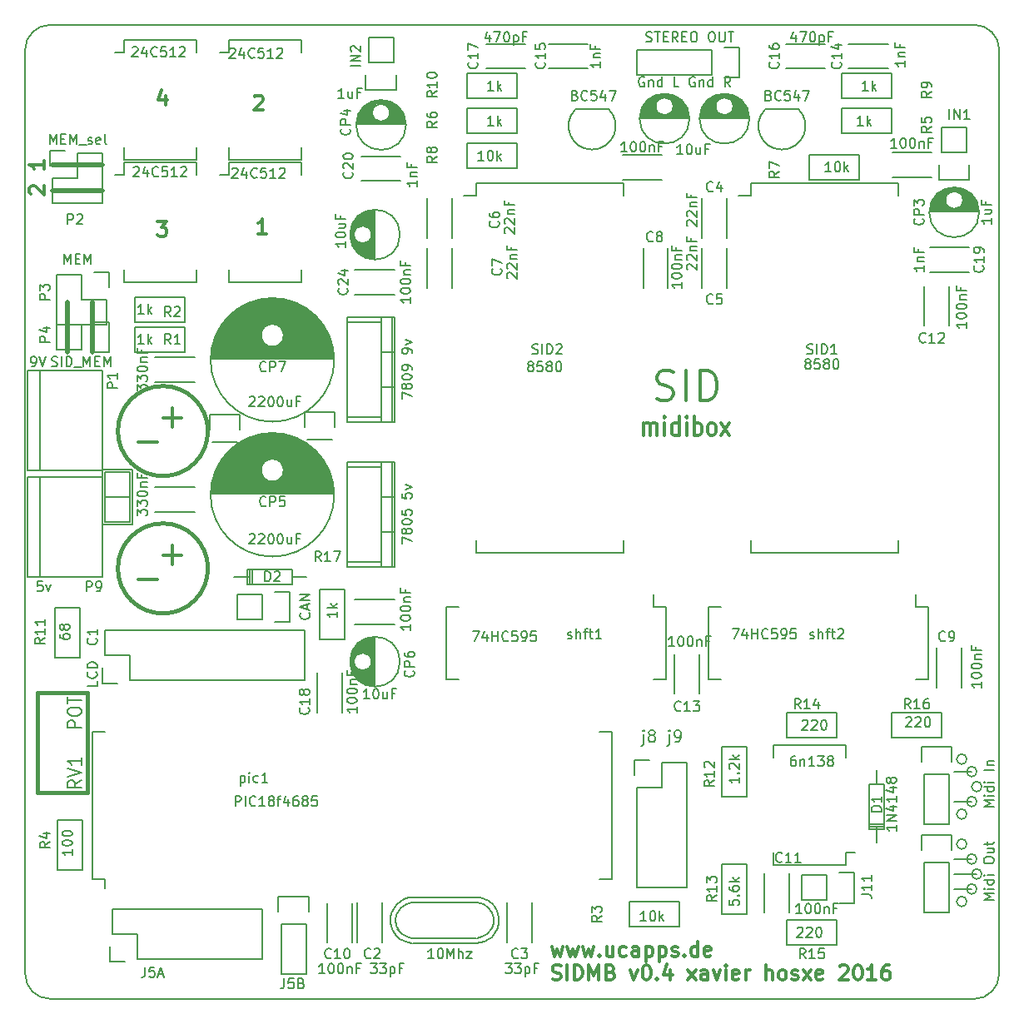
<source format=gbr>
G04 #@! TF.FileFunction,Legend,Top*
%FSLAX46Y46*%
G04 Gerber Fmt 4.6, Leading zero omitted, Abs format (unit mm)*
G04 Created by KiCad (PCBNEW 4.0.2-4+6225~38~ubuntu14.04.1-stable) date mer. 25 mai 2016 20:53:34 CEST*
%MOMM*%
G01*
G04 APERTURE LIST*
%ADD10C,0.100000*%
%ADD11C,0.150000*%
%ADD12C,0.200000*%
%ADD13C,0.300000*%
%ADD14C,0.500000*%
%ADD15C,0.381000*%
%ADD16C,0.203200*%
%ADD17C,0.304800*%
G04 APERTURE END LIST*
D10*
D11*
X93440762Y-32647000D02*
X93345524Y-32599381D01*
X93202667Y-32599381D01*
X93059809Y-32647000D01*
X92964571Y-32742238D01*
X92916952Y-32837476D01*
X92869333Y-33027952D01*
X92869333Y-33170810D01*
X92916952Y-33361286D01*
X92964571Y-33456524D01*
X93059809Y-33551762D01*
X93202667Y-33599381D01*
X93297905Y-33599381D01*
X93440762Y-33551762D01*
X93488381Y-33504143D01*
X93488381Y-33170810D01*
X93297905Y-33170810D01*
X93916952Y-32932714D02*
X93916952Y-33599381D01*
X93916952Y-33027952D02*
X93964571Y-32980333D01*
X94059809Y-32932714D01*
X94202667Y-32932714D01*
X94297905Y-32980333D01*
X94345524Y-33075571D01*
X94345524Y-33599381D01*
X95250286Y-33599381D02*
X95250286Y-32599381D01*
X95250286Y-33551762D02*
X95155048Y-33599381D01*
X94964571Y-33599381D01*
X94869333Y-33551762D01*
X94821714Y-33504143D01*
X94774095Y-33408905D01*
X94774095Y-33123190D01*
X94821714Y-33027952D01*
X94869333Y-32980333D01*
X94964571Y-32932714D01*
X95155048Y-32932714D01*
X95250286Y-32980333D01*
X96964572Y-33599381D02*
X96488381Y-33599381D01*
X96488381Y-32599381D01*
X98583620Y-32647000D02*
X98488382Y-32599381D01*
X98345525Y-32599381D01*
X98202667Y-32647000D01*
X98107429Y-32742238D01*
X98059810Y-32837476D01*
X98012191Y-33027952D01*
X98012191Y-33170810D01*
X98059810Y-33361286D01*
X98107429Y-33456524D01*
X98202667Y-33551762D01*
X98345525Y-33599381D01*
X98440763Y-33599381D01*
X98583620Y-33551762D01*
X98631239Y-33504143D01*
X98631239Y-33170810D01*
X98440763Y-33170810D01*
X99059810Y-32932714D02*
X99059810Y-33599381D01*
X99059810Y-33027952D02*
X99107429Y-32980333D01*
X99202667Y-32932714D01*
X99345525Y-32932714D01*
X99440763Y-32980333D01*
X99488382Y-33075571D01*
X99488382Y-33599381D01*
X100393144Y-33599381D02*
X100393144Y-32599381D01*
X100393144Y-33551762D02*
X100297906Y-33599381D01*
X100107429Y-33599381D01*
X100012191Y-33551762D01*
X99964572Y-33504143D01*
X99916953Y-33408905D01*
X99916953Y-33123190D01*
X99964572Y-33027952D01*
X100012191Y-32980333D01*
X100107429Y-32932714D01*
X100297906Y-32932714D01*
X100393144Y-32980333D01*
X102202668Y-33599381D02*
X101869334Y-33123190D01*
X101631239Y-33599381D02*
X101631239Y-32599381D01*
X102012192Y-32599381D01*
X102107430Y-32647000D01*
X102155049Y-32694619D01*
X102202668Y-32789857D01*
X102202668Y-32932714D01*
X102155049Y-33027952D01*
X102107430Y-33075571D01*
X102012192Y-33123190D01*
X101631239Y-33123190D01*
X93364285Y-99437857D02*
X93364285Y-100466429D01*
X93307142Y-100580714D01*
X93192857Y-100637857D01*
X93135714Y-100637857D01*
X93364285Y-99037857D02*
X93307142Y-99095000D01*
X93364285Y-99152143D01*
X93421428Y-99095000D01*
X93364285Y-99037857D01*
X93364285Y-99152143D01*
X94107143Y-99552143D02*
X93992857Y-99495000D01*
X93935714Y-99437857D01*
X93878571Y-99323571D01*
X93878571Y-99266429D01*
X93935714Y-99152143D01*
X93992857Y-99095000D01*
X94107143Y-99037857D01*
X94335714Y-99037857D01*
X94450000Y-99095000D01*
X94507143Y-99152143D01*
X94564286Y-99266429D01*
X94564286Y-99323571D01*
X94507143Y-99437857D01*
X94450000Y-99495000D01*
X94335714Y-99552143D01*
X94107143Y-99552143D01*
X93992857Y-99609286D01*
X93935714Y-99666429D01*
X93878571Y-99780714D01*
X93878571Y-100009286D01*
X93935714Y-100123571D01*
X93992857Y-100180714D01*
X94107143Y-100237857D01*
X94335714Y-100237857D01*
X94450000Y-100180714D01*
X94507143Y-100123571D01*
X94564286Y-100009286D01*
X94564286Y-99780714D01*
X94507143Y-99666429D01*
X94450000Y-99609286D01*
X94335714Y-99552143D01*
X95992857Y-99437857D02*
X95992857Y-100466429D01*
X95935714Y-100580714D01*
X95821429Y-100637857D01*
X95764286Y-100637857D01*
X95992857Y-99037857D02*
X95935714Y-99095000D01*
X95992857Y-99152143D01*
X96050000Y-99095000D01*
X95992857Y-99037857D01*
X95992857Y-99152143D01*
X96621429Y-100237857D02*
X96850001Y-100237857D01*
X96964286Y-100180714D01*
X97021429Y-100123571D01*
X97135715Y-99952143D01*
X97192858Y-99723571D01*
X97192858Y-99266429D01*
X97135715Y-99152143D01*
X97078572Y-99095000D01*
X96964286Y-99037857D01*
X96735715Y-99037857D01*
X96621429Y-99095000D01*
X96564286Y-99152143D01*
X96507143Y-99266429D01*
X96507143Y-99552143D01*
X96564286Y-99666429D01*
X96621429Y-99723571D01*
X96735715Y-99780714D01*
X96964286Y-99780714D01*
X97078572Y-99723571D01*
X97135715Y-99666429D01*
X97192858Y-99552143D01*
D12*
X38608000Y-75311000D02*
X41148000Y-75311000D01*
X38608000Y-77851000D02*
X38608000Y-75311000D01*
X41148000Y-77851000D02*
X38608000Y-77851000D01*
X41148000Y-72771000D02*
X41148000Y-77851000D01*
X38608000Y-72771000D02*
X41148000Y-72771000D01*
X38608000Y-75311000D02*
X38608000Y-72771000D01*
X41402000Y-78105000D02*
X41402000Y-76581000D01*
X38354000Y-78105000D02*
X41402000Y-78105000D01*
X38354000Y-76581000D02*
X38354000Y-78105000D01*
X38354000Y-73279000D02*
X38354000Y-76581000D01*
X38354000Y-72517000D02*
X38354000Y-73279000D01*
X41402000Y-72517000D02*
X38354000Y-72517000D01*
X41402000Y-76581000D02*
X41402000Y-72517000D01*
D11*
X30480000Y-123825000D02*
G75*
G03X33020000Y-126365000I2540000J0D01*
G01*
X33020000Y-126365000D02*
X127000000Y-126365000D01*
X127000000Y-126365000D02*
G75*
G03X129540000Y-123825000I0J2540000D01*
G01*
X129540000Y-29845000D02*
G75*
G03X127000000Y-27305000I-2540000J0D01*
G01*
X33020000Y-27305000D02*
G75*
G03X30480000Y-29845000I0J-2540000D01*
G01*
X129540000Y-123825000D02*
X129540000Y-29845000D01*
X30480000Y-29845000D02*
X30480000Y-123825000D01*
X33020000Y-27305000D02*
X127000000Y-27305000D01*
D13*
X43950001Y-47311571D02*
X44878572Y-47311571D01*
X44378572Y-47883000D01*
X44592858Y-47883000D01*
X44735715Y-47954429D01*
X44807144Y-48025857D01*
X44878572Y-48168714D01*
X44878572Y-48525857D01*
X44807144Y-48668714D01*
X44735715Y-48740143D01*
X44592858Y-48811571D01*
X44164286Y-48811571D01*
X44021429Y-48740143D01*
X43950001Y-48668714D01*
X44735715Y-34476571D02*
X44735715Y-35476571D01*
X44378572Y-33905143D02*
X44021429Y-34976571D01*
X44950001Y-34976571D01*
X53800429Y-34627429D02*
X53871858Y-34556000D01*
X54014715Y-34484571D01*
X54371858Y-34484571D01*
X54514715Y-34556000D01*
X54586144Y-34627429D01*
X54657572Y-34770286D01*
X54657572Y-34913143D01*
X54586144Y-35127429D01*
X53729001Y-35984571D01*
X54657572Y-35984571D01*
X55038572Y-48557571D02*
X54181429Y-48557571D01*
X54610001Y-48557571D02*
X54610001Y-47057571D01*
X54467144Y-47271857D01*
X54324286Y-47414714D01*
X54181429Y-47486143D01*
D12*
X127254000Y-106299000D02*
G75*
G03X127254000Y-106299000I-508000J0D01*
G01*
X127762000Y-104775000D02*
G75*
G03X127762000Y-104775000I-508000J0D01*
G01*
X127254000Y-103251000D02*
G75*
G03X127254000Y-103251000I-508000J0D01*
G01*
X126238000Y-101981000D02*
G75*
G03X126238000Y-101981000I-508000J0D01*
G01*
X126238000Y-107569000D02*
G75*
G03X126238000Y-107569000I-508000J0D01*
G01*
X124968000Y-103251000D02*
X126746000Y-103251000D01*
X124968000Y-106299000D02*
X126746000Y-106299000D01*
X124968000Y-115189000D02*
X126746000Y-115189000D01*
X124968000Y-113665000D02*
X127254000Y-113665000D01*
X124968000Y-112141000D02*
X126746000Y-112141000D01*
X126238000Y-116459000D02*
G75*
G03X126238000Y-116459000I-508000J0D01*
G01*
X126238000Y-110617000D02*
G75*
G03X126238000Y-110617000I-508000J0D01*
G01*
X127254000Y-112141000D02*
G75*
G03X127254000Y-112141000I-508000J0D01*
G01*
X127762000Y-113665000D02*
G75*
G03X127762000Y-113665000I-508000J0D01*
G01*
X127254000Y-115189000D02*
G75*
G03X127254000Y-115189000I-508000J0D01*
G01*
D14*
X33274000Y-44196000D02*
X38354000Y-44196000D01*
X37338000Y-60579000D02*
X37338000Y-55499000D01*
D13*
X31071429Y-44513285D02*
X31000000Y-44441856D01*
X30928571Y-44298999D01*
X30928571Y-43941856D01*
X31000000Y-43798999D01*
X31071429Y-43727570D01*
X31214286Y-43656142D01*
X31357143Y-43656142D01*
X31571429Y-43727570D01*
X32428571Y-44584713D01*
X32428571Y-43656142D01*
X32428571Y-41084714D02*
X32428571Y-41941857D01*
X32428571Y-41513285D02*
X30928571Y-41513285D01*
X31142857Y-41656142D01*
X31285714Y-41799000D01*
X31357143Y-41941857D01*
D14*
X33274000Y-41529000D02*
X38354000Y-41529000D01*
X34798000Y-60579000D02*
X34798000Y-55499000D01*
D13*
X84034286Y-121033571D02*
X84320000Y-122033571D01*
X84605714Y-121319286D01*
X84891429Y-122033571D01*
X85177143Y-121033571D01*
X85605715Y-121033571D02*
X85891429Y-122033571D01*
X86177143Y-121319286D01*
X86462858Y-122033571D01*
X86748572Y-121033571D01*
X87177144Y-121033571D02*
X87462858Y-122033571D01*
X87748572Y-121319286D01*
X88034287Y-122033571D01*
X88320001Y-121033571D01*
X88891430Y-121890714D02*
X88962858Y-121962143D01*
X88891430Y-122033571D01*
X88820001Y-121962143D01*
X88891430Y-121890714D01*
X88891430Y-122033571D01*
X90248573Y-121033571D02*
X90248573Y-122033571D01*
X89605716Y-121033571D02*
X89605716Y-121819286D01*
X89677144Y-121962143D01*
X89820002Y-122033571D01*
X90034287Y-122033571D01*
X90177144Y-121962143D01*
X90248573Y-121890714D01*
X91605716Y-121962143D02*
X91462859Y-122033571D01*
X91177145Y-122033571D01*
X91034287Y-121962143D01*
X90962859Y-121890714D01*
X90891430Y-121747857D01*
X90891430Y-121319286D01*
X90962859Y-121176429D01*
X91034287Y-121105000D01*
X91177145Y-121033571D01*
X91462859Y-121033571D01*
X91605716Y-121105000D01*
X92891430Y-122033571D02*
X92891430Y-121247857D01*
X92820001Y-121105000D01*
X92677144Y-121033571D01*
X92391430Y-121033571D01*
X92248573Y-121105000D01*
X92891430Y-121962143D02*
X92748573Y-122033571D01*
X92391430Y-122033571D01*
X92248573Y-121962143D01*
X92177144Y-121819286D01*
X92177144Y-121676429D01*
X92248573Y-121533571D01*
X92391430Y-121462143D01*
X92748573Y-121462143D01*
X92891430Y-121390714D01*
X93605716Y-121033571D02*
X93605716Y-122533571D01*
X93605716Y-121105000D02*
X93748573Y-121033571D01*
X94034287Y-121033571D01*
X94177144Y-121105000D01*
X94248573Y-121176429D01*
X94320002Y-121319286D01*
X94320002Y-121747857D01*
X94248573Y-121890714D01*
X94177144Y-121962143D01*
X94034287Y-122033571D01*
X93748573Y-122033571D01*
X93605716Y-121962143D01*
X94962859Y-121033571D02*
X94962859Y-122533571D01*
X94962859Y-121105000D02*
X95105716Y-121033571D01*
X95391430Y-121033571D01*
X95534287Y-121105000D01*
X95605716Y-121176429D01*
X95677145Y-121319286D01*
X95677145Y-121747857D01*
X95605716Y-121890714D01*
X95534287Y-121962143D01*
X95391430Y-122033571D01*
X95105716Y-122033571D01*
X94962859Y-121962143D01*
X96248573Y-121962143D02*
X96391430Y-122033571D01*
X96677145Y-122033571D01*
X96820002Y-121962143D01*
X96891430Y-121819286D01*
X96891430Y-121747857D01*
X96820002Y-121605000D01*
X96677145Y-121533571D01*
X96462859Y-121533571D01*
X96320002Y-121462143D01*
X96248573Y-121319286D01*
X96248573Y-121247857D01*
X96320002Y-121105000D01*
X96462859Y-121033571D01*
X96677145Y-121033571D01*
X96820002Y-121105000D01*
X97534288Y-121890714D02*
X97605716Y-121962143D01*
X97534288Y-122033571D01*
X97462859Y-121962143D01*
X97534288Y-121890714D01*
X97534288Y-122033571D01*
X98891431Y-122033571D02*
X98891431Y-120533571D01*
X98891431Y-121962143D02*
X98748574Y-122033571D01*
X98462860Y-122033571D01*
X98320002Y-121962143D01*
X98248574Y-121890714D01*
X98177145Y-121747857D01*
X98177145Y-121319286D01*
X98248574Y-121176429D01*
X98320002Y-121105000D01*
X98462860Y-121033571D01*
X98748574Y-121033571D01*
X98891431Y-121105000D01*
X100177145Y-121962143D02*
X100034288Y-122033571D01*
X99748574Y-122033571D01*
X99605717Y-121962143D01*
X99534288Y-121819286D01*
X99534288Y-121247857D01*
X99605717Y-121105000D01*
X99748574Y-121033571D01*
X100034288Y-121033571D01*
X100177145Y-121105000D01*
X100248574Y-121247857D01*
X100248574Y-121390714D01*
X99534288Y-121533571D01*
X84105714Y-124362143D02*
X84320000Y-124433571D01*
X84677143Y-124433571D01*
X84820000Y-124362143D01*
X84891429Y-124290714D01*
X84962857Y-124147857D01*
X84962857Y-124005000D01*
X84891429Y-123862143D01*
X84820000Y-123790714D01*
X84677143Y-123719286D01*
X84391429Y-123647857D01*
X84248571Y-123576429D01*
X84177143Y-123505000D01*
X84105714Y-123362143D01*
X84105714Y-123219286D01*
X84177143Y-123076429D01*
X84248571Y-123005000D01*
X84391429Y-122933571D01*
X84748571Y-122933571D01*
X84962857Y-123005000D01*
X85605714Y-124433571D02*
X85605714Y-122933571D01*
X86320000Y-124433571D02*
X86320000Y-122933571D01*
X86677143Y-122933571D01*
X86891428Y-123005000D01*
X87034286Y-123147857D01*
X87105714Y-123290714D01*
X87177143Y-123576429D01*
X87177143Y-123790714D01*
X87105714Y-124076429D01*
X87034286Y-124219286D01*
X86891428Y-124362143D01*
X86677143Y-124433571D01*
X86320000Y-124433571D01*
X87820000Y-124433571D02*
X87820000Y-122933571D01*
X88320000Y-124005000D01*
X88820000Y-122933571D01*
X88820000Y-124433571D01*
X90034286Y-123647857D02*
X90248572Y-123719286D01*
X90320000Y-123790714D01*
X90391429Y-123933571D01*
X90391429Y-124147857D01*
X90320000Y-124290714D01*
X90248572Y-124362143D01*
X90105714Y-124433571D01*
X89534286Y-124433571D01*
X89534286Y-122933571D01*
X90034286Y-122933571D01*
X90177143Y-123005000D01*
X90248572Y-123076429D01*
X90320000Y-123219286D01*
X90320000Y-123362143D01*
X90248572Y-123505000D01*
X90177143Y-123576429D01*
X90034286Y-123647857D01*
X89534286Y-123647857D01*
X92034286Y-123433571D02*
X92391429Y-124433571D01*
X92748571Y-123433571D01*
X93605714Y-122933571D02*
X93748571Y-122933571D01*
X93891428Y-123005000D01*
X93962857Y-123076429D01*
X94034286Y-123219286D01*
X94105714Y-123505000D01*
X94105714Y-123862143D01*
X94034286Y-124147857D01*
X93962857Y-124290714D01*
X93891428Y-124362143D01*
X93748571Y-124433571D01*
X93605714Y-124433571D01*
X93462857Y-124362143D01*
X93391428Y-124290714D01*
X93320000Y-124147857D01*
X93248571Y-123862143D01*
X93248571Y-123505000D01*
X93320000Y-123219286D01*
X93391428Y-123076429D01*
X93462857Y-123005000D01*
X93605714Y-122933571D01*
X94748571Y-124290714D02*
X94819999Y-124362143D01*
X94748571Y-124433571D01*
X94677142Y-124362143D01*
X94748571Y-124290714D01*
X94748571Y-124433571D01*
X96105714Y-123433571D02*
X96105714Y-124433571D01*
X95748571Y-122862143D02*
X95391428Y-123933571D01*
X96320000Y-123933571D01*
X97891428Y-124433571D02*
X98677142Y-123433571D01*
X97891428Y-123433571D02*
X98677142Y-124433571D01*
X99891428Y-124433571D02*
X99891428Y-123647857D01*
X99819999Y-123505000D01*
X99677142Y-123433571D01*
X99391428Y-123433571D01*
X99248571Y-123505000D01*
X99891428Y-124362143D02*
X99748571Y-124433571D01*
X99391428Y-124433571D01*
X99248571Y-124362143D01*
X99177142Y-124219286D01*
X99177142Y-124076429D01*
X99248571Y-123933571D01*
X99391428Y-123862143D01*
X99748571Y-123862143D01*
X99891428Y-123790714D01*
X100462857Y-123433571D02*
X100820000Y-124433571D01*
X101177142Y-123433571D01*
X101748571Y-124433571D02*
X101748571Y-123433571D01*
X101748571Y-122933571D02*
X101677142Y-123005000D01*
X101748571Y-123076429D01*
X101819999Y-123005000D01*
X101748571Y-122933571D01*
X101748571Y-123076429D01*
X103034285Y-124362143D02*
X102891428Y-124433571D01*
X102605714Y-124433571D01*
X102462857Y-124362143D01*
X102391428Y-124219286D01*
X102391428Y-123647857D01*
X102462857Y-123505000D01*
X102605714Y-123433571D01*
X102891428Y-123433571D01*
X103034285Y-123505000D01*
X103105714Y-123647857D01*
X103105714Y-123790714D01*
X102391428Y-123933571D01*
X103748571Y-124433571D02*
X103748571Y-123433571D01*
X103748571Y-123719286D02*
X103819999Y-123576429D01*
X103891428Y-123505000D01*
X104034285Y-123433571D01*
X104177142Y-123433571D01*
X105819999Y-124433571D02*
X105819999Y-122933571D01*
X106462856Y-124433571D02*
X106462856Y-123647857D01*
X106391427Y-123505000D01*
X106248570Y-123433571D01*
X106034285Y-123433571D01*
X105891427Y-123505000D01*
X105819999Y-123576429D01*
X107391428Y-124433571D02*
X107248570Y-124362143D01*
X107177142Y-124290714D01*
X107105713Y-124147857D01*
X107105713Y-123719286D01*
X107177142Y-123576429D01*
X107248570Y-123505000D01*
X107391428Y-123433571D01*
X107605713Y-123433571D01*
X107748570Y-123505000D01*
X107819999Y-123576429D01*
X107891428Y-123719286D01*
X107891428Y-124147857D01*
X107819999Y-124290714D01*
X107748570Y-124362143D01*
X107605713Y-124433571D01*
X107391428Y-124433571D01*
X108462856Y-124362143D02*
X108605713Y-124433571D01*
X108891428Y-124433571D01*
X109034285Y-124362143D01*
X109105713Y-124219286D01*
X109105713Y-124147857D01*
X109034285Y-124005000D01*
X108891428Y-123933571D01*
X108677142Y-123933571D01*
X108534285Y-123862143D01*
X108462856Y-123719286D01*
X108462856Y-123647857D01*
X108534285Y-123505000D01*
X108677142Y-123433571D01*
X108891428Y-123433571D01*
X109034285Y-123505000D01*
X109605714Y-124433571D02*
X110391428Y-123433571D01*
X109605714Y-123433571D02*
X110391428Y-124433571D01*
X111534285Y-124362143D02*
X111391428Y-124433571D01*
X111105714Y-124433571D01*
X110962857Y-124362143D01*
X110891428Y-124219286D01*
X110891428Y-123647857D01*
X110962857Y-123505000D01*
X111105714Y-123433571D01*
X111391428Y-123433571D01*
X111534285Y-123505000D01*
X111605714Y-123647857D01*
X111605714Y-123790714D01*
X110891428Y-123933571D01*
X113319999Y-123076429D02*
X113391428Y-123005000D01*
X113534285Y-122933571D01*
X113891428Y-122933571D01*
X114034285Y-123005000D01*
X114105714Y-123076429D01*
X114177142Y-123219286D01*
X114177142Y-123362143D01*
X114105714Y-123576429D01*
X113248571Y-124433571D01*
X114177142Y-124433571D01*
X115105713Y-122933571D02*
X115248570Y-122933571D01*
X115391427Y-123005000D01*
X115462856Y-123076429D01*
X115534285Y-123219286D01*
X115605713Y-123505000D01*
X115605713Y-123862143D01*
X115534285Y-124147857D01*
X115462856Y-124290714D01*
X115391427Y-124362143D01*
X115248570Y-124433571D01*
X115105713Y-124433571D01*
X114962856Y-124362143D01*
X114891427Y-124290714D01*
X114819999Y-124147857D01*
X114748570Y-123862143D01*
X114748570Y-123505000D01*
X114819999Y-123219286D01*
X114891427Y-123076429D01*
X114962856Y-123005000D01*
X115105713Y-122933571D01*
X117034284Y-124433571D02*
X116177141Y-124433571D01*
X116605713Y-124433571D02*
X116605713Y-122933571D01*
X116462856Y-123147857D01*
X116319998Y-123290714D01*
X116177141Y-123362143D01*
X118319998Y-122933571D02*
X118034284Y-122933571D01*
X117891427Y-123005000D01*
X117819998Y-123076429D01*
X117677141Y-123290714D01*
X117605712Y-123576429D01*
X117605712Y-124147857D01*
X117677141Y-124290714D01*
X117748569Y-124362143D01*
X117891427Y-124433571D01*
X118177141Y-124433571D01*
X118319998Y-124362143D01*
X118391427Y-124290714D01*
X118462855Y-124147857D01*
X118462855Y-123790714D01*
X118391427Y-123647857D01*
X118319998Y-123576429D01*
X118177141Y-123505000D01*
X117891427Y-123505000D01*
X117748569Y-123576429D01*
X117677141Y-123647857D01*
X117605712Y-123790714D01*
X93396333Y-69103762D02*
X93396333Y-67770429D01*
X93396333Y-67960905D02*
X93472524Y-67865667D01*
X93624905Y-67770429D01*
X93853476Y-67770429D01*
X94005857Y-67865667D01*
X94082048Y-68056143D01*
X94082048Y-69103762D01*
X94082048Y-68056143D02*
X94158238Y-67865667D01*
X94310619Y-67770429D01*
X94539191Y-67770429D01*
X94691571Y-67865667D01*
X94767762Y-68056143D01*
X94767762Y-69103762D01*
X95529666Y-69103762D02*
X95529666Y-67770429D01*
X95529666Y-67103762D02*
X95453476Y-67199000D01*
X95529666Y-67294238D01*
X95605857Y-67199000D01*
X95529666Y-67103762D01*
X95529666Y-67294238D01*
X96977286Y-69103762D02*
X96977286Y-67103762D01*
X96977286Y-69008524D02*
X96824905Y-69103762D01*
X96520143Y-69103762D01*
X96367762Y-69008524D01*
X96291571Y-68913286D01*
X96215381Y-68722810D01*
X96215381Y-68151381D01*
X96291571Y-67960905D01*
X96367762Y-67865667D01*
X96520143Y-67770429D01*
X96824905Y-67770429D01*
X96977286Y-67865667D01*
X97739190Y-69103762D02*
X97739190Y-67770429D01*
X97739190Y-67103762D02*
X97663000Y-67199000D01*
X97739190Y-67294238D01*
X97815381Y-67199000D01*
X97739190Y-67103762D01*
X97739190Y-67294238D01*
X98501095Y-69103762D02*
X98501095Y-67103762D01*
X98501095Y-67865667D02*
X98653476Y-67770429D01*
X98958238Y-67770429D01*
X99110619Y-67865667D01*
X99186810Y-67960905D01*
X99263000Y-68151381D01*
X99263000Y-68722810D01*
X99186810Y-68913286D01*
X99110619Y-69008524D01*
X98958238Y-69103762D01*
X98653476Y-69103762D01*
X98501095Y-69008524D01*
X100177286Y-69103762D02*
X100024905Y-69008524D01*
X99948714Y-68913286D01*
X99872524Y-68722810D01*
X99872524Y-68151381D01*
X99948714Y-67960905D01*
X100024905Y-67865667D01*
X100177286Y-67770429D01*
X100405857Y-67770429D01*
X100558238Y-67865667D01*
X100634429Y-67960905D01*
X100710619Y-68151381D01*
X100710619Y-68722810D01*
X100634429Y-68913286D01*
X100558238Y-69008524D01*
X100405857Y-69103762D01*
X100177286Y-69103762D01*
X101243952Y-69103762D02*
X102082048Y-67770429D01*
X101243952Y-67770429D02*
X102082048Y-69103762D01*
X94718572Y-65349286D02*
X95147143Y-65492143D01*
X95861429Y-65492143D01*
X96147143Y-65349286D01*
X96290000Y-65206429D01*
X96432857Y-64920714D01*
X96432857Y-64635000D01*
X96290000Y-64349286D01*
X96147143Y-64206429D01*
X95861429Y-64063571D01*
X95290000Y-63920714D01*
X95004286Y-63777857D01*
X94861429Y-63635000D01*
X94718572Y-63349286D01*
X94718572Y-63063571D01*
X94861429Y-62777857D01*
X95004286Y-62635000D01*
X95290000Y-62492143D01*
X96004286Y-62492143D01*
X96432857Y-62635000D01*
X97718572Y-65492143D02*
X97718572Y-62492143D01*
X99147143Y-65492143D02*
X99147143Y-62492143D01*
X99861428Y-62492143D01*
X100290000Y-62635000D01*
X100575714Y-62920714D01*
X100718571Y-63206429D01*
X100861428Y-63777857D01*
X100861428Y-64206429D01*
X100718571Y-64777857D01*
X100575714Y-65063571D01*
X100290000Y-65349286D01*
X99861428Y-65492143D01*
X99147143Y-65492143D01*
D11*
X66675000Y-81915000D02*
X63246000Y-81915000D01*
X66675000Y-72263000D02*
X63246000Y-72263000D01*
X67818000Y-82423000D02*
X67818000Y-71755000D01*
X66802000Y-78867000D02*
X68072000Y-78867000D01*
X66802000Y-75311000D02*
X68072000Y-75311000D01*
X66675000Y-71755000D02*
X66675000Y-82423000D01*
X63246000Y-82423000D02*
X63246000Y-71755000D01*
X68072000Y-71755000D02*
X63246000Y-71755000D01*
X68072000Y-82423000D02*
X63246000Y-82423000D01*
X68072000Y-82423000D02*
X68072000Y-71755000D01*
X104275000Y-43425000D02*
X104275000Y-44695000D01*
X119245000Y-43425000D02*
X119245000Y-44695000D01*
X119245000Y-81035000D02*
X119245000Y-79765000D01*
X104275000Y-81035000D02*
X104275000Y-79765000D01*
X104275000Y-43425000D02*
X119245000Y-43425000D01*
X104275000Y-81035000D02*
X119245000Y-81035000D01*
X104275000Y-44695000D02*
X102990000Y-44695000D01*
X38608000Y-75311000D02*
X38608000Y-72771000D01*
X38328000Y-78131000D02*
X38328000Y-76581000D01*
X38608000Y-75311000D02*
X41148000Y-75311000D01*
X41428000Y-76581000D02*
X41428000Y-78131000D01*
X41428000Y-78131000D02*
X38328000Y-78131000D01*
X41148000Y-75311000D02*
X41148000Y-72771000D01*
X41148000Y-72771000D02*
X38608000Y-72771000D01*
X51189000Y-41266000D02*
X51189000Y-42536000D01*
X58539000Y-41266000D02*
X58539000Y-42536000D01*
X58539000Y-53476000D02*
X58539000Y-52206000D01*
X51189000Y-53476000D02*
X51189000Y-52206000D01*
X51189000Y-41266000D02*
X58539000Y-41266000D01*
X51189000Y-53476000D02*
X58539000Y-53476000D01*
X51189000Y-42536000D02*
X50254000Y-42536000D01*
X49376000Y-75022000D02*
X61876000Y-75022000D01*
X49380000Y-74882000D02*
X61872000Y-74882000D01*
X49386000Y-74742000D02*
X61866000Y-74742000D01*
X49396000Y-74602000D02*
X61856000Y-74602000D01*
X49408000Y-74462000D02*
X61844000Y-74462000D01*
X49424000Y-74322000D02*
X61828000Y-74322000D01*
X49443000Y-74182000D02*
X61809000Y-74182000D01*
X49466000Y-74042000D02*
X61786000Y-74042000D01*
X49491000Y-73902000D02*
X61761000Y-73902000D01*
X49520000Y-73762000D02*
X61732000Y-73762000D01*
X49553000Y-73622000D02*
X55105000Y-73622000D01*
X56147000Y-73622000D02*
X61699000Y-73622000D01*
X49588000Y-73482000D02*
X54892000Y-73482000D01*
X56360000Y-73482000D02*
X61664000Y-73482000D01*
X49627000Y-73342000D02*
X54750000Y-73342000D01*
X56502000Y-73342000D02*
X61625000Y-73342000D01*
X49670000Y-73202000D02*
X54648000Y-73202000D01*
X56604000Y-73202000D02*
X61582000Y-73202000D01*
X49717000Y-73062000D02*
X54574000Y-73062000D01*
X56678000Y-73062000D02*
X61535000Y-73062000D01*
X49767000Y-72922000D02*
X54523000Y-72922000D01*
X56729000Y-72922000D02*
X61485000Y-72922000D01*
X49821000Y-72782000D02*
X54491000Y-72782000D01*
X56761000Y-72782000D02*
X61431000Y-72782000D01*
X49878000Y-72642000D02*
X54477000Y-72642000D01*
X56775000Y-72642000D02*
X61374000Y-72642000D01*
X49940000Y-72502000D02*
X54480000Y-72502000D01*
X56772000Y-72502000D02*
X61312000Y-72502000D01*
X50006000Y-72362000D02*
X54500000Y-72362000D01*
X56752000Y-72362000D02*
X61246000Y-72362000D01*
X50077000Y-72222000D02*
X54539000Y-72222000D01*
X56713000Y-72222000D02*
X61175000Y-72222000D01*
X50151000Y-72082000D02*
X54598000Y-72082000D01*
X56654000Y-72082000D02*
X61101000Y-72082000D01*
X50231000Y-71942000D02*
X54681000Y-71942000D01*
X56571000Y-71942000D02*
X61021000Y-71942000D01*
X50315000Y-71802000D02*
X54795000Y-71802000D01*
X56457000Y-71802000D02*
X60937000Y-71802000D01*
X50405000Y-71662000D02*
X54956000Y-71662000D01*
X56296000Y-71662000D02*
X60847000Y-71662000D01*
X50499000Y-71522000D02*
X55217000Y-71522000D01*
X56035000Y-71522000D02*
X60753000Y-71522000D01*
X50600000Y-71382000D02*
X60652000Y-71382000D01*
X50707000Y-71242000D02*
X60545000Y-71242000D01*
X50819000Y-71102000D02*
X60433000Y-71102000D01*
X50939000Y-70962000D02*
X60313000Y-70962000D01*
X51067000Y-70822000D02*
X60185000Y-70822000D01*
X51202000Y-70682000D02*
X60050000Y-70682000D01*
X51346000Y-70542000D02*
X59906000Y-70542000D01*
X51501000Y-70402000D02*
X59751000Y-70402000D01*
X51666000Y-70262000D02*
X59586000Y-70262000D01*
X51843000Y-70122000D02*
X59409000Y-70122000D01*
X52034000Y-69982000D02*
X59218000Y-69982000D01*
X52243000Y-69842000D02*
X59009000Y-69842000D01*
X52471000Y-69702000D02*
X58781000Y-69702000D01*
X52723000Y-69562000D02*
X58529000Y-69562000D01*
X53007000Y-69422000D02*
X58245000Y-69422000D01*
X53335000Y-69282000D02*
X57917000Y-69282000D01*
X53729000Y-69142000D02*
X57523000Y-69142000D01*
X54243000Y-69002000D02*
X57009000Y-69002000D01*
X55193000Y-68862000D02*
X56059000Y-68862000D01*
X56776000Y-72597000D02*
G75*
G03X56776000Y-72597000I-1150000J0D01*
G01*
X61913500Y-75097000D02*
G75*
G03X61913500Y-75097000I-6287500J0D01*
G01*
X49376000Y-61306000D02*
X61876000Y-61306000D01*
X49380000Y-61166000D02*
X61872000Y-61166000D01*
X49386000Y-61026000D02*
X61866000Y-61026000D01*
X49396000Y-60886000D02*
X61856000Y-60886000D01*
X49408000Y-60746000D02*
X61844000Y-60746000D01*
X49424000Y-60606000D02*
X61828000Y-60606000D01*
X49443000Y-60466000D02*
X61809000Y-60466000D01*
X49466000Y-60326000D02*
X61786000Y-60326000D01*
X49491000Y-60186000D02*
X61761000Y-60186000D01*
X49520000Y-60046000D02*
X61732000Y-60046000D01*
X49553000Y-59906000D02*
X55105000Y-59906000D01*
X56147000Y-59906000D02*
X61699000Y-59906000D01*
X49588000Y-59766000D02*
X54892000Y-59766000D01*
X56360000Y-59766000D02*
X61664000Y-59766000D01*
X49627000Y-59626000D02*
X54750000Y-59626000D01*
X56502000Y-59626000D02*
X61625000Y-59626000D01*
X49670000Y-59486000D02*
X54648000Y-59486000D01*
X56604000Y-59486000D02*
X61582000Y-59486000D01*
X49717000Y-59346000D02*
X54574000Y-59346000D01*
X56678000Y-59346000D02*
X61535000Y-59346000D01*
X49767000Y-59206000D02*
X54523000Y-59206000D01*
X56729000Y-59206000D02*
X61485000Y-59206000D01*
X49821000Y-59066000D02*
X54491000Y-59066000D01*
X56761000Y-59066000D02*
X61431000Y-59066000D01*
X49878000Y-58926000D02*
X54477000Y-58926000D01*
X56775000Y-58926000D02*
X61374000Y-58926000D01*
X49940000Y-58786000D02*
X54480000Y-58786000D01*
X56772000Y-58786000D02*
X61312000Y-58786000D01*
X50006000Y-58646000D02*
X54500000Y-58646000D01*
X56752000Y-58646000D02*
X61246000Y-58646000D01*
X50077000Y-58506000D02*
X54539000Y-58506000D01*
X56713000Y-58506000D02*
X61175000Y-58506000D01*
X50151000Y-58366000D02*
X54598000Y-58366000D01*
X56654000Y-58366000D02*
X61101000Y-58366000D01*
X50231000Y-58226000D02*
X54681000Y-58226000D01*
X56571000Y-58226000D02*
X61021000Y-58226000D01*
X50315000Y-58086000D02*
X54795000Y-58086000D01*
X56457000Y-58086000D02*
X60937000Y-58086000D01*
X50405000Y-57946000D02*
X54956000Y-57946000D01*
X56296000Y-57946000D02*
X60847000Y-57946000D01*
X50499000Y-57806000D02*
X55217000Y-57806000D01*
X56035000Y-57806000D02*
X60753000Y-57806000D01*
X50600000Y-57666000D02*
X60652000Y-57666000D01*
X50707000Y-57526000D02*
X60545000Y-57526000D01*
X50819000Y-57386000D02*
X60433000Y-57386000D01*
X50939000Y-57246000D02*
X60313000Y-57246000D01*
X51067000Y-57106000D02*
X60185000Y-57106000D01*
X51202000Y-56966000D02*
X60050000Y-56966000D01*
X51346000Y-56826000D02*
X59906000Y-56826000D01*
X51501000Y-56686000D02*
X59751000Y-56686000D01*
X51666000Y-56546000D02*
X59586000Y-56546000D01*
X51843000Y-56406000D02*
X59409000Y-56406000D01*
X52034000Y-56266000D02*
X59218000Y-56266000D01*
X52243000Y-56126000D02*
X59009000Y-56126000D01*
X52471000Y-55986000D02*
X58781000Y-55986000D01*
X52723000Y-55846000D02*
X58529000Y-55846000D01*
X53007000Y-55706000D02*
X58245000Y-55706000D01*
X53335000Y-55566000D02*
X57917000Y-55566000D01*
X53729000Y-55426000D02*
X57523000Y-55426000D01*
X54243000Y-55286000D02*
X57009000Y-55286000D01*
X55193000Y-55146000D02*
X56059000Y-55146000D01*
X56776000Y-58881000D02*
G75*
G03X56776000Y-58881000I-1150000J0D01*
G01*
X61913500Y-61381000D02*
G75*
G03X61913500Y-61381000I-6287500J0D01*
G01*
X65405000Y-31115000D02*
X65405000Y-28575000D01*
X65125000Y-33935000D02*
X65125000Y-32385000D01*
X65405000Y-31115000D02*
X67945000Y-31115000D01*
X68225000Y-32385000D02*
X68225000Y-33935000D01*
X68225000Y-33935000D02*
X65125000Y-33935000D01*
X67945000Y-31115000D02*
X67945000Y-28575000D01*
X67945000Y-28575000D02*
X65405000Y-28575000D01*
X32994000Y-41656000D02*
X32994000Y-40106000D01*
X34544000Y-40106000D02*
X32994000Y-40106000D01*
X33274000Y-42926000D02*
X35814000Y-42926000D01*
X35814000Y-42926000D02*
X35814000Y-40386000D01*
X35814000Y-40386000D02*
X38354000Y-40386000D01*
X38354000Y-40386000D02*
X38354000Y-45466000D01*
X38354000Y-45466000D02*
X33274000Y-45466000D01*
X33274000Y-45466000D02*
X33274000Y-42926000D01*
X122310000Y-86495000D02*
X121040000Y-86495000D01*
X122310000Y-93845000D02*
X121040000Y-93845000D01*
X99940000Y-93845000D02*
X101210000Y-93845000D01*
X99940000Y-86495000D02*
X101210000Y-86495000D01*
X122310000Y-86495000D02*
X122310000Y-93845000D01*
X99940000Y-86495000D02*
X99940000Y-93845000D01*
X121040000Y-86495000D02*
X121040000Y-85210000D01*
X76335000Y-43425000D02*
X76335000Y-44695000D01*
X91305000Y-43425000D02*
X91305000Y-44695000D01*
X91305000Y-81035000D02*
X91305000Y-79765000D01*
X76335000Y-81035000D02*
X76335000Y-79765000D01*
X76335000Y-43425000D02*
X91305000Y-43425000D01*
X76335000Y-81035000D02*
X91305000Y-81035000D01*
X76335000Y-44695000D02*
X75050000Y-44695000D01*
X37329000Y-114165000D02*
X38599000Y-114165000D01*
X37329000Y-99195000D02*
X38599000Y-99195000D01*
X90179000Y-99195000D02*
X88909000Y-99195000D01*
X90179000Y-114165000D02*
X88909000Y-114165000D01*
X37329000Y-114165000D02*
X37329000Y-99195000D01*
X90179000Y-114165000D02*
X90179000Y-99195000D01*
X38599000Y-114165000D02*
X38599000Y-115100000D01*
X99101000Y-36775000D02*
X104099000Y-36775000D01*
X99109000Y-36635000D02*
X104091000Y-36635000D01*
X99125000Y-36495000D02*
X101505000Y-36495000D01*
X101695000Y-36495000D02*
X104075000Y-36495000D01*
X99149000Y-36355000D02*
X101110000Y-36355000D01*
X102090000Y-36355000D02*
X104051000Y-36355000D01*
X99182000Y-36215000D02*
X100943000Y-36215000D01*
X102257000Y-36215000D02*
X104018000Y-36215000D01*
X99223000Y-36075000D02*
X100836000Y-36075000D01*
X102364000Y-36075000D02*
X103977000Y-36075000D01*
X99273000Y-35935000D02*
X100765000Y-35935000D01*
X102435000Y-35935000D02*
X103927000Y-35935000D01*
X99334000Y-35795000D02*
X100721000Y-35795000D01*
X102479000Y-35795000D02*
X103866000Y-35795000D01*
X99404000Y-35655000D02*
X100702000Y-35655000D01*
X102498000Y-35655000D02*
X103796000Y-35655000D01*
X99486000Y-35515000D02*
X100704000Y-35515000D01*
X102496000Y-35515000D02*
X103714000Y-35515000D01*
X99581000Y-35375000D02*
X100729000Y-35375000D01*
X102471000Y-35375000D02*
X103619000Y-35375000D01*
X99692000Y-35235000D02*
X100777000Y-35235000D01*
X102423000Y-35235000D02*
X103508000Y-35235000D01*
X99820000Y-35095000D02*
X100855000Y-35095000D01*
X102345000Y-35095000D02*
X103380000Y-35095000D01*
X99969000Y-34955000D02*
X100972000Y-34955000D01*
X102228000Y-34955000D02*
X103231000Y-34955000D01*
X100148000Y-34815000D02*
X101160000Y-34815000D01*
X102040000Y-34815000D02*
X103052000Y-34815000D01*
X100367000Y-34675000D02*
X102833000Y-34675000D01*
X100656000Y-34535000D02*
X102544000Y-34535000D01*
X101128000Y-34395000D02*
X102072000Y-34395000D01*
X102500000Y-35600000D02*
G75*
G03X102500000Y-35600000I-900000J0D01*
G01*
X104137500Y-36850000D02*
G75*
G03X104137500Y-36850000I-2537500J0D01*
G01*
X109142000Y-35892000D02*
X105742000Y-35892000D01*
X109139056Y-35894944D02*
G75*
G02X107442000Y-39992000I-1697056J-1697056D01*
G01*
X105744944Y-35894944D02*
G75*
G03X107442000Y-39992000I1697056J-1697056D01*
G01*
X110236000Y-40513000D02*
X115316000Y-40513000D01*
X115316000Y-40513000D02*
X115316000Y-43053000D01*
X115316000Y-43053000D02*
X110236000Y-43053000D01*
X110236000Y-43053000D02*
X110236000Y-40513000D01*
X89838000Y-35892000D02*
X86438000Y-35892000D01*
X89835056Y-35894944D02*
G75*
G02X88138000Y-39992000I-1697056J-1697056D01*
G01*
X86440944Y-35894944D02*
G75*
G03X88138000Y-39992000I1697056J-1697056D01*
G01*
X58928000Y-88900000D02*
X38608000Y-88900000D01*
X41148000Y-93980000D02*
X58928000Y-93980000D01*
X58928000Y-88900000D02*
X58928000Y-93980000D01*
X38608000Y-88900000D02*
X38608000Y-91440000D01*
X38328000Y-92710000D02*
X38328000Y-94260000D01*
X38608000Y-91440000D02*
X41148000Y-91440000D01*
X41148000Y-91440000D02*
X41148000Y-93980000D01*
X38328000Y-94260000D02*
X39878000Y-94260000D01*
X66782000Y-116598000D02*
X66782000Y-120598000D01*
X64282000Y-116598000D02*
X64282000Y-120598000D01*
X82022000Y-116598000D02*
X82022000Y-120598000D01*
X79522000Y-116598000D02*
X79522000Y-120598000D01*
X101834000Y-44970000D02*
X101834000Y-48970000D01*
X99334000Y-44970000D02*
X99334000Y-48970000D01*
X101834000Y-50050000D02*
X101834000Y-54050000D01*
X99334000Y-50050000D02*
X99334000Y-54050000D01*
X73894000Y-44970000D02*
X73894000Y-48970000D01*
X71394000Y-44970000D02*
X71394000Y-48970000D01*
X73894000Y-50050000D02*
X73894000Y-54050000D01*
X71394000Y-50050000D02*
X71394000Y-54050000D01*
X125710000Y-90690000D02*
X125710000Y-94690000D01*
X123210000Y-90690000D02*
X123210000Y-94690000D01*
X61234000Y-120638000D02*
X61234000Y-116638000D01*
X63734000Y-120638000D02*
X63734000Y-116638000D01*
X105684000Y-117590000D02*
X105684000Y-113590000D01*
X108184000Y-117590000D02*
X108184000Y-113590000D01*
X121940000Y-57900000D02*
X121940000Y-53900000D01*
X124440000Y-57900000D02*
X124440000Y-53900000D01*
X99040000Y-91325000D02*
X99040000Y-95325000D01*
X96540000Y-91325000D02*
X96540000Y-95325000D01*
X118225000Y-31730000D02*
X114225000Y-31730000D01*
X118225000Y-29230000D02*
X114225000Y-29230000D01*
X83705000Y-29230000D02*
X87705000Y-29230000D01*
X83705000Y-31730000D02*
X87705000Y-31730000D01*
X107835000Y-29230000D02*
X111835000Y-29230000D01*
X107835000Y-31730000D02*
X111835000Y-31730000D01*
X77355000Y-29230000D02*
X81355000Y-29230000D01*
X77355000Y-31730000D02*
X81355000Y-31730000D01*
X113911000Y-112785000D02*
X113911000Y-111515000D01*
X106561000Y-112785000D02*
X106561000Y-111515000D01*
X106561000Y-100575000D02*
X106561000Y-101845000D01*
X113911000Y-100575000D02*
X113911000Y-101845000D01*
X113911000Y-112785000D02*
X106561000Y-112785000D01*
X113911000Y-100575000D02*
X106561000Y-100575000D01*
X113911000Y-111515000D02*
X114846000Y-111515000D01*
X37465000Y-52425000D02*
X39015000Y-52425000D01*
X39015000Y-53975000D02*
X39015000Y-52425000D01*
X36195000Y-52705000D02*
X36195000Y-55245000D01*
X36195000Y-55245000D02*
X38735000Y-55245000D01*
X38735000Y-55245000D02*
X38735000Y-57785000D01*
X38735000Y-57785000D02*
X33655000Y-57785000D01*
X33655000Y-57785000D02*
X33655000Y-52705000D01*
X33655000Y-52705000D02*
X36195000Y-52705000D01*
X36195000Y-60325000D02*
X33655000Y-60325000D01*
X39015000Y-60605000D02*
X37465000Y-60605000D01*
X36195000Y-60325000D02*
X36195000Y-57785000D01*
X37465000Y-57505000D02*
X39015000Y-57505000D01*
X39015000Y-57505000D02*
X39015000Y-60605000D01*
X36195000Y-57785000D02*
X33655000Y-57785000D01*
X33655000Y-57785000D02*
X33655000Y-60325000D01*
X97790000Y-102362000D02*
X97790000Y-115062000D01*
X97790000Y-115062000D02*
X92710000Y-115062000D01*
X92710000Y-115062000D02*
X92710000Y-104902000D01*
X97790000Y-102362000D02*
X95250000Y-102362000D01*
X93980000Y-102082000D02*
X92430000Y-102082000D01*
X95250000Y-102362000D02*
X95250000Y-104902000D01*
X95250000Y-104902000D02*
X92710000Y-104902000D01*
X92430000Y-102082000D02*
X92430000Y-103632000D01*
X121920000Y-103505000D02*
X121920000Y-108585000D01*
X121920000Y-108585000D02*
X124460000Y-108585000D01*
X124460000Y-108585000D02*
X124460000Y-103505000D01*
X124740000Y-100685000D02*
X124740000Y-102235000D01*
X124460000Y-103505000D02*
X121920000Y-103505000D01*
X121640000Y-102235000D02*
X121640000Y-100685000D01*
X121640000Y-100685000D02*
X124740000Y-100685000D01*
X121920000Y-112522000D02*
X121920000Y-117602000D01*
X121920000Y-117602000D02*
X124460000Y-117602000D01*
X124460000Y-117602000D02*
X124460000Y-112522000D01*
X124740000Y-109702000D02*
X124740000Y-111252000D01*
X124460000Y-112522000D02*
X121920000Y-112522000D01*
X121640000Y-111252000D02*
X121640000Y-109702000D01*
X121640000Y-109702000D02*
X124740000Y-109702000D01*
X123698000Y-40259000D02*
X123698000Y-37719000D01*
X123418000Y-43079000D02*
X123418000Y-41529000D01*
X123698000Y-40259000D02*
X126238000Y-40259000D01*
X126518000Y-41529000D02*
X126518000Y-43079000D01*
X126518000Y-43079000D02*
X123418000Y-43079000D01*
X126238000Y-40259000D02*
X126238000Y-37719000D01*
X126238000Y-37719000D02*
X123698000Y-37719000D01*
X112014000Y-116332000D02*
X109474000Y-116332000D01*
X114834000Y-116612000D02*
X113284000Y-116612000D01*
X112014000Y-116332000D02*
X112014000Y-113792000D01*
X113284000Y-113512000D02*
X114834000Y-113512000D01*
X114834000Y-113512000D02*
X114834000Y-116612000D01*
X112014000Y-113792000D02*
X109474000Y-113792000D01*
X109474000Y-113792000D02*
X109474000Y-116332000D01*
X54610000Y-87757000D02*
X52070000Y-87757000D01*
X57430000Y-88037000D02*
X55880000Y-88037000D01*
X54610000Y-87757000D02*
X54610000Y-85217000D01*
X55880000Y-84937000D02*
X57430000Y-84937000D01*
X57430000Y-84937000D02*
X57430000Y-88037000D01*
X54610000Y-85217000D02*
X52070000Y-85217000D01*
X52070000Y-85217000D02*
X52070000Y-87757000D01*
X41656000Y-58039000D02*
X46736000Y-58039000D01*
X46736000Y-58039000D02*
X46736000Y-60579000D01*
X46736000Y-60579000D02*
X41656000Y-60579000D01*
X41656000Y-60579000D02*
X41656000Y-58039000D01*
X41656000Y-54991000D02*
X46736000Y-54991000D01*
X46736000Y-54991000D02*
X46736000Y-57531000D01*
X46736000Y-57531000D02*
X41656000Y-57531000D01*
X41656000Y-57531000D02*
X41656000Y-54991000D01*
X91948000Y-116459000D02*
X97028000Y-116459000D01*
X97028000Y-116459000D02*
X97028000Y-118999000D01*
X97028000Y-118999000D02*
X91948000Y-118999000D01*
X91948000Y-118999000D02*
X91948000Y-116459000D01*
X36322000Y-108204000D02*
X36322000Y-113284000D01*
X36322000Y-113284000D02*
X33782000Y-113284000D01*
X33782000Y-113284000D02*
X33782000Y-108204000D01*
X33782000Y-108204000D02*
X36322000Y-108204000D01*
X118618000Y-38354000D02*
X113538000Y-38354000D01*
X113538000Y-38354000D02*
X113538000Y-35814000D01*
X113538000Y-35814000D02*
X118618000Y-35814000D01*
X118618000Y-35814000D02*
X118618000Y-38354000D01*
X80518000Y-38354000D02*
X75438000Y-38354000D01*
X75438000Y-38354000D02*
X75438000Y-35814000D01*
X75438000Y-35814000D02*
X80518000Y-35814000D01*
X80518000Y-35814000D02*
X80518000Y-38354000D01*
X75438000Y-39370000D02*
X80518000Y-39370000D01*
X80518000Y-39370000D02*
X80518000Y-41910000D01*
X80518000Y-41910000D02*
X75438000Y-41910000D01*
X75438000Y-41910000D02*
X75438000Y-39370000D01*
X113538000Y-32258000D02*
X118618000Y-32258000D01*
X118618000Y-32258000D02*
X118618000Y-34798000D01*
X118618000Y-34798000D02*
X113538000Y-34798000D01*
X113538000Y-34798000D02*
X113538000Y-32258000D01*
X80518000Y-34798000D02*
X75438000Y-34798000D01*
X75438000Y-34798000D02*
X75438000Y-32258000D01*
X75438000Y-32258000D02*
X80518000Y-32258000D01*
X80518000Y-32258000D02*
X80518000Y-34798000D01*
X36068000Y-86614000D02*
X36068000Y-91694000D01*
X36068000Y-91694000D02*
X33528000Y-91694000D01*
X33528000Y-91694000D02*
X33528000Y-86614000D01*
X33528000Y-86614000D02*
X36068000Y-86614000D01*
X101346000Y-105791000D02*
X101346000Y-100711000D01*
X101346000Y-100711000D02*
X103886000Y-100711000D01*
X103886000Y-100711000D02*
X103886000Y-105791000D01*
X103886000Y-105791000D02*
X101346000Y-105791000D01*
X103886000Y-112649000D02*
X103886000Y-117729000D01*
X103886000Y-117729000D02*
X101346000Y-117729000D01*
X101346000Y-117729000D02*
X101346000Y-112649000D01*
X101346000Y-112649000D02*
X103886000Y-112649000D01*
X113030000Y-99822000D02*
X107950000Y-99822000D01*
X107950000Y-99822000D02*
X107950000Y-97282000D01*
X107950000Y-97282000D02*
X113030000Y-97282000D01*
X113030000Y-97282000D02*
X113030000Y-99822000D01*
X113030000Y-120904000D02*
X107950000Y-120904000D01*
X107950000Y-120904000D02*
X107950000Y-118364000D01*
X107950000Y-118364000D02*
X113030000Y-118364000D01*
X113030000Y-118364000D02*
X113030000Y-120904000D01*
X123698000Y-99822000D02*
X118618000Y-99822000D01*
X118618000Y-99822000D02*
X118618000Y-97282000D01*
X118618000Y-97282000D02*
X123698000Y-97282000D01*
X123698000Y-97282000D02*
X123698000Y-99822000D01*
X60452000Y-89789000D02*
X60452000Y-84709000D01*
X60452000Y-84709000D02*
X62992000Y-84709000D01*
X62992000Y-84709000D02*
X62992000Y-89789000D01*
X62992000Y-89789000D02*
X60452000Y-89789000D01*
D15*
X36830000Y-95250000D02*
X31750000Y-95250000D01*
X31750000Y-95250000D02*
X31750000Y-105410000D01*
X31750000Y-105410000D02*
X36830000Y-105410000D01*
X36830000Y-105410000D02*
X36830000Y-95250000D01*
D11*
X95640000Y-86495000D02*
X94370000Y-86495000D01*
X95640000Y-93845000D02*
X94370000Y-93845000D01*
X73270000Y-93845000D02*
X74540000Y-93845000D01*
X73270000Y-86495000D02*
X74540000Y-86495000D01*
X95640000Y-86495000D02*
X95640000Y-93845000D01*
X73270000Y-86495000D02*
X73270000Y-93845000D01*
X94370000Y-86495000D02*
X94370000Y-85210000D01*
X51189000Y-28820000D02*
X51189000Y-30090000D01*
X58539000Y-28820000D02*
X58539000Y-30090000D01*
X58539000Y-41030000D02*
X58539000Y-39760000D01*
X51189000Y-41030000D02*
X51189000Y-39760000D01*
X51189000Y-28820000D02*
X58539000Y-28820000D01*
X51189000Y-41030000D02*
X58539000Y-41030000D01*
X51189000Y-30090000D02*
X50254000Y-30090000D01*
X40521000Y-41266000D02*
X40521000Y-42536000D01*
X47871000Y-41266000D02*
X47871000Y-42536000D01*
X47871000Y-53476000D02*
X47871000Y-52206000D01*
X40521000Y-53476000D02*
X40521000Y-52206000D01*
X40521000Y-41266000D02*
X47871000Y-41266000D01*
X40521000Y-53476000D02*
X47871000Y-53476000D01*
X40521000Y-42536000D02*
X39586000Y-42536000D01*
X40521000Y-28820000D02*
X40521000Y-30090000D01*
X47871000Y-28820000D02*
X47871000Y-30090000D01*
X47871000Y-41030000D02*
X47871000Y-39760000D01*
X40521000Y-41030000D02*
X40521000Y-39760000D01*
X40521000Y-28820000D02*
X47871000Y-28820000D01*
X40521000Y-41030000D02*
X47871000Y-41030000D01*
X40521000Y-30090000D02*
X39586000Y-30090000D01*
X68453000Y-119364760D02*
X68252340Y-118963440D01*
X68252340Y-118963440D02*
X68150740Y-118364000D01*
X68150740Y-118364000D02*
X68252340Y-117863620D01*
X68252340Y-117863620D02*
X68651120Y-117165120D01*
X68651120Y-117165120D02*
X69253100Y-116763800D01*
X69253100Y-116763800D02*
X69852540Y-116563140D01*
X69852540Y-116563140D02*
X76451460Y-116563140D01*
X76451460Y-116563140D02*
X77152500Y-116763800D01*
X77152500Y-116763800D02*
X77551280Y-117063520D01*
X77551280Y-117063520D02*
X77952600Y-117563900D01*
X77952600Y-117563900D02*
X78153260Y-118163340D01*
X78153260Y-118163340D02*
X78153260Y-118663720D01*
X78153260Y-118663720D02*
X77952600Y-119164100D01*
X77952600Y-119164100D02*
X77452220Y-119763540D01*
X77452220Y-119763540D02*
X76951840Y-120063260D01*
X76951840Y-120063260D02*
X76451460Y-120164860D01*
X76352400Y-120164860D02*
X69750940Y-120164860D01*
X69750940Y-120164860D02*
X69352160Y-120063260D01*
X69352160Y-120063260D02*
X68851780Y-119763540D01*
X68851780Y-119763540D02*
X68351400Y-119263160D01*
X76342240Y-120693180D02*
X76801980Y-120644920D01*
X76801980Y-120644920D02*
X77200760Y-120533160D01*
X77200760Y-120533160D02*
X77632560Y-120314720D01*
X77632560Y-120314720D02*
X77922120Y-120083580D01*
X77922120Y-120083580D02*
X78252320Y-119733060D01*
X78252320Y-119733060D02*
X78541880Y-119194580D01*
X78541880Y-119194580D02*
X78671420Y-118595140D01*
X78671420Y-118595140D02*
X78671420Y-118084600D01*
X78671420Y-118084600D02*
X78501240Y-117383560D01*
X78501240Y-117383560D02*
X78102460Y-116794280D01*
X78102460Y-116794280D02*
X77642720Y-116423440D01*
X77642720Y-116423440D02*
X77221080Y-116215160D01*
X77221080Y-116215160D02*
X76771500Y-116055140D01*
X76771500Y-116055140D02*
X76332080Y-116024660D01*
X68991480Y-116243100D02*
X68613020Y-116464080D01*
X68613020Y-116464080D02*
X68292980Y-116743480D01*
X68292980Y-116743480D02*
X68041520Y-117073680D01*
X68041520Y-117073680D02*
X67741800Y-117624860D01*
X67741800Y-117624860D02*
X67632580Y-118094760D01*
X67632580Y-118094760D02*
X67612260Y-118554500D01*
X67612260Y-118554500D02*
X67701160Y-119014240D01*
X67701160Y-119014240D02*
X67891660Y-119463820D01*
X67891660Y-119463820D02*
X68252340Y-119933720D01*
X68252340Y-119933720D02*
X68602860Y-120253760D01*
X68602860Y-120253760D02*
X68991480Y-120484900D01*
X68991480Y-120484900D02*
X69420740Y-120624600D01*
X69420740Y-120624600D02*
X69862700Y-120693180D01*
X76352400Y-116034820D02*
X69900800Y-116034820D01*
X69900800Y-116034820D02*
X69481700Y-116072920D01*
X69481700Y-116072920D02*
X68991480Y-116243100D01*
X76352400Y-120693180D02*
X69900800Y-120693180D01*
X93005000Y-36775000D02*
X98003000Y-36775000D01*
X93013000Y-36635000D02*
X97995000Y-36635000D01*
X93029000Y-36495000D02*
X95409000Y-36495000D01*
X95599000Y-36495000D02*
X97979000Y-36495000D01*
X93053000Y-36355000D02*
X95014000Y-36355000D01*
X95994000Y-36355000D02*
X97955000Y-36355000D01*
X93086000Y-36215000D02*
X94847000Y-36215000D01*
X96161000Y-36215000D02*
X97922000Y-36215000D01*
X93127000Y-36075000D02*
X94740000Y-36075000D01*
X96268000Y-36075000D02*
X97881000Y-36075000D01*
X93177000Y-35935000D02*
X94669000Y-35935000D01*
X96339000Y-35935000D02*
X97831000Y-35935000D01*
X93238000Y-35795000D02*
X94625000Y-35795000D01*
X96383000Y-35795000D02*
X97770000Y-35795000D01*
X93308000Y-35655000D02*
X94606000Y-35655000D01*
X96402000Y-35655000D02*
X97700000Y-35655000D01*
X93390000Y-35515000D02*
X94608000Y-35515000D01*
X96400000Y-35515000D02*
X97618000Y-35515000D01*
X93485000Y-35375000D02*
X94633000Y-35375000D01*
X96375000Y-35375000D02*
X97523000Y-35375000D01*
X93596000Y-35235000D02*
X94681000Y-35235000D01*
X96327000Y-35235000D02*
X97412000Y-35235000D01*
X93724000Y-35095000D02*
X94759000Y-35095000D01*
X96249000Y-35095000D02*
X97284000Y-35095000D01*
X93873000Y-34955000D02*
X94876000Y-34955000D01*
X96132000Y-34955000D02*
X97135000Y-34955000D01*
X94052000Y-34815000D02*
X95064000Y-34815000D01*
X95944000Y-34815000D02*
X96956000Y-34815000D01*
X94271000Y-34675000D02*
X96737000Y-34675000D01*
X94560000Y-34535000D02*
X96448000Y-34535000D01*
X95032000Y-34395000D02*
X95976000Y-34395000D01*
X96404000Y-35600000D02*
G75*
G03X96404000Y-35600000I-900000J0D01*
G01*
X98041500Y-36850000D02*
G75*
G03X98041500Y-36850000I-2537500J0D01*
G01*
X95865000Y-50050000D02*
X95865000Y-54050000D01*
X93365000Y-50050000D02*
X93365000Y-54050000D01*
X62718000Y-93230000D02*
X62718000Y-97230000D01*
X60218000Y-93230000D02*
X60218000Y-97230000D01*
X117091460Y-104520480D02*
X117091460Y-103123480D01*
X117091460Y-108965480D02*
X117091460Y-110489480D01*
X116329460Y-108584480D02*
X117853460Y-108584480D01*
X116329460Y-108838480D02*
X117853460Y-108838480D01*
X117091460Y-109092480D02*
X117853460Y-109092480D01*
X117853460Y-109092480D02*
X117853460Y-104520480D01*
X117853460Y-104520480D02*
X116329460Y-104520480D01*
X116329460Y-104520480D02*
X116329460Y-109092480D01*
X116329460Y-109092480D02*
X117091460Y-109092480D01*
X57658520Y-83436460D02*
X59055520Y-83436460D01*
X53213520Y-83436460D02*
X51689520Y-83436460D01*
X53594520Y-82674460D02*
X53594520Y-84198460D01*
X53340520Y-82674460D02*
X53340520Y-84198460D01*
X53086520Y-83436460D02*
X53086520Y-84198460D01*
X53086520Y-84198460D02*
X57658520Y-84198460D01*
X57658520Y-84198460D02*
X57658520Y-82674460D01*
X57658520Y-82674460D02*
X53086520Y-82674460D01*
X53086520Y-82674460D02*
X53086520Y-83436460D01*
X100330000Y-29845000D02*
X92710000Y-29845000D01*
X100330000Y-32385000D02*
X92710000Y-32385000D01*
X103150000Y-32665000D02*
X101600000Y-32665000D01*
X92710000Y-29845000D02*
X92710000Y-32385000D01*
X100330000Y-32385000D02*
X100330000Y-29845000D01*
X101600000Y-29565000D02*
X103150000Y-29565000D01*
X103150000Y-29565000D02*
X103150000Y-32665000D01*
X126480000Y-52431000D02*
X122480000Y-52431000D01*
X126480000Y-49931000D02*
X122480000Y-49931000D01*
X64655000Y-40660000D02*
X68655000Y-40660000D01*
X64655000Y-43160000D02*
X68655000Y-43160000D01*
X122469000Y-46300000D02*
X127467000Y-46300000D01*
X122477000Y-46160000D02*
X127459000Y-46160000D01*
X122493000Y-46020000D02*
X124873000Y-46020000D01*
X125063000Y-46020000D02*
X127443000Y-46020000D01*
X122517000Y-45880000D02*
X124478000Y-45880000D01*
X125458000Y-45880000D02*
X127419000Y-45880000D01*
X122550000Y-45740000D02*
X124311000Y-45740000D01*
X125625000Y-45740000D02*
X127386000Y-45740000D01*
X122591000Y-45600000D02*
X124204000Y-45600000D01*
X125732000Y-45600000D02*
X127345000Y-45600000D01*
X122641000Y-45460000D02*
X124133000Y-45460000D01*
X125803000Y-45460000D02*
X127295000Y-45460000D01*
X122702000Y-45320000D02*
X124089000Y-45320000D01*
X125847000Y-45320000D02*
X127234000Y-45320000D01*
X122772000Y-45180000D02*
X124070000Y-45180000D01*
X125866000Y-45180000D02*
X127164000Y-45180000D01*
X122854000Y-45040000D02*
X124072000Y-45040000D01*
X125864000Y-45040000D02*
X127082000Y-45040000D01*
X122949000Y-44900000D02*
X124097000Y-44900000D01*
X125839000Y-44900000D02*
X126987000Y-44900000D01*
X123060000Y-44760000D02*
X124145000Y-44760000D01*
X125791000Y-44760000D02*
X126876000Y-44760000D01*
X123188000Y-44620000D02*
X124223000Y-44620000D01*
X125713000Y-44620000D02*
X126748000Y-44620000D01*
X123337000Y-44480000D02*
X124340000Y-44480000D01*
X125596000Y-44480000D02*
X126599000Y-44480000D01*
X123516000Y-44340000D02*
X124528000Y-44340000D01*
X125408000Y-44340000D02*
X126420000Y-44340000D01*
X123735000Y-44200000D02*
X126201000Y-44200000D01*
X124024000Y-44060000D02*
X125912000Y-44060000D01*
X124496000Y-43920000D02*
X125440000Y-43920000D01*
X125868000Y-45125000D02*
G75*
G03X125868000Y-45125000I-900000J0D01*
G01*
X127505500Y-46375000D02*
G75*
G03X127505500Y-46375000I-2537500J0D01*
G01*
X64176000Y-37410000D02*
X69174000Y-37410000D01*
X64184000Y-37270000D02*
X69166000Y-37270000D01*
X64200000Y-37130000D02*
X66580000Y-37130000D01*
X66770000Y-37130000D02*
X69150000Y-37130000D01*
X64224000Y-36990000D02*
X66185000Y-36990000D01*
X67165000Y-36990000D02*
X69126000Y-36990000D01*
X64257000Y-36850000D02*
X66018000Y-36850000D01*
X67332000Y-36850000D02*
X69093000Y-36850000D01*
X64298000Y-36710000D02*
X65911000Y-36710000D01*
X67439000Y-36710000D02*
X69052000Y-36710000D01*
X64348000Y-36570000D02*
X65840000Y-36570000D01*
X67510000Y-36570000D02*
X69002000Y-36570000D01*
X64409000Y-36430000D02*
X65796000Y-36430000D01*
X67554000Y-36430000D02*
X68941000Y-36430000D01*
X64479000Y-36290000D02*
X65777000Y-36290000D01*
X67573000Y-36290000D02*
X68871000Y-36290000D01*
X64561000Y-36150000D02*
X65779000Y-36150000D01*
X67571000Y-36150000D02*
X68789000Y-36150000D01*
X64656000Y-36010000D02*
X65804000Y-36010000D01*
X67546000Y-36010000D02*
X68694000Y-36010000D01*
X64767000Y-35870000D02*
X65852000Y-35870000D01*
X67498000Y-35870000D02*
X68583000Y-35870000D01*
X64895000Y-35730000D02*
X65930000Y-35730000D01*
X67420000Y-35730000D02*
X68455000Y-35730000D01*
X65044000Y-35590000D02*
X66047000Y-35590000D01*
X67303000Y-35590000D02*
X68306000Y-35590000D01*
X65223000Y-35450000D02*
X66235000Y-35450000D01*
X67115000Y-35450000D02*
X68127000Y-35450000D01*
X65442000Y-35310000D02*
X67908000Y-35310000D01*
X65731000Y-35170000D02*
X67619000Y-35170000D01*
X66203000Y-35030000D02*
X67147000Y-35030000D01*
X67575000Y-36235000D02*
G75*
G03X67575000Y-36235000I-900000J0D01*
G01*
X69212500Y-37485000D02*
G75*
G03X69212500Y-37485000I-2537500J0D01*
G01*
X43700000Y-74315000D02*
X47700000Y-74315000D01*
X43700000Y-76815000D02*
X47700000Y-76815000D01*
X64020000Y-85745000D02*
X68020000Y-85745000D01*
X64020000Y-88245000D02*
X68020000Y-88245000D01*
X43700000Y-61107000D02*
X47700000Y-61107000D01*
X43700000Y-63607000D02*
X47700000Y-63607000D01*
X64020000Y-52217000D02*
X68020000Y-52217000D01*
X64020000Y-54717000D02*
X68020000Y-54717000D01*
X65985000Y-94574000D02*
X65985000Y-89576000D01*
X65845000Y-94566000D02*
X65845000Y-89584000D01*
X65705000Y-94550000D02*
X65705000Y-92170000D01*
X65705000Y-91980000D02*
X65705000Y-89600000D01*
X65565000Y-94526000D02*
X65565000Y-92565000D01*
X65565000Y-91585000D02*
X65565000Y-89624000D01*
X65425000Y-94493000D02*
X65425000Y-92732000D01*
X65425000Y-91418000D02*
X65425000Y-89657000D01*
X65285000Y-94452000D02*
X65285000Y-92839000D01*
X65285000Y-91311000D02*
X65285000Y-89698000D01*
X65145000Y-94402000D02*
X65145000Y-92910000D01*
X65145000Y-91240000D02*
X65145000Y-89748000D01*
X65005000Y-94341000D02*
X65005000Y-92954000D01*
X65005000Y-91196000D02*
X65005000Y-89809000D01*
X64865000Y-94271000D02*
X64865000Y-92973000D01*
X64865000Y-91177000D02*
X64865000Y-89879000D01*
X64725000Y-94189000D02*
X64725000Y-92971000D01*
X64725000Y-91179000D02*
X64725000Y-89961000D01*
X64585000Y-94094000D02*
X64585000Y-92946000D01*
X64585000Y-91204000D02*
X64585000Y-90056000D01*
X64445000Y-93983000D02*
X64445000Y-92898000D01*
X64445000Y-91252000D02*
X64445000Y-90167000D01*
X64305000Y-93855000D02*
X64305000Y-92820000D01*
X64305000Y-91330000D02*
X64305000Y-90295000D01*
X64165000Y-93706000D02*
X64165000Y-92703000D01*
X64165000Y-91447000D02*
X64165000Y-90444000D01*
X64025000Y-93527000D02*
X64025000Y-92515000D01*
X64025000Y-91635000D02*
X64025000Y-90623000D01*
X63885000Y-93308000D02*
X63885000Y-90842000D01*
X63745000Y-93019000D02*
X63745000Y-91131000D01*
X63605000Y-92547000D02*
X63605000Y-91603000D01*
X65710000Y-92075000D02*
G75*
G03X65710000Y-92075000I-900000J0D01*
G01*
X68597500Y-92075000D02*
G75*
G03X68597500Y-92075000I-2537500J0D01*
G01*
X65985000Y-51140000D02*
X65985000Y-46142000D01*
X65845000Y-51132000D02*
X65845000Y-46150000D01*
X65705000Y-51116000D02*
X65705000Y-48736000D01*
X65705000Y-48546000D02*
X65705000Y-46166000D01*
X65565000Y-51092000D02*
X65565000Y-49131000D01*
X65565000Y-48151000D02*
X65565000Y-46190000D01*
X65425000Y-51059000D02*
X65425000Y-49298000D01*
X65425000Y-47984000D02*
X65425000Y-46223000D01*
X65285000Y-51018000D02*
X65285000Y-49405000D01*
X65285000Y-47877000D02*
X65285000Y-46264000D01*
X65145000Y-50968000D02*
X65145000Y-49476000D01*
X65145000Y-47806000D02*
X65145000Y-46314000D01*
X65005000Y-50907000D02*
X65005000Y-49520000D01*
X65005000Y-47762000D02*
X65005000Y-46375000D01*
X64865000Y-50837000D02*
X64865000Y-49539000D01*
X64865000Y-47743000D02*
X64865000Y-46445000D01*
X64725000Y-50755000D02*
X64725000Y-49537000D01*
X64725000Y-47745000D02*
X64725000Y-46527000D01*
X64585000Y-50660000D02*
X64585000Y-49512000D01*
X64585000Y-47770000D02*
X64585000Y-46622000D01*
X64445000Y-50549000D02*
X64445000Y-49464000D01*
X64445000Y-47818000D02*
X64445000Y-46733000D01*
X64305000Y-50421000D02*
X64305000Y-49386000D01*
X64305000Y-47896000D02*
X64305000Y-46861000D01*
X64165000Y-50272000D02*
X64165000Y-49269000D01*
X64165000Y-48013000D02*
X64165000Y-47010000D01*
X64025000Y-50093000D02*
X64025000Y-49081000D01*
X64025000Y-48201000D02*
X64025000Y-47189000D01*
X63885000Y-49874000D02*
X63885000Y-47408000D01*
X63745000Y-49585000D02*
X63745000Y-47697000D01*
X63605000Y-49113000D02*
X63605000Y-48169000D01*
X65710000Y-48641000D02*
G75*
G03X65710000Y-48641000I-900000J0D01*
G01*
X68597500Y-48641000D02*
G75*
G03X68597500Y-48641000I-2537500J0D01*
G01*
X66675000Y-67183000D02*
X63246000Y-67183000D01*
X66675000Y-57531000D02*
X63246000Y-57531000D01*
X67818000Y-67691000D02*
X67818000Y-57023000D01*
X66802000Y-64135000D02*
X68072000Y-64135000D01*
X66802000Y-60579000D02*
X68072000Y-60579000D01*
X66675000Y-57023000D02*
X66675000Y-67691000D01*
X63246000Y-67691000D02*
X63246000Y-57023000D01*
X68072000Y-57023000D02*
X63246000Y-57023000D01*
X68072000Y-67691000D02*
X63246000Y-67691000D01*
X68072000Y-67691000D02*
X68072000Y-57023000D01*
X32004000Y-72644000D02*
X32004000Y-62484000D01*
X30734000Y-72644000D02*
X38354000Y-72644000D01*
X38354000Y-72644000D02*
X38354000Y-62484000D01*
X38354000Y-62484000D02*
X30734000Y-62484000D01*
X30734000Y-62484000D02*
X30734000Y-72644000D01*
X32004000Y-83439000D02*
X32004000Y-73279000D01*
X30734000Y-83439000D02*
X38354000Y-83439000D01*
X38354000Y-83439000D02*
X38354000Y-73279000D01*
X38354000Y-73279000D02*
X30734000Y-73279000D01*
X30734000Y-73279000D02*
X30734000Y-83439000D01*
X54610000Y-117221000D02*
X39370000Y-117221000D01*
X41910000Y-122301000D02*
X54610000Y-122301000D01*
X54610000Y-117221000D02*
X54610000Y-122301000D01*
X39370000Y-117221000D02*
X39370000Y-119761000D01*
X39090000Y-121031000D02*
X39090000Y-122581000D01*
X39370000Y-119761000D02*
X41910000Y-119761000D01*
X41910000Y-119761000D02*
X41910000Y-122301000D01*
X39090000Y-122581000D02*
X40640000Y-122581000D01*
X56515000Y-118745000D02*
X56515000Y-123825000D01*
X56515000Y-123825000D02*
X59055000Y-123825000D01*
X59055000Y-123825000D02*
X59055000Y-118745000D01*
X59335000Y-115925000D02*
X59335000Y-117475000D01*
X59055000Y-118745000D02*
X56515000Y-118745000D01*
X56235000Y-117475000D02*
X56235000Y-115925000D01*
X56235000Y-115925000D02*
X59335000Y-115925000D01*
X95238000Y-43033000D02*
X91238000Y-43033000D01*
X95238000Y-40533000D02*
X91238000Y-40533000D01*
X122670000Y-42779000D02*
X118670000Y-42779000D01*
X122670000Y-40279000D02*
X118670000Y-40279000D01*
X62002000Y-66649000D02*
X62002000Y-68199000D01*
X58902000Y-68199000D02*
X58902000Y-66649000D01*
X58902000Y-66649000D02*
X62002000Y-66649000D01*
X59182000Y-69469000D02*
X61722000Y-69469000D01*
X52350000Y-66903000D02*
X52350000Y-68453000D01*
X49250000Y-68453000D02*
X49250000Y-66903000D01*
X49250000Y-66903000D02*
X52350000Y-66903000D01*
X49530000Y-69723000D02*
X52070000Y-69723000D01*
D15*
X49069050Y-82590000D02*
G75*
G03X49069050Y-82590000I-4579050J0D01*
G01*
X49069050Y-68620000D02*
G75*
G03X49069050Y-68620000I-4579050J0D01*
G01*
D11*
X68794381Y-80089000D02*
X68794381Y-79422333D01*
X69794381Y-79850905D01*
X69222952Y-78898524D02*
X69175333Y-78993762D01*
X69127714Y-79041381D01*
X69032476Y-79089000D01*
X68984857Y-79089000D01*
X68889619Y-79041381D01*
X68842000Y-78993762D01*
X68794381Y-78898524D01*
X68794381Y-78708047D01*
X68842000Y-78612809D01*
X68889619Y-78565190D01*
X68984857Y-78517571D01*
X69032476Y-78517571D01*
X69127714Y-78565190D01*
X69175333Y-78612809D01*
X69222952Y-78708047D01*
X69222952Y-78898524D01*
X69270571Y-78993762D01*
X69318190Y-79041381D01*
X69413429Y-79089000D01*
X69603905Y-79089000D01*
X69699143Y-79041381D01*
X69746762Y-78993762D01*
X69794381Y-78898524D01*
X69794381Y-78708047D01*
X69746762Y-78612809D01*
X69699143Y-78565190D01*
X69603905Y-78517571D01*
X69413429Y-78517571D01*
X69318190Y-78565190D01*
X69270571Y-78612809D01*
X69222952Y-78708047D01*
X68794381Y-77898524D02*
X68794381Y-77803285D01*
X68842000Y-77708047D01*
X68889619Y-77660428D01*
X68984857Y-77612809D01*
X69175333Y-77565190D01*
X69413429Y-77565190D01*
X69603905Y-77612809D01*
X69699143Y-77660428D01*
X69746762Y-77708047D01*
X69794381Y-77803285D01*
X69794381Y-77898524D01*
X69746762Y-77993762D01*
X69699143Y-78041381D01*
X69603905Y-78089000D01*
X69413429Y-78136619D01*
X69175333Y-78136619D01*
X68984857Y-78089000D01*
X68889619Y-78041381D01*
X68842000Y-77993762D01*
X68794381Y-77898524D01*
X68794381Y-76660428D02*
X68794381Y-77136619D01*
X69270571Y-77184238D01*
X69222952Y-77136619D01*
X69175333Y-77041381D01*
X69175333Y-76803285D01*
X69222952Y-76708047D01*
X69270571Y-76660428D01*
X69365810Y-76612809D01*
X69603905Y-76612809D01*
X69699143Y-76660428D01*
X69746762Y-76708047D01*
X69794381Y-76803285D01*
X69794381Y-77041381D01*
X69746762Y-77136619D01*
X69699143Y-77184238D01*
X68794381Y-74946142D02*
X68794381Y-75422333D01*
X69270571Y-75469952D01*
X69222952Y-75422333D01*
X69175333Y-75327095D01*
X69175333Y-75088999D01*
X69222952Y-74993761D01*
X69270571Y-74946142D01*
X69365810Y-74898523D01*
X69603905Y-74898523D01*
X69699143Y-74946142D01*
X69746762Y-74993761D01*
X69794381Y-75088999D01*
X69794381Y-75327095D01*
X69746762Y-75422333D01*
X69699143Y-75469952D01*
X69127714Y-74565190D02*
X69794381Y-74327095D01*
X69127714Y-74088999D01*
X110006000Y-60729762D02*
X110148857Y-60777381D01*
X110386953Y-60777381D01*
X110482191Y-60729762D01*
X110529810Y-60682143D01*
X110577429Y-60586905D01*
X110577429Y-60491667D01*
X110529810Y-60396429D01*
X110482191Y-60348810D01*
X110386953Y-60301190D01*
X110196476Y-60253571D01*
X110101238Y-60205952D01*
X110053619Y-60158333D01*
X110006000Y-60063095D01*
X110006000Y-59967857D01*
X110053619Y-59872619D01*
X110101238Y-59825000D01*
X110196476Y-59777381D01*
X110434572Y-59777381D01*
X110577429Y-59825000D01*
X111006000Y-60777381D02*
X111006000Y-59777381D01*
X111482190Y-60777381D02*
X111482190Y-59777381D01*
X111720285Y-59777381D01*
X111863143Y-59825000D01*
X111958381Y-59920238D01*
X112006000Y-60015476D01*
X112053619Y-60205952D01*
X112053619Y-60348810D01*
X112006000Y-60539286D01*
X111958381Y-60634524D01*
X111863143Y-60729762D01*
X111720285Y-60777381D01*
X111482190Y-60777381D01*
X113006000Y-60777381D02*
X112434571Y-60777381D01*
X112720285Y-60777381D02*
X112720285Y-59777381D01*
X112625047Y-59920238D01*
X112529809Y-60015476D01*
X112434571Y-60063095D01*
X109982190Y-61729952D02*
X109886952Y-61682333D01*
X109839333Y-61634714D01*
X109791714Y-61539476D01*
X109791714Y-61491857D01*
X109839333Y-61396619D01*
X109886952Y-61349000D01*
X109982190Y-61301381D01*
X110172667Y-61301381D01*
X110267905Y-61349000D01*
X110315524Y-61396619D01*
X110363143Y-61491857D01*
X110363143Y-61539476D01*
X110315524Y-61634714D01*
X110267905Y-61682333D01*
X110172667Y-61729952D01*
X109982190Y-61729952D01*
X109886952Y-61777571D01*
X109839333Y-61825190D01*
X109791714Y-61920429D01*
X109791714Y-62110905D01*
X109839333Y-62206143D01*
X109886952Y-62253762D01*
X109982190Y-62301381D01*
X110172667Y-62301381D01*
X110267905Y-62253762D01*
X110315524Y-62206143D01*
X110363143Y-62110905D01*
X110363143Y-61920429D01*
X110315524Y-61825190D01*
X110267905Y-61777571D01*
X110172667Y-61729952D01*
X111267905Y-61301381D02*
X110791714Y-61301381D01*
X110744095Y-61777571D01*
X110791714Y-61729952D01*
X110886952Y-61682333D01*
X111125048Y-61682333D01*
X111220286Y-61729952D01*
X111267905Y-61777571D01*
X111315524Y-61872810D01*
X111315524Y-62110905D01*
X111267905Y-62206143D01*
X111220286Y-62253762D01*
X111125048Y-62301381D01*
X110886952Y-62301381D01*
X110791714Y-62253762D01*
X110744095Y-62206143D01*
X111886952Y-61729952D02*
X111791714Y-61682333D01*
X111744095Y-61634714D01*
X111696476Y-61539476D01*
X111696476Y-61491857D01*
X111744095Y-61396619D01*
X111791714Y-61349000D01*
X111886952Y-61301381D01*
X112077429Y-61301381D01*
X112172667Y-61349000D01*
X112220286Y-61396619D01*
X112267905Y-61491857D01*
X112267905Y-61539476D01*
X112220286Y-61634714D01*
X112172667Y-61682333D01*
X112077429Y-61729952D01*
X111886952Y-61729952D01*
X111791714Y-61777571D01*
X111744095Y-61825190D01*
X111696476Y-61920429D01*
X111696476Y-62110905D01*
X111744095Y-62206143D01*
X111791714Y-62253762D01*
X111886952Y-62301381D01*
X112077429Y-62301381D01*
X112172667Y-62253762D01*
X112220286Y-62206143D01*
X112267905Y-62110905D01*
X112267905Y-61920429D01*
X112220286Y-61825190D01*
X112172667Y-61777571D01*
X112077429Y-61729952D01*
X112886952Y-61301381D02*
X112982191Y-61301381D01*
X113077429Y-61349000D01*
X113125048Y-61396619D01*
X113172667Y-61491857D01*
X113220286Y-61682333D01*
X113220286Y-61920429D01*
X113172667Y-62110905D01*
X113125048Y-62206143D01*
X113077429Y-62253762D01*
X112982191Y-62301381D01*
X112886952Y-62301381D01*
X112791714Y-62253762D01*
X112744095Y-62206143D01*
X112696476Y-62110905D01*
X112648857Y-61920429D01*
X112648857Y-61682333D01*
X112696476Y-61491857D01*
X112744095Y-61396619D01*
X112791714Y-61349000D01*
X112886952Y-61301381D01*
X51538524Y-41965619D02*
X51586143Y-41918000D01*
X51681381Y-41870381D01*
X51919477Y-41870381D01*
X52014715Y-41918000D01*
X52062334Y-41965619D01*
X52109953Y-42060857D01*
X52109953Y-42156095D01*
X52062334Y-42298952D01*
X51490905Y-42870381D01*
X52109953Y-42870381D01*
X52967096Y-42203714D02*
X52967096Y-42870381D01*
X52729000Y-41822762D02*
X52490905Y-42537048D01*
X53109953Y-42537048D01*
X54062334Y-42775143D02*
X54014715Y-42822762D01*
X53871858Y-42870381D01*
X53776620Y-42870381D01*
X53633762Y-42822762D01*
X53538524Y-42727524D01*
X53490905Y-42632286D01*
X53443286Y-42441810D01*
X53443286Y-42298952D01*
X53490905Y-42108476D01*
X53538524Y-42013238D01*
X53633762Y-41918000D01*
X53776620Y-41870381D01*
X53871858Y-41870381D01*
X54014715Y-41918000D01*
X54062334Y-41965619D01*
X54967096Y-41870381D02*
X54490905Y-41870381D01*
X54443286Y-42346571D01*
X54490905Y-42298952D01*
X54586143Y-42251333D01*
X54824239Y-42251333D01*
X54919477Y-42298952D01*
X54967096Y-42346571D01*
X55014715Y-42441810D01*
X55014715Y-42679905D01*
X54967096Y-42775143D01*
X54919477Y-42822762D01*
X54824239Y-42870381D01*
X54586143Y-42870381D01*
X54490905Y-42822762D01*
X54443286Y-42775143D01*
X55967096Y-42870381D02*
X55395667Y-42870381D01*
X55681381Y-42870381D02*
X55681381Y-41870381D01*
X55586143Y-42013238D01*
X55490905Y-42108476D01*
X55395667Y-42156095D01*
X56348048Y-41965619D02*
X56395667Y-41918000D01*
X56490905Y-41870381D01*
X56729001Y-41870381D01*
X56824239Y-41918000D01*
X56871858Y-41965619D01*
X56919477Y-42060857D01*
X56919477Y-42156095D01*
X56871858Y-42298952D01*
X56300429Y-42870381D01*
X56919477Y-42870381D01*
X54959334Y-76176143D02*
X54911715Y-76223762D01*
X54768858Y-76271381D01*
X54673620Y-76271381D01*
X54530762Y-76223762D01*
X54435524Y-76128524D01*
X54387905Y-76033286D01*
X54340286Y-75842810D01*
X54340286Y-75699952D01*
X54387905Y-75509476D01*
X54435524Y-75414238D01*
X54530762Y-75319000D01*
X54673620Y-75271381D01*
X54768858Y-75271381D01*
X54911715Y-75319000D01*
X54959334Y-75366619D01*
X55387905Y-76271381D02*
X55387905Y-75271381D01*
X55768858Y-75271381D01*
X55864096Y-75319000D01*
X55911715Y-75366619D01*
X55959334Y-75461857D01*
X55959334Y-75604714D01*
X55911715Y-75699952D01*
X55864096Y-75747571D01*
X55768858Y-75795190D01*
X55387905Y-75795190D01*
X56864096Y-75271381D02*
X56387905Y-75271381D01*
X56340286Y-75747571D01*
X56387905Y-75699952D01*
X56483143Y-75652333D01*
X56721239Y-75652333D01*
X56816477Y-75699952D01*
X56864096Y-75747571D01*
X56911715Y-75842810D01*
X56911715Y-76080905D01*
X56864096Y-76176143D01*
X56816477Y-76223762D01*
X56721239Y-76271381D01*
X56483143Y-76271381D01*
X56387905Y-76223762D01*
X56340286Y-76176143D01*
X53284762Y-79176619D02*
X53332381Y-79129000D01*
X53427619Y-79081381D01*
X53665715Y-79081381D01*
X53760953Y-79129000D01*
X53808572Y-79176619D01*
X53856191Y-79271857D01*
X53856191Y-79367095D01*
X53808572Y-79509952D01*
X53237143Y-80081381D01*
X53856191Y-80081381D01*
X54237143Y-79176619D02*
X54284762Y-79129000D01*
X54380000Y-79081381D01*
X54618096Y-79081381D01*
X54713334Y-79129000D01*
X54760953Y-79176619D01*
X54808572Y-79271857D01*
X54808572Y-79367095D01*
X54760953Y-79509952D01*
X54189524Y-80081381D01*
X54808572Y-80081381D01*
X55427619Y-79081381D02*
X55522858Y-79081381D01*
X55618096Y-79129000D01*
X55665715Y-79176619D01*
X55713334Y-79271857D01*
X55760953Y-79462333D01*
X55760953Y-79700429D01*
X55713334Y-79890905D01*
X55665715Y-79986143D01*
X55618096Y-80033762D01*
X55522858Y-80081381D01*
X55427619Y-80081381D01*
X55332381Y-80033762D01*
X55284762Y-79986143D01*
X55237143Y-79890905D01*
X55189524Y-79700429D01*
X55189524Y-79462333D01*
X55237143Y-79271857D01*
X55284762Y-79176619D01*
X55332381Y-79129000D01*
X55427619Y-79081381D01*
X56380000Y-79081381D02*
X56475239Y-79081381D01*
X56570477Y-79129000D01*
X56618096Y-79176619D01*
X56665715Y-79271857D01*
X56713334Y-79462333D01*
X56713334Y-79700429D01*
X56665715Y-79890905D01*
X56618096Y-79986143D01*
X56570477Y-80033762D01*
X56475239Y-80081381D01*
X56380000Y-80081381D01*
X56284762Y-80033762D01*
X56237143Y-79986143D01*
X56189524Y-79890905D01*
X56141905Y-79700429D01*
X56141905Y-79462333D01*
X56189524Y-79271857D01*
X56237143Y-79176619D01*
X56284762Y-79129000D01*
X56380000Y-79081381D01*
X57570477Y-79414714D02*
X57570477Y-80081381D01*
X57141905Y-79414714D02*
X57141905Y-79938524D01*
X57189524Y-80033762D01*
X57284762Y-80081381D01*
X57427620Y-80081381D01*
X57522858Y-80033762D01*
X57570477Y-79986143D01*
X58380001Y-79557571D02*
X58046667Y-79557571D01*
X58046667Y-80081381D02*
X58046667Y-79081381D01*
X58522858Y-79081381D01*
X54959334Y-62460143D02*
X54911715Y-62507762D01*
X54768858Y-62555381D01*
X54673620Y-62555381D01*
X54530762Y-62507762D01*
X54435524Y-62412524D01*
X54387905Y-62317286D01*
X54340286Y-62126810D01*
X54340286Y-61983952D01*
X54387905Y-61793476D01*
X54435524Y-61698238D01*
X54530762Y-61603000D01*
X54673620Y-61555381D01*
X54768858Y-61555381D01*
X54911715Y-61603000D01*
X54959334Y-61650619D01*
X55387905Y-62555381D02*
X55387905Y-61555381D01*
X55768858Y-61555381D01*
X55864096Y-61603000D01*
X55911715Y-61650619D01*
X55959334Y-61745857D01*
X55959334Y-61888714D01*
X55911715Y-61983952D01*
X55864096Y-62031571D01*
X55768858Y-62079190D01*
X55387905Y-62079190D01*
X56292667Y-61555381D02*
X56959334Y-61555381D01*
X56530762Y-62555381D01*
X53284762Y-65206619D02*
X53332381Y-65159000D01*
X53427619Y-65111381D01*
X53665715Y-65111381D01*
X53760953Y-65159000D01*
X53808572Y-65206619D01*
X53856191Y-65301857D01*
X53856191Y-65397095D01*
X53808572Y-65539952D01*
X53237143Y-66111381D01*
X53856191Y-66111381D01*
X54237143Y-65206619D02*
X54284762Y-65159000D01*
X54380000Y-65111381D01*
X54618096Y-65111381D01*
X54713334Y-65159000D01*
X54760953Y-65206619D01*
X54808572Y-65301857D01*
X54808572Y-65397095D01*
X54760953Y-65539952D01*
X54189524Y-66111381D01*
X54808572Y-66111381D01*
X55427619Y-65111381D02*
X55522858Y-65111381D01*
X55618096Y-65159000D01*
X55665715Y-65206619D01*
X55713334Y-65301857D01*
X55760953Y-65492333D01*
X55760953Y-65730429D01*
X55713334Y-65920905D01*
X55665715Y-66016143D01*
X55618096Y-66063762D01*
X55522858Y-66111381D01*
X55427619Y-66111381D01*
X55332381Y-66063762D01*
X55284762Y-66016143D01*
X55237143Y-65920905D01*
X55189524Y-65730429D01*
X55189524Y-65492333D01*
X55237143Y-65301857D01*
X55284762Y-65206619D01*
X55332381Y-65159000D01*
X55427619Y-65111381D01*
X56380000Y-65111381D02*
X56475239Y-65111381D01*
X56570477Y-65159000D01*
X56618096Y-65206619D01*
X56665715Y-65301857D01*
X56713334Y-65492333D01*
X56713334Y-65730429D01*
X56665715Y-65920905D01*
X56618096Y-66016143D01*
X56570477Y-66063762D01*
X56475239Y-66111381D01*
X56380000Y-66111381D01*
X56284762Y-66063762D01*
X56237143Y-66016143D01*
X56189524Y-65920905D01*
X56141905Y-65730429D01*
X56141905Y-65492333D01*
X56189524Y-65301857D01*
X56237143Y-65206619D01*
X56284762Y-65159000D01*
X56380000Y-65111381D01*
X57570477Y-65444714D02*
X57570477Y-66111381D01*
X57141905Y-65444714D02*
X57141905Y-65968524D01*
X57189524Y-66063762D01*
X57284762Y-66111381D01*
X57427620Y-66111381D01*
X57522858Y-66063762D01*
X57570477Y-66016143D01*
X58380001Y-65587571D02*
X58046667Y-65587571D01*
X58046667Y-66111381D02*
X58046667Y-65111381D01*
X58522858Y-65111381D01*
X64587381Y-31480000D02*
X63587381Y-31480000D01*
X64587381Y-31003810D02*
X63587381Y-31003810D01*
X64587381Y-30432381D01*
X63587381Y-30432381D01*
X63682619Y-30003810D02*
X63635000Y-29956191D01*
X63587381Y-29860953D01*
X63587381Y-29622857D01*
X63635000Y-29527619D01*
X63682619Y-29480000D01*
X63777857Y-29432381D01*
X63873095Y-29432381D01*
X64015952Y-29480000D01*
X64587381Y-30051429D01*
X64587381Y-29432381D01*
X34821905Y-47569381D02*
X34821905Y-46569381D01*
X35202858Y-46569381D01*
X35298096Y-46617000D01*
X35345715Y-46664619D01*
X35393334Y-46759857D01*
X35393334Y-46902714D01*
X35345715Y-46997952D01*
X35298096Y-47045571D01*
X35202858Y-47093190D01*
X34821905Y-47093190D01*
X35774286Y-46664619D02*
X35821905Y-46617000D01*
X35917143Y-46569381D01*
X36155239Y-46569381D01*
X36250477Y-46617000D01*
X36298096Y-46664619D01*
X36345715Y-46759857D01*
X36345715Y-46855095D01*
X36298096Y-46997952D01*
X35726667Y-47569381D01*
X36345715Y-47569381D01*
X32980666Y-39441381D02*
X32980666Y-38441381D01*
X33314000Y-39155667D01*
X33647333Y-38441381D01*
X33647333Y-39441381D01*
X34123523Y-38917571D02*
X34456857Y-38917571D01*
X34599714Y-39441381D02*
X34123523Y-39441381D01*
X34123523Y-38441381D01*
X34599714Y-38441381D01*
X35028285Y-39441381D02*
X35028285Y-38441381D01*
X35361619Y-39155667D01*
X35694952Y-38441381D01*
X35694952Y-39441381D01*
X35933047Y-39536619D02*
X36694952Y-39536619D01*
X36885428Y-39393762D02*
X36980666Y-39441381D01*
X37171142Y-39441381D01*
X37266381Y-39393762D01*
X37314000Y-39298524D01*
X37314000Y-39250905D01*
X37266381Y-39155667D01*
X37171142Y-39108048D01*
X37028285Y-39108048D01*
X36933047Y-39060429D01*
X36885428Y-38965190D01*
X36885428Y-38917571D01*
X36933047Y-38822333D01*
X37028285Y-38774714D01*
X37171142Y-38774714D01*
X37266381Y-38822333D01*
X38123524Y-39393762D02*
X38028286Y-39441381D01*
X37837809Y-39441381D01*
X37742571Y-39393762D01*
X37694952Y-39298524D01*
X37694952Y-38917571D01*
X37742571Y-38822333D01*
X37837809Y-38774714D01*
X38028286Y-38774714D01*
X38123524Y-38822333D01*
X38171143Y-38917571D01*
X38171143Y-39012810D01*
X37694952Y-39108048D01*
X38742571Y-39441381D02*
X38647333Y-39393762D01*
X38599714Y-39298524D01*
X38599714Y-38441381D01*
X110299714Y-89685762D02*
X110394952Y-89733381D01*
X110585428Y-89733381D01*
X110680667Y-89685762D01*
X110728286Y-89590524D01*
X110728286Y-89542905D01*
X110680667Y-89447667D01*
X110585428Y-89400048D01*
X110442571Y-89400048D01*
X110347333Y-89352429D01*
X110299714Y-89257190D01*
X110299714Y-89209571D01*
X110347333Y-89114333D01*
X110442571Y-89066714D01*
X110585428Y-89066714D01*
X110680667Y-89114333D01*
X111156857Y-89733381D02*
X111156857Y-88733381D01*
X111585429Y-89733381D02*
X111585429Y-89209571D01*
X111537810Y-89114333D01*
X111442572Y-89066714D01*
X111299714Y-89066714D01*
X111204476Y-89114333D01*
X111156857Y-89161952D01*
X111918762Y-89066714D02*
X112299714Y-89066714D01*
X112061619Y-89733381D02*
X112061619Y-88876238D01*
X112109238Y-88781000D01*
X112204476Y-88733381D01*
X112299714Y-88733381D01*
X112490191Y-89066714D02*
X112871143Y-89066714D01*
X112633048Y-88733381D02*
X112633048Y-89590524D01*
X112680667Y-89685762D01*
X112775905Y-89733381D01*
X112871143Y-89733381D01*
X113156858Y-88828619D02*
X113204477Y-88781000D01*
X113299715Y-88733381D01*
X113537811Y-88733381D01*
X113633049Y-88781000D01*
X113680668Y-88828619D01*
X113728287Y-88923857D01*
X113728287Y-89019095D01*
X113680668Y-89161952D01*
X113109239Y-89733381D01*
X113728287Y-89733381D01*
X102402095Y-88733381D02*
X103068762Y-88733381D01*
X102640190Y-89733381D01*
X103878286Y-89066714D02*
X103878286Y-89733381D01*
X103640190Y-88685762D02*
X103402095Y-89400048D01*
X104021143Y-89400048D01*
X104402095Y-89733381D02*
X104402095Y-88733381D01*
X104402095Y-89209571D02*
X104973524Y-89209571D01*
X104973524Y-89733381D02*
X104973524Y-88733381D01*
X106021143Y-89638143D02*
X105973524Y-89685762D01*
X105830667Y-89733381D01*
X105735429Y-89733381D01*
X105592571Y-89685762D01*
X105497333Y-89590524D01*
X105449714Y-89495286D01*
X105402095Y-89304810D01*
X105402095Y-89161952D01*
X105449714Y-88971476D01*
X105497333Y-88876238D01*
X105592571Y-88781000D01*
X105735429Y-88733381D01*
X105830667Y-88733381D01*
X105973524Y-88781000D01*
X106021143Y-88828619D01*
X106925905Y-88733381D02*
X106449714Y-88733381D01*
X106402095Y-89209571D01*
X106449714Y-89161952D01*
X106544952Y-89114333D01*
X106783048Y-89114333D01*
X106878286Y-89161952D01*
X106925905Y-89209571D01*
X106973524Y-89304810D01*
X106973524Y-89542905D01*
X106925905Y-89638143D01*
X106878286Y-89685762D01*
X106783048Y-89733381D01*
X106544952Y-89733381D01*
X106449714Y-89685762D01*
X106402095Y-89638143D01*
X107449714Y-89733381D02*
X107640190Y-89733381D01*
X107735429Y-89685762D01*
X107783048Y-89638143D01*
X107878286Y-89495286D01*
X107925905Y-89304810D01*
X107925905Y-88923857D01*
X107878286Y-88828619D01*
X107830667Y-88781000D01*
X107735429Y-88733381D01*
X107544952Y-88733381D01*
X107449714Y-88781000D01*
X107402095Y-88828619D01*
X107354476Y-88923857D01*
X107354476Y-89161952D01*
X107402095Y-89257190D01*
X107449714Y-89304810D01*
X107544952Y-89352429D01*
X107735429Y-89352429D01*
X107830667Y-89304810D01*
X107878286Y-89257190D01*
X107925905Y-89161952D01*
X108830667Y-88733381D02*
X108354476Y-88733381D01*
X108306857Y-89209571D01*
X108354476Y-89161952D01*
X108449714Y-89114333D01*
X108687810Y-89114333D01*
X108783048Y-89161952D01*
X108830667Y-89209571D01*
X108878286Y-89304810D01*
X108878286Y-89542905D01*
X108830667Y-89638143D01*
X108783048Y-89685762D01*
X108687810Y-89733381D01*
X108449714Y-89733381D01*
X108354476Y-89685762D01*
X108306857Y-89638143D01*
X82066000Y-60729762D02*
X82208857Y-60777381D01*
X82446953Y-60777381D01*
X82542191Y-60729762D01*
X82589810Y-60682143D01*
X82637429Y-60586905D01*
X82637429Y-60491667D01*
X82589810Y-60396429D01*
X82542191Y-60348810D01*
X82446953Y-60301190D01*
X82256476Y-60253571D01*
X82161238Y-60205952D01*
X82113619Y-60158333D01*
X82066000Y-60063095D01*
X82066000Y-59967857D01*
X82113619Y-59872619D01*
X82161238Y-59825000D01*
X82256476Y-59777381D01*
X82494572Y-59777381D01*
X82637429Y-59825000D01*
X83066000Y-60777381D02*
X83066000Y-59777381D01*
X83542190Y-60777381D02*
X83542190Y-59777381D01*
X83780285Y-59777381D01*
X83923143Y-59825000D01*
X84018381Y-59920238D01*
X84066000Y-60015476D01*
X84113619Y-60205952D01*
X84113619Y-60348810D01*
X84066000Y-60539286D01*
X84018381Y-60634524D01*
X83923143Y-60729762D01*
X83780285Y-60777381D01*
X83542190Y-60777381D01*
X84494571Y-59872619D02*
X84542190Y-59825000D01*
X84637428Y-59777381D01*
X84875524Y-59777381D01*
X84970762Y-59825000D01*
X85018381Y-59872619D01*
X85066000Y-59967857D01*
X85066000Y-60063095D01*
X85018381Y-60205952D01*
X84446952Y-60777381D01*
X85066000Y-60777381D01*
X81788190Y-61983952D02*
X81692952Y-61936333D01*
X81645333Y-61888714D01*
X81597714Y-61793476D01*
X81597714Y-61745857D01*
X81645333Y-61650619D01*
X81692952Y-61603000D01*
X81788190Y-61555381D01*
X81978667Y-61555381D01*
X82073905Y-61603000D01*
X82121524Y-61650619D01*
X82169143Y-61745857D01*
X82169143Y-61793476D01*
X82121524Y-61888714D01*
X82073905Y-61936333D01*
X81978667Y-61983952D01*
X81788190Y-61983952D01*
X81692952Y-62031571D01*
X81645333Y-62079190D01*
X81597714Y-62174429D01*
X81597714Y-62364905D01*
X81645333Y-62460143D01*
X81692952Y-62507762D01*
X81788190Y-62555381D01*
X81978667Y-62555381D01*
X82073905Y-62507762D01*
X82121524Y-62460143D01*
X82169143Y-62364905D01*
X82169143Y-62174429D01*
X82121524Y-62079190D01*
X82073905Y-62031571D01*
X81978667Y-61983952D01*
X83073905Y-61555381D02*
X82597714Y-61555381D01*
X82550095Y-62031571D01*
X82597714Y-61983952D01*
X82692952Y-61936333D01*
X82931048Y-61936333D01*
X83026286Y-61983952D01*
X83073905Y-62031571D01*
X83121524Y-62126810D01*
X83121524Y-62364905D01*
X83073905Y-62460143D01*
X83026286Y-62507762D01*
X82931048Y-62555381D01*
X82692952Y-62555381D01*
X82597714Y-62507762D01*
X82550095Y-62460143D01*
X83692952Y-61983952D02*
X83597714Y-61936333D01*
X83550095Y-61888714D01*
X83502476Y-61793476D01*
X83502476Y-61745857D01*
X83550095Y-61650619D01*
X83597714Y-61603000D01*
X83692952Y-61555381D01*
X83883429Y-61555381D01*
X83978667Y-61603000D01*
X84026286Y-61650619D01*
X84073905Y-61745857D01*
X84073905Y-61793476D01*
X84026286Y-61888714D01*
X83978667Y-61936333D01*
X83883429Y-61983952D01*
X83692952Y-61983952D01*
X83597714Y-62031571D01*
X83550095Y-62079190D01*
X83502476Y-62174429D01*
X83502476Y-62364905D01*
X83550095Y-62460143D01*
X83597714Y-62507762D01*
X83692952Y-62555381D01*
X83883429Y-62555381D01*
X83978667Y-62507762D01*
X84026286Y-62460143D01*
X84073905Y-62364905D01*
X84073905Y-62174429D01*
X84026286Y-62079190D01*
X83978667Y-62031571D01*
X83883429Y-61983952D01*
X84692952Y-61555381D02*
X84788191Y-61555381D01*
X84883429Y-61603000D01*
X84931048Y-61650619D01*
X84978667Y-61745857D01*
X85026286Y-61936333D01*
X85026286Y-62174429D01*
X84978667Y-62364905D01*
X84931048Y-62460143D01*
X84883429Y-62507762D01*
X84788191Y-62555381D01*
X84692952Y-62555381D01*
X84597714Y-62507762D01*
X84550095Y-62460143D01*
X84502476Y-62364905D01*
X84454857Y-62174429D01*
X84454857Y-61936333D01*
X84502476Y-61745857D01*
X84550095Y-61650619D01*
X84597714Y-61603000D01*
X84692952Y-61555381D01*
X52363857Y-103671714D02*
X52363857Y-104671714D01*
X52363857Y-103719333D02*
X52459095Y-103671714D01*
X52649572Y-103671714D01*
X52744810Y-103719333D01*
X52792429Y-103766952D01*
X52840048Y-103862190D01*
X52840048Y-104147905D01*
X52792429Y-104243143D01*
X52744810Y-104290762D01*
X52649572Y-104338381D01*
X52459095Y-104338381D01*
X52363857Y-104290762D01*
X53268619Y-104338381D02*
X53268619Y-103671714D01*
X53268619Y-103338381D02*
X53221000Y-103386000D01*
X53268619Y-103433619D01*
X53316238Y-103386000D01*
X53268619Y-103338381D01*
X53268619Y-103433619D01*
X54173381Y-104290762D02*
X54078143Y-104338381D01*
X53887666Y-104338381D01*
X53792428Y-104290762D01*
X53744809Y-104243143D01*
X53697190Y-104147905D01*
X53697190Y-103862190D01*
X53744809Y-103766952D01*
X53792428Y-103719333D01*
X53887666Y-103671714D01*
X54078143Y-103671714D01*
X54173381Y-103719333D01*
X55125762Y-104338381D02*
X54554333Y-104338381D01*
X54840047Y-104338381D02*
X54840047Y-103338381D01*
X54744809Y-103481238D01*
X54649571Y-103576476D01*
X54554333Y-103624095D01*
X51864143Y-106751381D02*
X51864143Y-105751381D01*
X52245096Y-105751381D01*
X52340334Y-105799000D01*
X52387953Y-105846619D01*
X52435572Y-105941857D01*
X52435572Y-106084714D01*
X52387953Y-106179952D01*
X52340334Y-106227571D01*
X52245096Y-106275190D01*
X51864143Y-106275190D01*
X52864143Y-106751381D02*
X52864143Y-105751381D01*
X53911762Y-106656143D02*
X53864143Y-106703762D01*
X53721286Y-106751381D01*
X53626048Y-106751381D01*
X53483190Y-106703762D01*
X53387952Y-106608524D01*
X53340333Y-106513286D01*
X53292714Y-106322810D01*
X53292714Y-106179952D01*
X53340333Y-105989476D01*
X53387952Y-105894238D01*
X53483190Y-105799000D01*
X53626048Y-105751381D01*
X53721286Y-105751381D01*
X53864143Y-105799000D01*
X53911762Y-105846619D01*
X54864143Y-106751381D02*
X54292714Y-106751381D01*
X54578428Y-106751381D02*
X54578428Y-105751381D01*
X54483190Y-105894238D01*
X54387952Y-105989476D01*
X54292714Y-106037095D01*
X55435571Y-106179952D02*
X55340333Y-106132333D01*
X55292714Y-106084714D01*
X55245095Y-105989476D01*
X55245095Y-105941857D01*
X55292714Y-105846619D01*
X55340333Y-105799000D01*
X55435571Y-105751381D01*
X55626048Y-105751381D01*
X55721286Y-105799000D01*
X55768905Y-105846619D01*
X55816524Y-105941857D01*
X55816524Y-105989476D01*
X55768905Y-106084714D01*
X55721286Y-106132333D01*
X55626048Y-106179952D01*
X55435571Y-106179952D01*
X55340333Y-106227571D01*
X55292714Y-106275190D01*
X55245095Y-106370429D01*
X55245095Y-106560905D01*
X55292714Y-106656143D01*
X55340333Y-106703762D01*
X55435571Y-106751381D01*
X55626048Y-106751381D01*
X55721286Y-106703762D01*
X55768905Y-106656143D01*
X55816524Y-106560905D01*
X55816524Y-106370429D01*
X55768905Y-106275190D01*
X55721286Y-106227571D01*
X55626048Y-106179952D01*
X56102238Y-106084714D02*
X56483190Y-106084714D01*
X56245095Y-106751381D02*
X56245095Y-105894238D01*
X56292714Y-105799000D01*
X56387952Y-105751381D01*
X56483190Y-105751381D01*
X57245096Y-106084714D02*
X57245096Y-106751381D01*
X57007000Y-105703762D02*
X56768905Y-106418048D01*
X57387953Y-106418048D01*
X58197477Y-105751381D02*
X58007000Y-105751381D01*
X57911762Y-105799000D01*
X57864143Y-105846619D01*
X57768905Y-105989476D01*
X57721286Y-106179952D01*
X57721286Y-106560905D01*
X57768905Y-106656143D01*
X57816524Y-106703762D01*
X57911762Y-106751381D01*
X58102239Y-106751381D01*
X58197477Y-106703762D01*
X58245096Y-106656143D01*
X58292715Y-106560905D01*
X58292715Y-106322810D01*
X58245096Y-106227571D01*
X58197477Y-106179952D01*
X58102239Y-106132333D01*
X57911762Y-106132333D01*
X57816524Y-106179952D01*
X57768905Y-106227571D01*
X57721286Y-106322810D01*
X58864143Y-106179952D02*
X58768905Y-106132333D01*
X58721286Y-106084714D01*
X58673667Y-105989476D01*
X58673667Y-105941857D01*
X58721286Y-105846619D01*
X58768905Y-105799000D01*
X58864143Y-105751381D01*
X59054620Y-105751381D01*
X59149858Y-105799000D01*
X59197477Y-105846619D01*
X59245096Y-105941857D01*
X59245096Y-105989476D01*
X59197477Y-106084714D01*
X59149858Y-106132333D01*
X59054620Y-106179952D01*
X58864143Y-106179952D01*
X58768905Y-106227571D01*
X58721286Y-106275190D01*
X58673667Y-106370429D01*
X58673667Y-106560905D01*
X58721286Y-106656143D01*
X58768905Y-106703762D01*
X58864143Y-106751381D01*
X59054620Y-106751381D01*
X59149858Y-106703762D01*
X59197477Y-106656143D01*
X59245096Y-106560905D01*
X59245096Y-106370429D01*
X59197477Y-106275190D01*
X59149858Y-106227571D01*
X59054620Y-106179952D01*
X60149858Y-105751381D02*
X59673667Y-105751381D01*
X59626048Y-106227571D01*
X59673667Y-106179952D01*
X59768905Y-106132333D01*
X60007001Y-106132333D01*
X60102239Y-106179952D01*
X60149858Y-106227571D01*
X60197477Y-106322810D01*
X60197477Y-106560905D01*
X60149858Y-106656143D01*
X60102239Y-106703762D01*
X60007001Y-106751381D01*
X59768905Y-106751381D01*
X59673667Y-106703762D01*
X59626048Y-106656143D01*
X106092858Y-34472571D02*
X106235715Y-34520190D01*
X106283334Y-34567810D01*
X106330953Y-34663048D01*
X106330953Y-34805905D01*
X106283334Y-34901143D01*
X106235715Y-34948762D01*
X106140477Y-34996381D01*
X105759524Y-34996381D01*
X105759524Y-33996381D01*
X106092858Y-33996381D01*
X106188096Y-34044000D01*
X106235715Y-34091619D01*
X106283334Y-34186857D01*
X106283334Y-34282095D01*
X106235715Y-34377333D01*
X106188096Y-34424952D01*
X106092858Y-34472571D01*
X105759524Y-34472571D01*
X107330953Y-34901143D02*
X107283334Y-34948762D01*
X107140477Y-34996381D01*
X107045239Y-34996381D01*
X106902381Y-34948762D01*
X106807143Y-34853524D01*
X106759524Y-34758286D01*
X106711905Y-34567810D01*
X106711905Y-34424952D01*
X106759524Y-34234476D01*
X106807143Y-34139238D01*
X106902381Y-34044000D01*
X107045239Y-33996381D01*
X107140477Y-33996381D01*
X107283334Y-34044000D01*
X107330953Y-34091619D01*
X108235715Y-33996381D02*
X107759524Y-33996381D01*
X107711905Y-34472571D01*
X107759524Y-34424952D01*
X107854762Y-34377333D01*
X108092858Y-34377333D01*
X108188096Y-34424952D01*
X108235715Y-34472571D01*
X108283334Y-34567810D01*
X108283334Y-34805905D01*
X108235715Y-34901143D01*
X108188096Y-34948762D01*
X108092858Y-34996381D01*
X107854762Y-34996381D01*
X107759524Y-34948762D01*
X107711905Y-34901143D01*
X109140477Y-34329714D02*
X109140477Y-34996381D01*
X108902381Y-33948762D02*
X108664286Y-34663048D01*
X109283334Y-34663048D01*
X109569048Y-33996381D02*
X110235715Y-33996381D01*
X109807143Y-34996381D01*
X107132381Y-42203666D02*
X106656190Y-42537000D01*
X107132381Y-42775095D02*
X106132381Y-42775095D01*
X106132381Y-42394142D01*
X106180000Y-42298904D01*
X106227619Y-42251285D01*
X106322857Y-42203666D01*
X106465714Y-42203666D01*
X106560952Y-42251285D01*
X106608571Y-42298904D01*
X106656190Y-42394142D01*
X106656190Y-42775095D01*
X106132381Y-41870333D02*
X106132381Y-41203666D01*
X107132381Y-41632238D01*
X112434762Y-42235381D02*
X111863333Y-42235381D01*
X112149047Y-42235381D02*
X112149047Y-41235381D01*
X112053809Y-41378238D01*
X111958571Y-41473476D01*
X111863333Y-41521095D01*
X113053809Y-41235381D02*
X113149048Y-41235381D01*
X113244286Y-41283000D01*
X113291905Y-41330619D01*
X113339524Y-41425857D01*
X113387143Y-41616333D01*
X113387143Y-41854429D01*
X113339524Y-42044905D01*
X113291905Y-42140143D01*
X113244286Y-42187762D01*
X113149048Y-42235381D01*
X113053809Y-42235381D01*
X112958571Y-42187762D01*
X112910952Y-42140143D01*
X112863333Y-42044905D01*
X112815714Y-41854429D01*
X112815714Y-41616333D01*
X112863333Y-41425857D01*
X112910952Y-41330619D01*
X112958571Y-41283000D01*
X113053809Y-41235381D01*
X113815714Y-42235381D02*
X113815714Y-41235381D01*
X113910952Y-41854429D02*
X114196667Y-42235381D01*
X114196667Y-41568714D02*
X113815714Y-41949667D01*
X86407858Y-34472571D02*
X86550715Y-34520190D01*
X86598334Y-34567810D01*
X86645953Y-34663048D01*
X86645953Y-34805905D01*
X86598334Y-34901143D01*
X86550715Y-34948762D01*
X86455477Y-34996381D01*
X86074524Y-34996381D01*
X86074524Y-33996381D01*
X86407858Y-33996381D01*
X86503096Y-34044000D01*
X86550715Y-34091619D01*
X86598334Y-34186857D01*
X86598334Y-34282095D01*
X86550715Y-34377333D01*
X86503096Y-34424952D01*
X86407858Y-34472571D01*
X86074524Y-34472571D01*
X87645953Y-34901143D02*
X87598334Y-34948762D01*
X87455477Y-34996381D01*
X87360239Y-34996381D01*
X87217381Y-34948762D01*
X87122143Y-34853524D01*
X87074524Y-34758286D01*
X87026905Y-34567810D01*
X87026905Y-34424952D01*
X87074524Y-34234476D01*
X87122143Y-34139238D01*
X87217381Y-34044000D01*
X87360239Y-33996381D01*
X87455477Y-33996381D01*
X87598334Y-34044000D01*
X87645953Y-34091619D01*
X88550715Y-33996381D02*
X88074524Y-33996381D01*
X88026905Y-34472571D01*
X88074524Y-34424952D01*
X88169762Y-34377333D01*
X88407858Y-34377333D01*
X88503096Y-34424952D01*
X88550715Y-34472571D01*
X88598334Y-34567810D01*
X88598334Y-34805905D01*
X88550715Y-34901143D01*
X88503096Y-34948762D01*
X88407858Y-34996381D01*
X88169762Y-34996381D01*
X88074524Y-34948762D01*
X88026905Y-34901143D01*
X89455477Y-34329714D02*
X89455477Y-34996381D01*
X89217381Y-33948762D02*
X88979286Y-34663048D01*
X89598334Y-34663048D01*
X89884048Y-33996381D02*
X90550715Y-33996381D01*
X90122143Y-34996381D01*
X37695143Y-89701666D02*
X37742762Y-89749285D01*
X37790381Y-89892142D01*
X37790381Y-89987380D01*
X37742762Y-90130238D01*
X37647524Y-90225476D01*
X37552286Y-90273095D01*
X37361810Y-90320714D01*
X37218952Y-90320714D01*
X37028476Y-90273095D01*
X36933238Y-90225476D01*
X36838000Y-90130238D01*
X36790381Y-89987380D01*
X36790381Y-89892142D01*
X36838000Y-89749285D01*
X36885619Y-89701666D01*
X37790381Y-88749285D02*
X37790381Y-89320714D01*
X37790381Y-89035000D02*
X36790381Y-89035000D01*
X36933238Y-89130238D01*
X37028476Y-89225476D01*
X37076095Y-89320714D01*
X37790381Y-94035476D02*
X37790381Y-94511667D01*
X36790381Y-94511667D01*
X37695143Y-93130714D02*
X37742762Y-93178333D01*
X37790381Y-93321190D01*
X37790381Y-93416428D01*
X37742762Y-93559286D01*
X37647524Y-93654524D01*
X37552286Y-93702143D01*
X37361810Y-93749762D01*
X37218952Y-93749762D01*
X37028476Y-93702143D01*
X36933238Y-93654524D01*
X36838000Y-93559286D01*
X36790381Y-93416428D01*
X36790381Y-93321190D01*
X36838000Y-93178333D01*
X36885619Y-93130714D01*
X37790381Y-92702143D02*
X36790381Y-92702143D01*
X36790381Y-92464048D01*
X36838000Y-92321190D01*
X36933238Y-92225952D01*
X37028476Y-92178333D01*
X37218952Y-92130714D01*
X37361810Y-92130714D01*
X37552286Y-92178333D01*
X37647524Y-92225952D01*
X37742762Y-92321190D01*
X37790381Y-92464048D01*
X37790381Y-92702143D01*
X65619334Y-122150143D02*
X65571715Y-122197762D01*
X65428858Y-122245381D01*
X65333620Y-122245381D01*
X65190762Y-122197762D01*
X65095524Y-122102524D01*
X65047905Y-122007286D01*
X65000286Y-121816810D01*
X65000286Y-121673952D01*
X65047905Y-121483476D01*
X65095524Y-121388238D01*
X65190762Y-121293000D01*
X65333620Y-121245381D01*
X65428858Y-121245381D01*
X65571715Y-121293000D01*
X65619334Y-121340619D01*
X66000286Y-121340619D02*
X66047905Y-121293000D01*
X66143143Y-121245381D01*
X66381239Y-121245381D01*
X66476477Y-121293000D01*
X66524096Y-121340619D01*
X66571715Y-121435857D01*
X66571715Y-121531095D01*
X66524096Y-121673952D01*
X65952667Y-122245381D01*
X66571715Y-122245381D01*
X65619524Y-122769381D02*
X66238572Y-122769381D01*
X65905238Y-123150333D01*
X66048096Y-123150333D01*
X66143334Y-123197952D01*
X66190953Y-123245571D01*
X66238572Y-123340810D01*
X66238572Y-123578905D01*
X66190953Y-123674143D01*
X66143334Y-123721762D01*
X66048096Y-123769381D01*
X65762381Y-123769381D01*
X65667143Y-123721762D01*
X65619524Y-123674143D01*
X66571905Y-122769381D02*
X67190953Y-122769381D01*
X66857619Y-123150333D01*
X67000477Y-123150333D01*
X67095715Y-123197952D01*
X67143334Y-123245571D01*
X67190953Y-123340810D01*
X67190953Y-123578905D01*
X67143334Y-123674143D01*
X67095715Y-123721762D01*
X67000477Y-123769381D01*
X66714762Y-123769381D01*
X66619524Y-123721762D01*
X66571905Y-123674143D01*
X67619524Y-123102714D02*
X67619524Y-124102714D01*
X67619524Y-123150333D02*
X67714762Y-123102714D01*
X67905239Y-123102714D01*
X68000477Y-123150333D01*
X68048096Y-123197952D01*
X68095715Y-123293190D01*
X68095715Y-123578905D01*
X68048096Y-123674143D01*
X68000477Y-123721762D01*
X67905239Y-123769381D01*
X67714762Y-123769381D01*
X67619524Y-123721762D01*
X68857620Y-123245571D02*
X68524286Y-123245571D01*
X68524286Y-123769381D02*
X68524286Y-122769381D01*
X69000477Y-122769381D01*
X80605334Y-122150143D02*
X80557715Y-122197762D01*
X80414858Y-122245381D01*
X80319620Y-122245381D01*
X80176762Y-122197762D01*
X80081524Y-122102524D01*
X80033905Y-122007286D01*
X79986286Y-121816810D01*
X79986286Y-121673952D01*
X80033905Y-121483476D01*
X80081524Y-121388238D01*
X80176762Y-121293000D01*
X80319620Y-121245381D01*
X80414858Y-121245381D01*
X80557715Y-121293000D01*
X80605334Y-121340619D01*
X80938667Y-121245381D02*
X81557715Y-121245381D01*
X81224381Y-121626333D01*
X81367239Y-121626333D01*
X81462477Y-121673952D01*
X81510096Y-121721571D01*
X81557715Y-121816810D01*
X81557715Y-122054905D01*
X81510096Y-122150143D01*
X81462477Y-122197762D01*
X81367239Y-122245381D01*
X81081524Y-122245381D01*
X80986286Y-122197762D01*
X80938667Y-122150143D01*
X79335524Y-122769381D02*
X79954572Y-122769381D01*
X79621238Y-123150333D01*
X79764096Y-123150333D01*
X79859334Y-123197952D01*
X79906953Y-123245571D01*
X79954572Y-123340810D01*
X79954572Y-123578905D01*
X79906953Y-123674143D01*
X79859334Y-123721762D01*
X79764096Y-123769381D01*
X79478381Y-123769381D01*
X79383143Y-123721762D01*
X79335524Y-123674143D01*
X80287905Y-122769381D02*
X80906953Y-122769381D01*
X80573619Y-123150333D01*
X80716477Y-123150333D01*
X80811715Y-123197952D01*
X80859334Y-123245571D01*
X80906953Y-123340810D01*
X80906953Y-123578905D01*
X80859334Y-123674143D01*
X80811715Y-123721762D01*
X80716477Y-123769381D01*
X80430762Y-123769381D01*
X80335524Y-123721762D01*
X80287905Y-123674143D01*
X81335524Y-123102714D02*
X81335524Y-124102714D01*
X81335524Y-123150333D02*
X81430762Y-123102714D01*
X81621239Y-123102714D01*
X81716477Y-123150333D01*
X81764096Y-123197952D01*
X81811715Y-123293190D01*
X81811715Y-123578905D01*
X81764096Y-123674143D01*
X81716477Y-123721762D01*
X81621239Y-123769381D01*
X81430762Y-123769381D01*
X81335524Y-123721762D01*
X82573620Y-123245571D02*
X82240286Y-123245571D01*
X82240286Y-123769381D02*
X82240286Y-122769381D01*
X82716477Y-122769381D01*
X100417334Y-44172143D02*
X100369715Y-44219762D01*
X100226858Y-44267381D01*
X100131620Y-44267381D01*
X99988762Y-44219762D01*
X99893524Y-44124524D01*
X99845905Y-44029286D01*
X99798286Y-43838810D01*
X99798286Y-43695952D01*
X99845905Y-43505476D01*
X99893524Y-43410238D01*
X99988762Y-43315000D01*
X100131620Y-43267381D01*
X100226858Y-43267381D01*
X100369715Y-43315000D01*
X100417334Y-43362619D01*
X101274477Y-43600714D02*
X101274477Y-44267381D01*
X101036381Y-43219762D02*
X100798286Y-43934048D01*
X101417334Y-43934048D01*
X97845619Y-47743857D02*
X97798000Y-47696238D01*
X97750381Y-47601000D01*
X97750381Y-47362904D01*
X97798000Y-47267666D01*
X97845619Y-47220047D01*
X97940857Y-47172428D01*
X98036095Y-47172428D01*
X98178952Y-47220047D01*
X98750381Y-47791476D01*
X98750381Y-47172428D01*
X97845619Y-46791476D02*
X97798000Y-46743857D01*
X97750381Y-46648619D01*
X97750381Y-46410523D01*
X97798000Y-46315285D01*
X97845619Y-46267666D01*
X97940857Y-46220047D01*
X98036095Y-46220047D01*
X98178952Y-46267666D01*
X98750381Y-46839095D01*
X98750381Y-46220047D01*
X98083714Y-45791476D02*
X98750381Y-45791476D01*
X98178952Y-45791476D02*
X98131333Y-45743857D01*
X98083714Y-45648619D01*
X98083714Y-45505761D01*
X98131333Y-45410523D01*
X98226571Y-45362904D01*
X98750381Y-45362904D01*
X98226571Y-44553380D02*
X98226571Y-44886714D01*
X98750381Y-44886714D02*
X97750381Y-44886714D01*
X97750381Y-44410523D01*
X100417334Y-55602143D02*
X100369715Y-55649762D01*
X100226858Y-55697381D01*
X100131620Y-55697381D01*
X99988762Y-55649762D01*
X99893524Y-55554524D01*
X99845905Y-55459286D01*
X99798286Y-55268810D01*
X99798286Y-55125952D01*
X99845905Y-54935476D01*
X99893524Y-54840238D01*
X99988762Y-54745000D01*
X100131620Y-54697381D01*
X100226858Y-54697381D01*
X100369715Y-54745000D01*
X100417334Y-54792619D01*
X101322096Y-54697381D02*
X100845905Y-54697381D01*
X100798286Y-55173571D01*
X100845905Y-55125952D01*
X100941143Y-55078333D01*
X101179239Y-55078333D01*
X101274477Y-55125952D01*
X101322096Y-55173571D01*
X101369715Y-55268810D01*
X101369715Y-55506905D01*
X101322096Y-55602143D01*
X101274477Y-55649762D01*
X101179239Y-55697381D01*
X100941143Y-55697381D01*
X100845905Y-55649762D01*
X100798286Y-55602143D01*
X97845619Y-52188857D02*
X97798000Y-52141238D01*
X97750381Y-52046000D01*
X97750381Y-51807904D01*
X97798000Y-51712666D01*
X97845619Y-51665047D01*
X97940857Y-51617428D01*
X98036095Y-51617428D01*
X98178952Y-51665047D01*
X98750381Y-52236476D01*
X98750381Y-51617428D01*
X97845619Y-51236476D02*
X97798000Y-51188857D01*
X97750381Y-51093619D01*
X97750381Y-50855523D01*
X97798000Y-50760285D01*
X97845619Y-50712666D01*
X97940857Y-50665047D01*
X98036095Y-50665047D01*
X98178952Y-50712666D01*
X98750381Y-51284095D01*
X98750381Y-50665047D01*
X98083714Y-50236476D02*
X98750381Y-50236476D01*
X98178952Y-50236476D02*
X98131333Y-50188857D01*
X98083714Y-50093619D01*
X98083714Y-49950761D01*
X98131333Y-49855523D01*
X98226571Y-49807904D01*
X98750381Y-49807904D01*
X98226571Y-48998380D02*
X98226571Y-49331714D01*
X98750381Y-49331714D02*
X97750381Y-49331714D01*
X97750381Y-48855523D01*
X78589143Y-47283666D02*
X78636762Y-47331285D01*
X78684381Y-47474142D01*
X78684381Y-47569380D01*
X78636762Y-47712238D01*
X78541524Y-47807476D01*
X78446286Y-47855095D01*
X78255810Y-47902714D01*
X78112952Y-47902714D01*
X77922476Y-47855095D01*
X77827238Y-47807476D01*
X77732000Y-47712238D01*
X77684381Y-47569380D01*
X77684381Y-47474142D01*
X77732000Y-47331285D01*
X77779619Y-47283666D01*
X77684381Y-46426523D02*
X77684381Y-46617000D01*
X77732000Y-46712238D01*
X77779619Y-46759857D01*
X77922476Y-46855095D01*
X78112952Y-46902714D01*
X78493905Y-46902714D01*
X78589143Y-46855095D01*
X78636762Y-46807476D01*
X78684381Y-46712238D01*
X78684381Y-46521761D01*
X78636762Y-46426523D01*
X78589143Y-46378904D01*
X78493905Y-46331285D01*
X78255810Y-46331285D01*
X78160571Y-46378904D01*
X78112952Y-46426523D01*
X78065333Y-46521761D01*
X78065333Y-46712238D01*
X78112952Y-46807476D01*
X78160571Y-46855095D01*
X78255810Y-46902714D01*
X79303619Y-48505857D02*
X79256000Y-48458238D01*
X79208381Y-48363000D01*
X79208381Y-48124904D01*
X79256000Y-48029666D01*
X79303619Y-47982047D01*
X79398857Y-47934428D01*
X79494095Y-47934428D01*
X79636952Y-47982047D01*
X80208381Y-48553476D01*
X80208381Y-47934428D01*
X79303619Y-47553476D02*
X79256000Y-47505857D01*
X79208381Y-47410619D01*
X79208381Y-47172523D01*
X79256000Y-47077285D01*
X79303619Y-47029666D01*
X79398857Y-46982047D01*
X79494095Y-46982047D01*
X79636952Y-47029666D01*
X80208381Y-47601095D01*
X80208381Y-46982047D01*
X79541714Y-46553476D02*
X80208381Y-46553476D01*
X79636952Y-46553476D02*
X79589333Y-46505857D01*
X79541714Y-46410619D01*
X79541714Y-46267761D01*
X79589333Y-46172523D01*
X79684571Y-46124904D01*
X80208381Y-46124904D01*
X79684571Y-45315380D02*
X79684571Y-45648714D01*
X80208381Y-45648714D02*
X79208381Y-45648714D01*
X79208381Y-45172523D01*
X78843143Y-52109666D02*
X78890762Y-52157285D01*
X78938381Y-52300142D01*
X78938381Y-52395380D01*
X78890762Y-52538238D01*
X78795524Y-52633476D01*
X78700286Y-52681095D01*
X78509810Y-52728714D01*
X78366952Y-52728714D01*
X78176476Y-52681095D01*
X78081238Y-52633476D01*
X77986000Y-52538238D01*
X77938381Y-52395380D01*
X77938381Y-52300142D01*
X77986000Y-52157285D01*
X78033619Y-52109666D01*
X77938381Y-51776333D02*
X77938381Y-51109666D01*
X78938381Y-51538238D01*
X79557619Y-53077857D02*
X79510000Y-53030238D01*
X79462381Y-52935000D01*
X79462381Y-52696904D01*
X79510000Y-52601666D01*
X79557619Y-52554047D01*
X79652857Y-52506428D01*
X79748095Y-52506428D01*
X79890952Y-52554047D01*
X80462381Y-53125476D01*
X80462381Y-52506428D01*
X79557619Y-52125476D02*
X79510000Y-52077857D01*
X79462381Y-51982619D01*
X79462381Y-51744523D01*
X79510000Y-51649285D01*
X79557619Y-51601666D01*
X79652857Y-51554047D01*
X79748095Y-51554047D01*
X79890952Y-51601666D01*
X80462381Y-52173095D01*
X80462381Y-51554047D01*
X79795714Y-51125476D02*
X80462381Y-51125476D01*
X79890952Y-51125476D02*
X79843333Y-51077857D01*
X79795714Y-50982619D01*
X79795714Y-50839761D01*
X79843333Y-50744523D01*
X79938571Y-50696904D01*
X80462381Y-50696904D01*
X79938571Y-49887380D02*
X79938571Y-50220714D01*
X80462381Y-50220714D02*
X79462381Y-50220714D01*
X79462381Y-49744523D01*
X124039334Y-89892143D02*
X123991715Y-89939762D01*
X123848858Y-89987381D01*
X123753620Y-89987381D01*
X123610762Y-89939762D01*
X123515524Y-89844524D01*
X123467905Y-89749286D01*
X123420286Y-89558810D01*
X123420286Y-89415952D01*
X123467905Y-89225476D01*
X123515524Y-89130238D01*
X123610762Y-89035000D01*
X123753620Y-88987381D01*
X123848858Y-88987381D01*
X123991715Y-89035000D01*
X124039334Y-89082619D01*
X124515524Y-89987381D02*
X124706000Y-89987381D01*
X124801239Y-89939762D01*
X124848858Y-89892143D01*
X124944096Y-89749286D01*
X124991715Y-89558810D01*
X124991715Y-89177857D01*
X124944096Y-89082619D01*
X124896477Y-89035000D01*
X124801239Y-88987381D01*
X124610762Y-88987381D01*
X124515524Y-89035000D01*
X124467905Y-89082619D01*
X124420286Y-89177857D01*
X124420286Y-89415952D01*
X124467905Y-89511190D01*
X124515524Y-89558810D01*
X124610762Y-89606429D01*
X124801239Y-89606429D01*
X124896477Y-89558810D01*
X124944096Y-89511190D01*
X124991715Y-89415952D01*
X127706381Y-94130619D02*
X127706381Y-94702048D01*
X127706381Y-94416334D02*
X126706381Y-94416334D01*
X126849238Y-94511572D01*
X126944476Y-94606810D01*
X126992095Y-94702048D01*
X126706381Y-93511572D02*
X126706381Y-93416333D01*
X126754000Y-93321095D01*
X126801619Y-93273476D01*
X126896857Y-93225857D01*
X127087333Y-93178238D01*
X127325429Y-93178238D01*
X127515905Y-93225857D01*
X127611143Y-93273476D01*
X127658762Y-93321095D01*
X127706381Y-93416333D01*
X127706381Y-93511572D01*
X127658762Y-93606810D01*
X127611143Y-93654429D01*
X127515905Y-93702048D01*
X127325429Y-93749667D01*
X127087333Y-93749667D01*
X126896857Y-93702048D01*
X126801619Y-93654429D01*
X126754000Y-93606810D01*
X126706381Y-93511572D01*
X126706381Y-92559191D02*
X126706381Y-92463952D01*
X126754000Y-92368714D01*
X126801619Y-92321095D01*
X126896857Y-92273476D01*
X127087333Y-92225857D01*
X127325429Y-92225857D01*
X127515905Y-92273476D01*
X127611143Y-92321095D01*
X127658762Y-92368714D01*
X127706381Y-92463952D01*
X127706381Y-92559191D01*
X127658762Y-92654429D01*
X127611143Y-92702048D01*
X127515905Y-92749667D01*
X127325429Y-92797286D01*
X127087333Y-92797286D01*
X126896857Y-92749667D01*
X126801619Y-92702048D01*
X126754000Y-92654429D01*
X126706381Y-92559191D01*
X127039714Y-91797286D02*
X127706381Y-91797286D01*
X127134952Y-91797286D02*
X127087333Y-91749667D01*
X127039714Y-91654429D01*
X127039714Y-91511571D01*
X127087333Y-91416333D01*
X127182571Y-91368714D01*
X127706381Y-91368714D01*
X127182571Y-90559190D02*
X127182571Y-90892524D01*
X127706381Y-90892524D02*
X126706381Y-90892524D01*
X126706381Y-90416333D01*
X61587143Y-122150143D02*
X61539524Y-122197762D01*
X61396667Y-122245381D01*
X61301429Y-122245381D01*
X61158571Y-122197762D01*
X61063333Y-122102524D01*
X61015714Y-122007286D01*
X60968095Y-121816810D01*
X60968095Y-121673952D01*
X61015714Y-121483476D01*
X61063333Y-121388238D01*
X61158571Y-121293000D01*
X61301429Y-121245381D01*
X61396667Y-121245381D01*
X61539524Y-121293000D01*
X61587143Y-121340619D01*
X62539524Y-122245381D02*
X61968095Y-122245381D01*
X62253809Y-122245381D02*
X62253809Y-121245381D01*
X62158571Y-121388238D01*
X62063333Y-121483476D01*
X61968095Y-121531095D01*
X63158571Y-121245381D02*
X63253810Y-121245381D01*
X63349048Y-121293000D01*
X63396667Y-121340619D01*
X63444286Y-121435857D01*
X63491905Y-121626333D01*
X63491905Y-121864429D01*
X63444286Y-122054905D01*
X63396667Y-122150143D01*
X63349048Y-122197762D01*
X63253810Y-122245381D01*
X63158571Y-122245381D01*
X63063333Y-122197762D01*
X63015714Y-122150143D01*
X62968095Y-122054905D01*
X62920476Y-121864429D01*
X62920476Y-121626333D01*
X62968095Y-121435857D01*
X63015714Y-121340619D01*
X63063333Y-121293000D01*
X63158571Y-121245381D01*
X60936381Y-123769381D02*
X60364952Y-123769381D01*
X60650666Y-123769381D02*
X60650666Y-122769381D01*
X60555428Y-122912238D01*
X60460190Y-123007476D01*
X60364952Y-123055095D01*
X61555428Y-122769381D02*
X61650667Y-122769381D01*
X61745905Y-122817000D01*
X61793524Y-122864619D01*
X61841143Y-122959857D01*
X61888762Y-123150333D01*
X61888762Y-123388429D01*
X61841143Y-123578905D01*
X61793524Y-123674143D01*
X61745905Y-123721762D01*
X61650667Y-123769381D01*
X61555428Y-123769381D01*
X61460190Y-123721762D01*
X61412571Y-123674143D01*
X61364952Y-123578905D01*
X61317333Y-123388429D01*
X61317333Y-123150333D01*
X61364952Y-122959857D01*
X61412571Y-122864619D01*
X61460190Y-122817000D01*
X61555428Y-122769381D01*
X62507809Y-122769381D02*
X62603048Y-122769381D01*
X62698286Y-122817000D01*
X62745905Y-122864619D01*
X62793524Y-122959857D01*
X62841143Y-123150333D01*
X62841143Y-123388429D01*
X62793524Y-123578905D01*
X62745905Y-123674143D01*
X62698286Y-123721762D01*
X62603048Y-123769381D01*
X62507809Y-123769381D01*
X62412571Y-123721762D01*
X62364952Y-123674143D01*
X62317333Y-123578905D01*
X62269714Y-123388429D01*
X62269714Y-123150333D01*
X62317333Y-122959857D01*
X62364952Y-122864619D01*
X62412571Y-122817000D01*
X62507809Y-122769381D01*
X63269714Y-123102714D02*
X63269714Y-123769381D01*
X63269714Y-123197952D02*
X63317333Y-123150333D01*
X63412571Y-123102714D01*
X63555429Y-123102714D01*
X63650667Y-123150333D01*
X63698286Y-123245571D01*
X63698286Y-123769381D01*
X64507810Y-123245571D02*
X64174476Y-123245571D01*
X64174476Y-123769381D02*
X64174476Y-122769381D01*
X64650667Y-122769381D01*
X107434143Y-112371143D02*
X107386524Y-112418762D01*
X107243667Y-112466381D01*
X107148429Y-112466381D01*
X107005571Y-112418762D01*
X106910333Y-112323524D01*
X106862714Y-112228286D01*
X106815095Y-112037810D01*
X106815095Y-111894952D01*
X106862714Y-111704476D01*
X106910333Y-111609238D01*
X107005571Y-111514000D01*
X107148429Y-111466381D01*
X107243667Y-111466381D01*
X107386524Y-111514000D01*
X107434143Y-111561619D01*
X108386524Y-112466381D02*
X107815095Y-112466381D01*
X108100809Y-112466381D02*
X108100809Y-111466381D01*
X108005571Y-111609238D01*
X107910333Y-111704476D01*
X107815095Y-111752095D01*
X109338905Y-112466381D02*
X108767476Y-112466381D01*
X109053190Y-112466381D02*
X109053190Y-111466381D01*
X108957952Y-111609238D01*
X108862714Y-111704476D01*
X108767476Y-111752095D01*
X109450381Y-117673381D02*
X108878952Y-117673381D01*
X109164666Y-117673381D02*
X109164666Y-116673381D01*
X109069428Y-116816238D01*
X108974190Y-116911476D01*
X108878952Y-116959095D01*
X110069428Y-116673381D02*
X110164667Y-116673381D01*
X110259905Y-116721000D01*
X110307524Y-116768619D01*
X110355143Y-116863857D01*
X110402762Y-117054333D01*
X110402762Y-117292429D01*
X110355143Y-117482905D01*
X110307524Y-117578143D01*
X110259905Y-117625762D01*
X110164667Y-117673381D01*
X110069428Y-117673381D01*
X109974190Y-117625762D01*
X109926571Y-117578143D01*
X109878952Y-117482905D01*
X109831333Y-117292429D01*
X109831333Y-117054333D01*
X109878952Y-116863857D01*
X109926571Y-116768619D01*
X109974190Y-116721000D01*
X110069428Y-116673381D01*
X111021809Y-116673381D02*
X111117048Y-116673381D01*
X111212286Y-116721000D01*
X111259905Y-116768619D01*
X111307524Y-116863857D01*
X111355143Y-117054333D01*
X111355143Y-117292429D01*
X111307524Y-117482905D01*
X111259905Y-117578143D01*
X111212286Y-117625762D01*
X111117048Y-117673381D01*
X111021809Y-117673381D01*
X110926571Y-117625762D01*
X110878952Y-117578143D01*
X110831333Y-117482905D01*
X110783714Y-117292429D01*
X110783714Y-117054333D01*
X110831333Y-116863857D01*
X110878952Y-116768619D01*
X110926571Y-116721000D01*
X111021809Y-116673381D01*
X111783714Y-117006714D02*
X111783714Y-117673381D01*
X111783714Y-117101952D02*
X111831333Y-117054333D01*
X111926571Y-117006714D01*
X112069429Y-117006714D01*
X112164667Y-117054333D01*
X112212286Y-117149571D01*
X112212286Y-117673381D01*
X113021810Y-117149571D02*
X112688476Y-117149571D01*
X112688476Y-117673381D02*
X112688476Y-116673381D01*
X113164667Y-116673381D01*
X122039143Y-59539143D02*
X121991524Y-59586762D01*
X121848667Y-59634381D01*
X121753429Y-59634381D01*
X121610571Y-59586762D01*
X121515333Y-59491524D01*
X121467714Y-59396286D01*
X121420095Y-59205810D01*
X121420095Y-59062952D01*
X121467714Y-58872476D01*
X121515333Y-58777238D01*
X121610571Y-58682000D01*
X121753429Y-58634381D01*
X121848667Y-58634381D01*
X121991524Y-58682000D01*
X122039143Y-58729619D01*
X122991524Y-59634381D02*
X122420095Y-59634381D01*
X122705809Y-59634381D02*
X122705809Y-58634381D01*
X122610571Y-58777238D01*
X122515333Y-58872476D01*
X122420095Y-58920095D01*
X123372476Y-58729619D02*
X123420095Y-58682000D01*
X123515333Y-58634381D01*
X123753429Y-58634381D01*
X123848667Y-58682000D01*
X123896286Y-58729619D01*
X123943905Y-58824857D01*
X123943905Y-58920095D01*
X123896286Y-59062952D01*
X123324857Y-59634381D01*
X123943905Y-59634381D01*
X126182381Y-57554619D02*
X126182381Y-58126048D01*
X126182381Y-57840334D02*
X125182381Y-57840334D01*
X125325238Y-57935572D01*
X125420476Y-58030810D01*
X125468095Y-58126048D01*
X125182381Y-56935572D02*
X125182381Y-56840333D01*
X125230000Y-56745095D01*
X125277619Y-56697476D01*
X125372857Y-56649857D01*
X125563333Y-56602238D01*
X125801429Y-56602238D01*
X125991905Y-56649857D01*
X126087143Y-56697476D01*
X126134762Y-56745095D01*
X126182381Y-56840333D01*
X126182381Y-56935572D01*
X126134762Y-57030810D01*
X126087143Y-57078429D01*
X125991905Y-57126048D01*
X125801429Y-57173667D01*
X125563333Y-57173667D01*
X125372857Y-57126048D01*
X125277619Y-57078429D01*
X125230000Y-57030810D01*
X125182381Y-56935572D01*
X125182381Y-55983191D02*
X125182381Y-55887952D01*
X125230000Y-55792714D01*
X125277619Y-55745095D01*
X125372857Y-55697476D01*
X125563333Y-55649857D01*
X125801429Y-55649857D01*
X125991905Y-55697476D01*
X126087143Y-55745095D01*
X126134762Y-55792714D01*
X126182381Y-55887952D01*
X126182381Y-55983191D01*
X126134762Y-56078429D01*
X126087143Y-56126048D01*
X125991905Y-56173667D01*
X125801429Y-56221286D01*
X125563333Y-56221286D01*
X125372857Y-56173667D01*
X125277619Y-56126048D01*
X125230000Y-56078429D01*
X125182381Y-55983191D01*
X125515714Y-55221286D02*
X126182381Y-55221286D01*
X125610952Y-55221286D02*
X125563333Y-55173667D01*
X125515714Y-55078429D01*
X125515714Y-54935571D01*
X125563333Y-54840333D01*
X125658571Y-54792714D01*
X126182381Y-54792714D01*
X125658571Y-53983190D02*
X125658571Y-54316524D01*
X126182381Y-54316524D02*
X125182381Y-54316524D01*
X125182381Y-53840333D01*
X97147143Y-97004143D02*
X97099524Y-97051762D01*
X96956667Y-97099381D01*
X96861429Y-97099381D01*
X96718571Y-97051762D01*
X96623333Y-96956524D01*
X96575714Y-96861286D01*
X96528095Y-96670810D01*
X96528095Y-96527952D01*
X96575714Y-96337476D01*
X96623333Y-96242238D01*
X96718571Y-96147000D01*
X96861429Y-96099381D01*
X96956667Y-96099381D01*
X97099524Y-96147000D01*
X97147143Y-96194619D01*
X98099524Y-97099381D02*
X97528095Y-97099381D01*
X97813809Y-97099381D02*
X97813809Y-96099381D01*
X97718571Y-96242238D01*
X97623333Y-96337476D01*
X97528095Y-96385095D01*
X98432857Y-96099381D02*
X99051905Y-96099381D01*
X98718571Y-96480333D01*
X98861429Y-96480333D01*
X98956667Y-96527952D01*
X99004286Y-96575571D01*
X99051905Y-96670810D01*
X99051905Y-96908905D01*
X99004286Y-97004143D01*
X98956667Y-97051762D01*
X98861429Y-97099381D01*
X98575714Y-97099381D01*
X98480476Y-97051762D01*
X98432857Y-97004143D01*
X96496381Y-90495381D02*
X95924952Y-90495381D01*
X96210666Y-90495381D02*
X96210666Y-89495381D01*
X96115428Y-89638238D01*
X96020190Y-89733476D01*
X95924952Y-89781095D01*
X97115428Y-89495381D02*
X97210667Y-89495381D01*
X97305905Y-89543000D01*
X97353524Y-89590619D01*
X97401143Y-89685857D01*
X97448762Y-89876333D01*
X97448762Y-90114429D01*
X97401143Y-90304905D01*
X97353524Y-90400143D01*
X97305905Y-90447762D01*
X97210667Y-90495381D01*
X97115428Y-90495381D01*
X97020190Y-90447762D01*
X96972571Y-90400143D01*
X96924952Y-90304905D01*
X96877333Y-90114429D01*
X96877333Y-89876333D01*
X96924952Y-89685857D01*
X96972571Y-89590619D01*
X97020190Y-89543000D01*
X97115428Y-89495381D01*
X98067809Y-89495381D02*
X98163048Y-89495381D01*
X98258286Y-89543000D01*
X98305905Y-89590619D01*
X98353524Y-89685857D01*
X98401143Y-89876333D01*
X98401143Y-90114429D01*
X98353524Y-90304905D01*
X98305905Y-90400143D01*
X98258286Y-90447762D01*
X98163048Y-90495381D01*
X98067809Y-90495381D01*
X97972571Y-90447762D01*
X97924952Y-90400143D01*
X97877333Y-90304905D01*
X97829714Y-90114429D01*
X97829714Y-89876333D01*
X97877333Y-89685857D01*
X97924952Y-89590619D01*
X97972571Y-89543000D01*
X98067809Y-89495381D01*
X98829714Y-89828714D02*
X98829714Y-90495381D01*
X98829714Y-89923952D02*
X98877333Y-89876333D01*
X98972571Y-89828714D01*
X99115429Y-89828714D01*
X99210667Y-89876333D01*
X99258286Y-89971571D01*
X99258286Y-90495381D01*
X100067810Y-89971571D02*
X99734476Y-89971571D01*
X99734476Y-90495381D02*
X99734476Y-89495381D01*
X100210667Y-89495381D01*
X113387143Y-31122857D02*
X113434762Y-31170476D01*
X113482381Y-31313333D01*
X113482381Y-31408571D01*
X113434762Y-31551429D01*
X113339524Y-31646667D01*
X113244286Y-31694286D01*
X113053810Y-31741905D01*
X112910952Y-31741905D01*
X112720476Y-31694286D01*
X112625238Y-31646667D01*
X112530000Y-31551429D01*
X112482381Y-31408571D01*
X112482381Y-31313333D01*
X112530000Y-31170476D01*
X112577619Y-31122857D01*
X113482381Y-30170476D02*
X113482381Y-30741905D01*
X113482381Y-30456191D02*
X112482381Y-30456191D01*
X112625238Y-30551429D01*
X112720476Y-30646667D01*
X112768095Y-30741905D01*
X112815714Y-29313333D02*
X113482381Y-29313333D01*
X112434762Y-29551429D02*
X113149048Y-29789524D01*
X113149048Y-29170476D01*
X119959381Y-30948238D02*
X119959381Y-31519667D01*
X119959381Y-31233953D02*
X118959381Y-31233953D01*
X119102238Y-31329191D01*
X119197476Y-31424429D01*
X119245095Y-31519667D01*
X119292714Y-30519667D02*
X119959381Y-30519667D01*
X119387952Y-30519667D02*
X119340333Y-30472048D01*
X119292714Y-30376810D01*
X119292714Y-30233952D01*
X119340333Y-30138714D01*
X119435571Y-30091095D01*
X119959381Y-30091095D01*
X119435571Y-29281571D02*
X119435571Y-29614905D01*
X119959381Y-29614905D02*
X118959381Y-29614905D01*
X118959381Y-29138714D01*
X83288143Y-31122857D02*
X83335762Y-31170476D01*
X83383381Y-31313333D01*
X83383381Y-31408571D01*
X83335762Y-31551429D01*
X83240524Y-31646667D01*
X83145286Y-31694286D01*
X82954810Y-31741905D01*
X82811952Y-31741905D01*
X82621476Y-31694286D01*
X82526238Y-31646667D01*
X82431000Y-31551429D01*
X82383381Y-31408571D01*
X82383381Y-31313333D01*
X82431000Y-31170476D01*
X82478619Y-31122857D01*
X83383381Y-30170476D02*
X83383381Y-30741905D01*
X83383381Y-30456191D02*
X82383381Y-30456191D01*
X82526238Y-30551429D01*
X82621476Y-30646667D01*
X82669095Y-30741905D01*
X82383381Y-29265714D02*
X82383381Y-29741905D01*
X82859571Y-29789524D01*
X82811952Y-29741905D01*
X82764333Y-29646667D01*
X82764333Y-29408571D01*
X82811952Y-29313333D01*
X82859571Y-29265714D01*
X82954810Y-29218095D01*
X83192905Y-29218095D01*
X83288143Y-29265714D01*
X83335762Y-29313333D01*
X83383381Y-29408571D01*
X83383381Y-29646667D01*
X83335762Y-29741905D01*
X83288143Y-29789524D01*
X88971381Y-31075238D02*
X88971381Y-31646667D01*
X88971381Y-31360953D02*
X87971381Y-31360953D01*
X88114238Y-31456191D01*
X88209476Y-31551429D01*
X88257095Y-31646667D01*
X88304714Y-30646667D02*
X88971381Y-30646667D01*
X88399952Y-30646667D02*
X88352333Y-30599048D01*
X88304714Y-30503810D01*
X88304714Y-30360952D01*
X88352333Y-30265714D01*
X88447571Y-30218095D01*
X88971381Y-30218095D01*
X88447571Y-29408571D02*
X88447571Y-29741905D01*
X88971381Y-29741905D02*
X87971381Y-29741905D01*
X87971381Y-29265714D01*
X107037143Y-31122857D02*
X107084762Y-31170476D01*
X107132381Y-31313333D01*
X107132381Y-31408571D01*
X107084762Y-31551429D01*
X106989524Y-31646667D01*
X106894286Y-31694286D01*
X106703810Y-31741905D01*
X106560952Y-31741905D01*
X106370476Y-31694286D01*
X106275238Y-31646667D01*
X106180000Y-31551429D01*
X106132381Y-31408571D01*
X106132381Y-31313333D01*
X106180000Y-31170476D01*
X106227619Y-31122857D01*
X107132381Y-30170476D02*
X107132381Y-30741905D01*
X107132381Y-30456191D02*
X106132381Y-30456191D01*
X106275238Y-30551429D01*
X106370476Y-30646667D01*
X106418095Y-30741905D01*
X106132381Y-29313333D02*
X106132381Y-29503810D01*
X106180000Y-29599048D01*
X106227619Y-29646667D01*
X106370476Y-29741905D01*
X106560952Y-29789524D01*
X106941905Y-29789524D01*
X107037143Y-29741905D01*
X107084762Y-29694286D01*
X107132381Y-29599048D01*
X107132381Y-29408571D01*
X107084762Y-29313333D01*
X107037143Y-29265714D01*
X106941905Y-29218095D01*
X106703810Y-29218095D01*
X106608571Y-29265714D01*
X106560952Y-29313333D01*
X106513333Y-29408571D01*
X106513333Y-29599048D01*
X106560952Y-29694286D01*
X106608571Y-29741905D01*
X106703810Y-29789524D01*
X108847143Y-28360714D02*
X108847143Y-29027381D01*
X108609047Y-27979762D02*
X108370952Y-28694048D01*
X108990000Y-28694048D01*
X109275714Y-28027381D02*
X109942381Y-28027381D01*
X109513809Y-29027381D01*
X110513809Y-28027381D02*
X110609048Y-28027381D01*
X110704286Y-28075000D01*
X110751905Y-28122619D01*
X110799524Y-28217857D01*
X110847143Y-28408333D01*
X110847143Y-28646429D01*
X110799524Y-28836905D01*
X110751905Y-28932143D01*
X110704286Y-28979762D01*
X110609048Y-29027381D01*
X110513809Y-29027381D01*
X110418571Y-28979762D01*
X110370952Y-28932143D01*
X110323333Y-28836905D01*
X110275714Y-28646429D01*
X110275714Y-28408333D01*
X110323333Y-28217857D01*
X110370952Y-28122619D01*
X110418571Y-28075000D01*
X110513809Y-28027381D01*
X111275714Y-28360714D02*
X111275714Y-29360714D01*
X111275714Y-28408333D02*
X111370952Y-28360714D01*
X111561429Y-28360714D01*
X111656667Y-28408333D01*
X111704286Y-28455952D01*
X111751905Y-28551190D01*
X111751905Y-28836905D01*
X111704286Y-28932143D01*
X111656667Y-28979762D01*
X111561429Y-29027381D01*
X111370952Y-29027381D01*
X111275714Y-28979762D01*
X112513810Y-28503571D02*
X112180476Y-28503571D01*
X112180476Y-29027381D02*
X112180476Y-28027381D01*
X112656667Y-28027381D01*
X76430143Y-31122857D02*
X76477762Y-31170476D01*
X76525381Y-31313333D01*
X76525381Y-31408571D01*
X76477762Y-31551429D01*
X76382524Y-31646667D01*
X76287286Y-31694286D01*
X76096810Y-31741905D01*
X75953952Y-31741905D01*
X75763476Y-31694286D01*
X75668238Y-31646667D01*
X75573000Y-31551429D01*
X75525381Y-31408571D01*
X75525381Y-31313333D01*
X75573000Y-31170476D01*
X75620619Y-31122857D01*
X76525381Y-30170476D02*
X76525381Y-30741905D01*
X76525381Y-30456191D02*
X75525381Y-30456191D01*
X75668238Y-30551429D01*
X75763476Y-30646667D01*
X75811095Y-30741905D01*
X75525381Y-29837143D02*
X75525381Y-29170476D01*
X76525381Y-29599048D01*
X77732143Y-28360714D02*
X77732143Y-29027381D01*
X77494047Y-27979762D02*
X77255952Y-28694048D01*
X77875000Y-28694048D01*
X78160714Y-28027381D02*
X78827381Y-28027381D01*
X78398809Y-29027381D01*
X79398809Y-28027381D02*
X79494048Y-28027381D01*
X79589286Y-28075000D01*
X79636905Y-28122619D01*
X79684524Y-28217857D01*
X79732143Y-28408333D01*
X79732143Y-28646429D01*
X79684524Y-28836905D01*
X79636905Y-28932143D01*
X79589286Y-28979762D01*
X79494048Y-29027381D01*
X79398809Y-29027381D01*
X79303571Y-28979762D01*
X79255952Y-28932143D01*
X79208333Y-28836905D01*
X79160714Y-28646429D01*
X79160714Y-28408333D01*
X79208333Y-28217857D01*
X79255952Y-28122619D01*
X79303571Y-28075000D01*
X79398809Y-28027381D01*
X80160714Y-28360714D02*
X80160714Y-29360714D01*
X80160714Y-28408333D02*
X80255952Y-28360714D01*
X80446429Y-28360714D01*
X80541667Y-28408333D01*
X80589286Y-28455952D01*
X80636905Y-28551190D01*
X80636905Y-28836905D01*
X80589286Y-28932143D01*
X80541667Y-28979762D01*
X80446429Y-29027381D01*
X80255952Y-29027381D01*
X80160714Y-28979762D01*
X81398810Y-28503571D02*
X81065476Y-28503571D01*
X81065476Y-29027381D02*
X81065476Y-28027381D01*
X81541667Y-28027381D01*
X108799524Y-101687381D02*
X108609047Y-101687381D01*
X108513809Y-101735000D01*
X108466190Y-101782619D01*
X108370952Y-101925476D01*
X108323333Y-102115952D01*
X108323333Y-102496905D01*
X108370952Y-102592143D01*
X108418571Y-102639762D01*
X108513809Y-102687381D01*
X108704286Y-102687381D01*
X108799524Y-102639762D01*
X108847143Y-102592143D01*
X108894762Y-102496905D01*
X108894762Y-102258810D01*
X108847143Y-102163571D01*
X108799524Y-102115952D01*
X108704286Y-102068333D01*
X108513809Y-102068333D01*
X108418571Y-102115952D01*
X108370952Y-102163571D01*
X108323333Y-102258810D01*
X109323333Y-102020714D02*
X109323333Y-102687381D01*
X109323333Y-102115952D02*
X109370952Y-102068333D01*
X109466190Y-102020714D01*
X109609048Y-102020714D01*
X109704286Y-102068333D01*
X109751905Y-102163571D01*
X109751905Y-102687381D01*
X110751905Y-102687381D02*
X110180476Y-102687381D01*
X110466190Y-102687381D02*
X110466190Y-101687381D01*
X110370952Y-101830238D01*
X110275714Y-101925476D01*
X110180476Y-101973095D01*
X111085238Y-101687381D02*
X111704286Y-101687381D01*
X111370952Y-102068333D01*
X111513810Y-102068333D01*
X111609048Y-102115952D01*
X111656667Y-102163571D01*
X111704286Y-102258810D01*
X111704286Y-102496905D01*
X111656667Y-102592143D01*
X111609048Y-102639762D01*
X111513810Y-102687381D01*
X111228095Y-102687381D01*
X111132857Y-102639762D01*
X111085238Y-102592143D01*
X112275714Y-102115952D02*
X112180476Y-102068333D01*
X112132857Y-102020714D01*
X112085238Y-101925476D01*
X112085238Y-101877857D01*
X112132857Y-101782619D01*
X112180476Y-101735000D01*
X112275714Y-101687381D01*
X112466191Y-101687381D01*
X112561429Y-101735000D01*
X112609048Y-101782619D01*
X112656667Y-101877857D01*
X112656667Y-101925476D01*
X112609048Y-102020714D01*
X112561429Y-102068333D01*
X112466191Y-102115952D01*
X112275714Y-102115952D01*
X112180476Y-102163571D01*
X112132857Y-102211190D01*
X112085238Y-102306429D01*
X112085238Y-102496905D01*
X112132857Y-102592143D01*
X112180476Y-102639762D01*
X112275714Y-102687381D01*
X112466191Y-102687381D01*
X112561429Y-102639762D01*
X112609048Y-102592143D01*
X112656667Y-102496905D01*
X112656667Y-102306429D01*
X112609048Y-102211190D01*
X112561429Y-102163571D01*
X112466191Y-102115952D01*
X32964381Y-55221095D02*
X31964381Y-55221095D01*
X31964381Y-54840142D01*
X32012000Y-54744904D01*
X32059619Y-54697285D01*
X32154857Y-54649666D01*
X32297714Y-54649666D01*
X32392952Y-54697285D01*
X32440571Y-54744904D01*
X32488190Y-54840142D01*
X32488190Y-55221095D01*
X31964381Y-54316333D02*
X31964381Y-53697285D01*
X32345333Y-54030619D01*
X32345333Y-53887761D01*
X32392952Y-53792523D01*
X32440571Y-53744904D01*
X32535810Y-53697285D01*
X32773905Y-53697285D01*
X32869143Y-53744904D01*
X32916762Y-53792523D01*
X32964381Y-53887761D01*
X32964381Y-54173476D01*
X32916762Y-54268714D01*
X32869143Y-54316333D01*
X34456857Y-51633381D02*
X34456857Y-50633381D01*
X34790191Y-51347667D01*
X35123524Y-50633381D01*
X35123524Y-51633381D01*
X35599714Y-51109571D02*
X35933048Y-51109571D01*
X36075905Y-51633381D02*
X35599714Y-51633381D01*
X35599714Y-50633381D01*
X36075905Y-50633381D01*
X36504476Y-51633381D02*
X36504476Y-50633381D01*
X36837810Y-51347667D01*
X37171143Y-50633381D01*
X37171143Y-51633381D01*
X32964381Y-59539095D02*
X31964381Y-59539095D01*
X31964381Y-59158142D01*
X32012000Y-59062904D01*
X32059619Y-59015285D01*
X32154857Y-58967666D01*
X32297714Y-58967666D01*
X32392952Y-59015285D01*
X32440571Y-59062904D01*
X32488190Y-59158142D01*
X32488190Y-59539095D01*
X32297714Y-58110523D02*
X32964381Y-58110523D01*
X31916762Y-58348619D02*
X32631048Y-58586714D01*
X32631048Y-57967666D01*
X33195000Y-61999762D02*
X33337857Y-62047381D01*
X33575953Y-62047381D01*
X33671191Y-61999762D01*
X33718810Y-61952143D01*
X33766429Y-61856905D01*
X33766429Y-61761667D01*
X33718810Y-61666429D01*
X33671191Y-61618810D01*
X33575953Y-61571190D01*
X33385476Y-61523571D01*
X33290238Y-61475952D01*
X33242619Y-61428333D01*
X33195000Y-61333095D01*
X33195000Y-61237857D01*
X33242619Y-61142619D01*
X33290238Y-61095000D01*
X33385476Y-61047381D01*
X33623572Y-61047381D01*
X33766429Y-61095000D01*
X34195000Y-62047381D02*
X34195000Y-61047381D01*
X34671190Y-62047381D02*
X34671190Y-61047381D01*
X34909285Y-61047381D01*
X35052143Y-61095000D01*
X35147381Y-61190238D01*
X35195000Y-61285476D01*
X35242619Y-61475952D01*
X35242619Y-61618810D01*
X35195000Y-61809286D01*
X35147381Y-61904524D01*
X35052143Y-61999762D01*
X34909285Y-62047381D01*
X34671190Y-62047381D01*
X35433095Y-62142619D02*
X36195000Y-62142619D01*
X36433095Y-62047381D02*
X36433095Y-61047381D01*
X36766429Y-61761667D01*
X37099762Y-61047381D01*
X37099762Y-62047381D01*
X37575952Y-61523571D02*
X37909286Y-61523571D01*
X38052143Y-62047381D02*
X37575952Y-62047381D01*
X37575952Y-61047381D01*
X38052143Y-61047381D01*
X38480714Y-62047381D02*
X38480714Y-61047381D01*
X38814048Y-61761667D01*
X39147381Y-61047381D01*
X39147381Y-62047381D01*
X128976381Y-106854333D02*
X127976381Y-106854333D01*
X128690667Y-106520999D01*
X127976381Y-106187666D01*
X128976381Y-106187666D01*
X128976381Y-105711476D02*
X128309714Y-105711476D01*
X127976381Y-105711476D02*
X128024000Y-105759095D01*
X128071619Y-105711476D01*
X128024000Y-105663857D01*
X127976381Y-105711476D01*
X128071619Y-105711476D01*
X128976381Y-104806714D02*
X127976381Y-104806714D01*
X128928762Y-104806714D02*
X128976381Y-104901952D01*
X128976381Y-105092429D01*
X128928762Y-105187667D01*
X128881143Y-105235286D01*
X128785905Y-105282905D01*
X128500190Y-105282905D01*
X128404952Y-105235286D01*
X128357333Y-105187667D01*
X128309714Y-105092429D01*
X128309714Y-104901952D01*
X128357333Y-104806714D01*
X128976381Y-104330524D02*
X128309714Y-104330524D01*
X127976381Y-104330524D02*
X128024000Y-104378143D01*
X128071619Y-104330524D01*
X128024000Y-104282905D01*
X127976381Y-104330524D01*
X128071619Y-104330524D01*
X128976381Y-103092429D02*
X127976381Y-103092429D01*
X128309714Y-102616239D02*
X128976381Y-102616239D01*
X128404952Y-102616239D02*
X128357333Y-102568620D01*
X128309714Y-102473382D01*
X128309714Y-102330524D01*
X128357333Y-102235286D01*
X128452571Y-102187667D01*
X128976381Y-102187667D01*
X128976381Y-116315762D02*
X127976381Y-116315762D01*
X128690667Y-115982428D01*
X127976381Y-115649095D01*
X128976381Y-115649095D01*
X128976381Y-115172905D02*
X128309714Y-115172905D01*
X127976381Y-115172905D02*
X128024000Y-115220524D01*
X128071619Y-115172905D01*
X128024000Y-115125286D01*
X127976381Y-115172905D01*
X128071619Y-115172905D01*
X128976381Y-114268143D02*
X127976381Y-114268143D01*
X128928762Y-114268143D02*
X128976381Y-114363381D01*
X128976381Y-114553858D01*
X128928762Y-114649096D01*
X128881143Y-114696715D01*
X128785905Y-114744334D01*
X128500190Y-114744334D01*
X128404952Y-114696715D01*
X128357333Y-114649096D01*
X128309714Y-114553858D01*
X128309714Y-114363381D01*
X128357333Y-114268143D01*
X128976381Y-113791953D02*
X128309714Y-113791953D01*
X127976381Y-113791953D02*
X128024000Y-113839572D01*
X128071619Y-113791953D01*
X128024000Y-113744334D01*
X127976381Y-113791953D01*
X128071619Y-113791953D01*
X127976381Y-112363382D02*
X127976381Y-112172905D01*
X128024000Y-112077667D01*
X128119238Y-111982429D01*
X128309714Y-111934810D01*
X128643048Y-111934810D01*
X128833524Y-111982429D01*
X128928762Y-112077667D01*
X128976381Y-112172905D01*
X128976381Y-112363382D01*
X128928762Y-112458620D01*
X128833524Y-112553858D01*
X128643048Y-112601477D01*
X128309714Y-112601477D01*
X128119238Y-112553858D01*
X128024000Y-112458620D01*
X127976381Y-112363382D01*
X128309714Y-111077667D02*
X128976381Y-111077667D01*
X128309714Y-111506239D02*
X128833524Y-111506239D01*
X128928762Y-111458620D01*
X128976381Y-111363382D01*
X128976381Y-111220524D01*
X128928762Y-111125286D01*
X128881143Y-111077667D01*
X128309714Y-110744334D02*
X128309714Y-110363382D01*
X127976381Y-110601477D02*
X128833524Y-110601477D01*
X128928762Y-110553858D01*
X128976381Y-110458620D01*
X128976381Y-110363382D01*
X124476000Y-36901381D02*
X124476000Y-35901381D01*
X124952190Y-36901381D02*
X124952190Y-35901381D01*
X125523619Y-36901381D01*
X125523619Y-35901381D01*
X126523619Y-36901381D02*
X125952190Y-36901381D01*
X126237904Y-36901381D02*
X126237904Y-35901381D01*
X126142666Y-36044238D01*
X126047428Y-36139476D01*
X125952190Y-36187095D01*
X115530381Y-115744523D02*
X116244667Y-115744523D01*
X116387524Y-115792143D01*
X116482762Y-115887381D01*
X116530381Y-116030238D01*
X116530381Y-116125476D01*
X116530381Y-114744523D02*
X116530381Y-115315952D01*
X116530381Y-115030238D02*
X115530381Y-115030238D01*
X115673238Y-115125476D01*
X115768476Y-115220714D01*
X115816095Y-115315952D01*
X116530381Y-113792142D02*
X116530381Y-114363571D01*
X116530381Y-114077857D02*
X115530381Y-114077857D01*
X115673238Y-114173095D01*
X115768476Y-114268333D01*
X115816095Y-114363571D01*
X59337143Y-87129857D02*
X59384762Y-87177476D01*
X59432381Y-87320333D01*
X59432381Y-87415571D01*
X59384762Y-87558429D01*
X59289524Y-87653667D01*
X59194286Y-87701286D01*
X59003810Y-87748905D01*
X58860952Y-87748905D01*
X58670476Y-87701286D01*
X58575238Y-87653667D01*
X58480000Y-87558429D01*
X58432381Y-87415571D01*
X58432381Y-87320333D01*
X58480000Y-87177476D01*
X58527619Y-87129857D01*
X59146667Y-86748905D02*
X59146667Y-86272714D01*
X59432381Y-86844143D02*
X58432381Y-86510810D01*
X59432381Y-86177476D01*
X59432381Y-85844143D02*
X58432381Y-85844143D01*
X59432381Y-85272714D01*
X58432381Y-85272714D01*
X45299334Y-59761381D02*
X44966000Y-59285190D01*
X44727905Y-59761381D02*
X44727905Y-58761381D01*
X45108858Y-58761381D01*
X45204096Y-58809000D01*
X45251715Y-58856619D01*
X45299334Y-58951857D01*
X45299334Y-59094714D01*
X45251715Y-59189952D01*
X45204096Y-59237571D01*
X45108858Y-59285190D01*
X44727905Y-59285190D01*
X46251715Y-59761381D02*
X45680286Y-59761381D01*
X45966000Y-59761381D02*
X45966000Y-58761381D01*
X45870762Y-58904238D01*
X45775524Y-58999476D01*
X45680286Y-59047095D01*
X42552953Y-59761381D02*
X41981524Y-59761381D01*
X42267238Y-59761381D02*
X42267238Y-58761381D01*
X42172000Y-58904238D01*
X42076762Y-58999476D01*
X41981524Y-59047095D01*
X42981524Y-59761381D02*
X42981524Y-58761381D01*
X43076762Y-59380429D02*
X43362477Y-59761381D01*
X43362477Y-59094714D02*
X42981524Y-59475667D01*
X45299334Y-56967381D02*
X44966000Y-56491190D01*
X44727905Y-56967381D02*
X44727905Y-55967381D01*
X45108858Y-55967381D01*
X45204096Y-56015000D01*
X45251715Y-56062619D01*
X45299334Y-56157857D01*
X45299334Y-56300714D01*
X45251715Y-56395952D01*
X45204096Y-56443571D01*
X45108858Y-56491190D01*
X44727905Y-56491190D01*
X45680286Y-56062619D02*
X45727905Y-56015000D01*
X45823143Y-55967381D01*
X46061239Y-55967381D01*
X46156477Y-56015000D01*
X46204096Y-56062619D01*
X46251715Y-56157857D01*
X46251715Y-56253095D01*
X46204096Y-56395952D01*
X45632667Y-56967381D01*
X46251715Y-56967381D01*
X42552953Y-56713381D02*
X41981524Y-56713381D01*
X42267238Y-56713381D02*
X42267238Y-55713381D01*
X42172000Y-55856238D01*
X42076762Y-55951476D01*
X41981524Y-55999095D01*
X42981524Y-56713381D02*
X42981524Y-55713381D01*
X43076762Y-56332429D02*
X43362477Y-56713381D01*
X43362477Y-56046714D02*
X42981524Y-56427667D01*
X89098381Y-117895666D02*
X88622190Y-118229000D01*
X89098381Y-118467095D02*
X88098381Y-118467095D01*
X88098381Y-118086142D01*
X88146000Y-117990904D01*
X88193619Y-117943285D01*
X88288857Y-117895666D01*
X88431714Y-117895666D01*
X88526952Y-117943285D01*
X88574571Y-117990904D01*
X88622190Y-118086142D01*
X88622190Y-118467095D01*
X88098381Y-117562333D02*
X88098381Y-116943285D01*
X88479333Y-117276619D01*
X88479333Y-117133761D01*
X88526952Y-117038523D01*
X88574571Y-116990904D01*
X88669810Y-116943285D01*
X88907905Y-116943285D01*
X89003143Y-116990904D01*
X89050762Y-117038523D01*
X89098381Y-117133761D01*
X89098381Y-117419476D01*
X89050762Y-117514714D01*
X89003143Y-117562333D01*
X93638762Y-118435381D02*
X93067333Y-118435381D01*
X93353047Y-118435381D02*
X93353047Y-117435381D01*
X93257809Y-117578238D01*
X93162571Y-117673476D01*
X93067333Y-117721095D01*
X94257809Y-117435381D02*
X94353048Y-117435381D01*
X94448286Y-117483000D01*
X94495905Y-117530619D01*
X94543524Y-117625857D01*
X94591143Y-117816333D01*
X94591143Y-118054429D01*
X94543524Y-118244905D01*
X94495905Y-118340143D01*
X94448286Y-118387762D01*
X94353048Y-118435381D01*
X94257809Y-118435381D01*
X94162571Y-118387762D01*
X94114952Y-118340143D01*
X94067333Y-118244905D01*
X94019714Y-118054429D01*
X94019714Y-117816333D01*
X94067333Y-117625857D01*
X94114952Y-117530619D01*
X94162571Y-117483000D01*
X94257809Y-117435381D01*
X95019714Y-118435381D02*
X95019714Y-117435381D01*
X95114952Y-118054429D02*
X95400667Y-118435381D01*
X95400667Y-117768714D02*
X95019714Y-118149667D01*
X32964381Y-110402666D02*
X32488190Y-110736000D01*
X32964381Y-110974095D02*
X31964381Y-110974095D01*
X31964381Y-110593142D01*
X32012000Y-110497904D01*
X32059619Y-110450285D01*
X32154857Y-110402666D01*
X32297714Y-110402666D01*
X32392952Y-110450285D01*
X32440571Y-110497904D01*
X32488190Y-110593142D01*
X32488190Y-110974095D01*
X32297714Y-109545523D02*
X32964381Y-109545523D01*
X31916762Y-109783619D02*
X32631048Y-110021714D01*
X32631048Y-109402666D01*
X35250381Y-111156666D02*
X35250381Y-111728095D01*
X35250381Y-111442381D02*
X34250381Y-111442381D01*
X34393238Y-111537619D01*
X34488476Y-111632857D01*
X34536095Y-111728095D01*
X34250381Y-110537619D02*
X34250381Y-110442380D01*
X34298000Y-110347142D01*
X34345619Y-110299523D01*
X34440857Y-110251904D01*
X34631333Y-110204285D01*
X34869429Y-110204285D01*
X35059905Y-110251904D01*
X35155143Y-110299523D01*
X35202762Y-110347142D01*
X35250381Y-110442380D01*
X35250381Y-110537619D01*
X35202762Y-110632857D01*
X35155143Y-110680476D01*
X35059905Y-110728095D01*
X34869429Y-110775714D01*
X34631333Y-110775714D01*
X34440857Y-110728095D01*
X34345619Y-110680476D01*
X34298000Y-110632857D01*
X34250381Y-110537619D01*
X34250381Y-109585238D02*
X34250381Y-109489999D01*
X34298000Y-109394761D01*
X34345619Y-109347142D01*
X34440857Y-109299523D01*
X34631333Y-109251904D01*
X34869429Y-109251904D01*
X35059905Y-109299523D01*
X35155143Y-109347142D01*
X35202762Y-109394761D01*
X35250381Y-109489999D01*
X35250381Y-109585238D01*
X35202762Y-109680476D01*
X35155143Y-109728095D01*
X35059905Y-109775714D01*
X34869429Y-109823333D01*
X34631333Y-109823333D01*
X34440857Y-109775714D01*
X34345619Y-109728095D01*
X34298000Y-109680476D01*
X34250381Y-109585238D01*
X122626381Y-37631666D02*
X122150190Y-37965000D01*
X122626381Y-38203095D02*
X121626381Y-38203095D01*
X121626381Y-37822142D01*
X121674000Y-37726904D01*
X121721619Y-37679285D01*
X121816857Y-37631666D01*
X121959714Y-37631666D01*
X122054952Y-37679285D01*
X122102571Y-37726904D01*
X122150190Y-37822142D01*
X122150190Y-38203095D01*
X121626381Y-36726904D02*
X121626381Y-37203095D01*
X122102571Y-37250714D01*
X122054952Y-37203095D01*
X122007333Y-37107857D01*
X122007333Y-36869761D01*
X122054952Y-36774523D01*
X122102571Y-36726904D01*
X122197810Y-36679285D01*
X122435905Y-36679285D01*
X122531143Y-36726904D01*
X122578762Y-36774523D01*
X122626381Y-36869761D01*
X122626381Y-37107857D01*
X122578762Y-37203095D01*
X122531143Y-37250714D01*
X115704953Y-37536381D02*
X115133524Y-37536381D01*
X115419238Y-37536381D02*
X115419238Y-36536381D01*
X115324000Y-36679238D01*
X115228762Y-36774476D01*
X115133524Y-36822095D01*
X116133524Y-37536381D02*
X116133524Y-36536381D01*
X116228762Y-37155429D02*
X116514477Y-37536381D01*
X116514477Y-36869714D02*
X116133524Y-37250667D01*
X72334381Y-37123666D02*
X71858190Y-37457000D01*
X72334381Y-37695095D02*
X71334381Y-37695095D01*
X71334381Y-37314142D01*
X71382000Y-37218904D01*
X71429619Y-37171285D01*
X71524857Y-37123666D01*
X71667714Y-37123666D01*
X71762952Y-37171285D01*
X71810571Y-37218904D01*
X71858190Y-37314142D01*
X71858190Y-37695095D01*
X71334381Y-36266523D02*
X71334381Y-36457000D01*
X71382000Y-36552238D01*
X71429619Y-36599857D01*
X71572476Y-36695095D01*
X71762952Y-36742714D01*
X72143905Y-36742714D01*
X72239143Y-36695095D01*
X72286762Y-36647476D01*
X72334381Y-36552238D01*
X72334381Y-36361761D01*
X72286762Y-36266523D01*
X72239143Y-36218904D01*
X72143905Y-36171285D01*
X71905810Y-36171285D01*
X71810571Y-36218904D01*
X71762952Y-36266523D01*
X71715333Y-36361761D01*
X71715333Y-36552238D01*
X71762952Y-36647476D01*
X71810571Y-36695095D01*
X71905810Y-36742714D01*
X78112953Y-37536381D02*
X77541524Y-37536381D01*
X77827238Y-37536381D02*
X77827238Y-36536381D01*
X77732000Y-36679238D01*
X77636762Y-36774476D01*
X77541524Y-36822095D01*
X78541524Y-37536381D02*
X78541524Y-36536381D01*
X78636762Y-37155429D02*
X78922477Y-37536381D01*
X78922477Y-36869714D02*
X78541524Y-37250667D01*
X72334381Y-40679666D02*
X71858190Y-41013000D01*
X72334381Y-41251095D02*
X71334381Y-41251095D01*
X71334381Y-40870142D01*
X71382000Y-40774904D01*
X71429619Y-40727285D01*
X71524857Y-40679666D01*
X71667714Y-40679666D01*
X71762952Y-40727285D01*
X71810571Y-40774904D01*
X71858190Y-40870142D01*
X71858190Y-41251095D01*
X71762952Y-40108238D02*
X71715333Y-40203476D01*
X71667714Y-40251095D01*
X71572476Y-40298714D01*
X71524857Y-40298714D01*
X71429619Y-40251095D01*
X71382000Y-40203476D01*
X71334381Y-40108238D01*
X71334381Y-39917761D01*
X71382000Y-39822523D01*
X71429619Y-39774904D01*
X71524857Y-39727285D01*
X71572476Y-39727285D01*
X71667714Y-39774904D01*
X71715333Y-39822523D01*
X71762952Y-39917761D01*
X71762952Y-40108238D01*
X71810571Y-40203476D01*
X71858190Y-40251095D01*
X71953429Y-40298714D01*
X72143905Y-40298714D01*
X72239143Y-40251095D01*
X72286762Y-40203476D01*
X72334381Y-40108238D01*
X72334381Y-39917761D01*
X72286762Y-39822523D01*
X72239143Y-39774904D01*
X72143905Y-39727285D01*
X71953429Y-39727285D01*
X71858190Y-39774904D01*
X71810571Y-39822523D01*
X71762952Y-39917761D01*
X77128762Y-41092381D02*
X76557333Y-41092381D01*
X76843047Y-41092381D02*
X76843047Y-40092381D01*
X76747809Y-40235238D01*
X76652571Y-40330476D01*
X76557333Y-40378095D01*
X77747809Y-40092381D02*
X77843048Y-40092381D01*
X77938286Y-40140000D01*
X77985905Y-40187619D01*
X78033524Y-40282857D01*
X78081143Y-40473333D01*
X78081143Y-40711429D01*
X78033524Y-40901905D01*
X77985905Y-40997143D01*
X77938286Y-41044762D01*
X77843048Y-41092381D01*
X77747809Y-41092381D01*
X77652571Y-41044762D01*
X77604952Y-40997143D01*
X77557333Y-40901905D01*
X77509714Y-40711429D01*
X77509714Y-40473333D01*
X77557333Y-40282857D01*
X77604952Y-40187619D01*
X77652571Y-40140000D01*
X77747809Y-40092381D01*
X78509714Y-41092381D02*
X78509714Y-40092381D01*
X78604952Y-40711429D02*
X78890667Y-41092381D01*
X78890667Y-40425714D02*
X78509714Y-40806667D01*
X122626381Y-34075666D02*
X122150190Y-34409000D01*
X122626381Y-34647095D02*
X121626381Y-34647095D01*
X121626381Y-34266142D01*
X121674000Y-34170904D01*
X121721619Y-34123285D01*
X121816857Y-34075666D01*
X121959714Y-34075666D01*
X122054952Y-34123285D01*
X122102571Y-34170904D01*
X122150190Y-34266142D01*
X122150190Y-34647095D01*
X122626381Y-33599476D02*
X122626381Y-33409000D01*
X122578762Y-33313761D01*
X122531143Y-33266142D01*
X122388286Y-33170904D01*
X122197810Y-33123285D01*
X121816857Y-33123285D01*
X121721619Y-33170904D01*
X121674000Y-33218523D01*
X121626381Y-33313761D01*
X121626381Y-33504238D01*
X121674000Y-33599476D01*
X121721619Y-33647095D01*
X121816857Y-33694714D01*
X122054952Y-33694714D01*
X122150190Y-33647095D01*
X122197810Y-33599476D01*
X122245429Y-33504238D01*
X122245429Y-33313761D01*
X122197810Y-33218523D01*
X122150190Y-33170904D01*
X122054952Y-33123285D01*
X116212953Y-33980381D02*
X115641524Y-33980381D01*
X115927238Y-33980381D02*
X115927238Y-32980381D01*
X115832000Y-33123238D01*
X115736762Y-33218476D01*
X115641524Y-33266095D01*
X116641524Y-33980381D02*
X116641524Y-32980381D01*
X116736762Y-33599429D02*
X117022477Y-33980381D01*
X117022477Y-33313714D02*
X116641524Y-33694667D01*
X72334381Y-34043857D02*
X71858190Y-34377191D01*
X72334381Y-34615286D02*
X71334381Y-34615286D01*
X71334381Y-34234333D01*
X71382000Y-34139095D01*
X71429619Y-34091476D01*
X71524857Y-34043857D01*
X71667714Y-34043857D01*
X71762952Y-34091476D01*
X71810571Y-34139095D01*
X71858190Y-34234333D01*
X71858190Y-34615286D01*
X72334381Y-33091476D02*
X72334381Y-33662905D01*
X72334381Y-33377191D02*
X71334381Y-33377191D01*
X71477238Y-33472429D01*
X71572476Y-33567667D01*
X71620095Y-33662905D01*
X71334381Y-32472429D02*
X71334381Y-32377190D01*
X71382000Y-32281952D01*
X71429619Y-32234333D01*
X71524857Y-32186714D01*
X71715333Y-32139095D01*
X71953429Y-32139095D01*
X72143905Y-32186714D01*
X72239143Y-32234333D01*
X72286762Y-32281952D01*
X72334381Y-32377190D01*
X72334381Y-32472429D01*
X72286762Y-32567667D01*
X72239143Y-32615286D01*
X72143905Y-32662905D01*
X71953429Y-32710524D01*
X71715333Y-32710524D01*
X71524857Y-32662905D01*
X71429619Y-32615286D01*
X71382000Y-32567667D01*
X71334381Y-32472429D01*
X78112953Y-33980381D02*
X77541524Y-33980381D01*
X77827238Y-33980381D02*
X77827238Y-32980381D01*
X77732000Y-33123238D01*
X77636762Y-33218476D01*
X77541524Y-33266095D01*
X78541524Y-33980381D02*
X78541524Y-32980381D01*
X78636762Y-33599429D02*
X78922477Y-33980381D01*
X78922477Y-33313714D02*
X78541524Y-33694667D01*
X32456381Y-89669857D02*
X31980190Y-90003191D01*
X32456381Y-90241286D02*
X31456381Y-90241286D01*
X31456381Y-89860333D01*
X31504000Y-89765095D01*
X31551619Y-89717476D01*
X31646857Y-89669857D01*
X31789714Y-89669857D01*
X31884952Y-89717476D01*
X31932571Y-89765095D01*
X31980190Y-89860333D01*
X31980190Y-90241286D01*
X32456381Y-88717476D02*
X32456381Y-89288905D01*
X32456381Y-89003191D02*
X31456381Y-89003191D01*
X31599238Y-89098429D01*
X31694476Y-89193667D01*
X31742095Y-89288905D01*
X32456381Y-87765095D02*
X32456381Y-88336524D01*
X32456381Y-88050810D02*
X31456381Y-88050810D01*
X31599238Y-88146048D01*
X31694476Y-88241286D01*
X31742095Y-88336524D01*
X33996381Y-89312714D02*
X33996381Y-89503191D01*
X34044000Y-89598429D01*
X34091619Y-89646048D01*
X34234476Y-89741286D01*
X34424952Y-89788905D01*
X34805905Y-89788905D01*
X34901143Y-89741286D01*
X34948762Y-89693667D01*
X34996381Y-89598429D01*
X34996381Y-89407952D01*
X34948762Y-89312714D01*
X34901143Y-89265095D01*
X34805905Y-89217476D01*
X34567810Y-89217476D01*
X34472571Y-89265095D01*
X34424952Y-89312714D01*
X34377333Y-89407952D01*
X34377333Y-89598429D01*
X34424952Y-89693667D01*
X34472571Y-89741286D01*
X34567810Y-89788905D01*
X34424952Y-88646048D02*
X34377333Y-88741286D01*
X34329714Y-88788905D01*
X34234476Y-88836524D01*
X34186857Y-88836524D01*
X34091619Y-88788905D01*
X34044000Y-88741286D01*
X33996381Y-88646048D01*
X33996381Y-88455571D01*
X34044000Y-88360333D01*
X34091619Y-88312714D01*
X34186857Y-88265095D01*
X34234476Y-88265095D01*
X34329714Y-88312714D01*
X34377333Y-88360333D01*
X34424952Y-88455571D01*
X34424952Y-88646048D01*
X34472571Y-88741286D01*
X34520190Y-88788905D01*
X34615429Y-88836524D01*
X34805905Y-88836524D01*
X34901143Y-88788905D01*
X34948762Y-88741286D01*
X34996381Y-88646048D01*
X34996381Y-88455571D01*
X34948762Y-88360333D01*
X34901143Y-88312714D01*
X34805905Y-88265095D01*
X34615429Y-88265095D01*
X34520190Y-88312714D01*
X34472571Y-88360333D01*
X34424952Y-88455571D01*
X100528381Y-104147857D02*
X100052190Y-104481191D01*
X100528381Y-104719286D02*
X99528381Y-104719286D01*
X99528381Y-104338333D01*
X99576000Y-104243095D01*
X99623619Y-104195476D01*
X99718857Y-104147857D01*
X99861714Y-104147857D01*
X99956952Y-104195476D01*
X100004571Y-104243095D01*
X100052190Y-104338333D01*
X100052190Y-104719286D01*
X100528381Y-103195476D02*
X100528381Y-103766905D01*
X100528381Y-103481191D02*
X99528381Y-103481191D01*
X99671238Y-103576429D01*
X99766476Y-103671667D01*
X99814095Y-103766905D01*
X99623619Y-102814524D02*
X99576000Y-102766905D01*
X99528381Y-102671667D01*
X99528381Y-102433571D01*
X99576000Y-102338333D01*
X99623619Y-102290714D01*
X99718857Y-102243095D01*
X99814095Y-102243095D01*
X99956952Y-102290714D01*
X100528381Y-102862143D01*
X100528381Y-102243095D01*
X103068381Y-103830333D02*
X103068381Y-104401762D01*
X103068381Y-104116048D02*
X102068381Y-104116048D01*
X102211238Y-104211286D01*
X102306476Y-104306524D01*
X102354095Y-104401762D01*
X102973143Y-103401762D02*
X103020762Y-103354143D01*
X103068381Y-103401762D01*
X103020762Y-103449381D01*
X102973143Y-103401762D01*
X103068381Y-103401762D01*
X102163619Y-102973191D02*
X102116000Y-102925572D01*
X102068381Y-102830334D01*
X102068381Y-102592238D01*
X102116000Y-102497000D01*
X102163619Y-102449381D01*
X102258857Y-102401762D01*
X102354095Y-102401762D01*
X102496952Y-102449381D01*
X103068381Y-103020810D01*
X103068381Y-102401762D01*
X103068381Y-101973191D02*
X102068381Y-101973191D01*
X102687429Y-101877953D02*
X103068381Y-101592238D01*
X102401714Y-101592238D02*
X102782667Y-101973191D01*
X100782381Y-115831857D02*
X100306190Y-116165191D01*
X100782381Y-116403286D02*
X99782381Y-116403286D01*
X99782381Y-116022333D01*
X99830000Y-115927095D01*
X99877619Y-115879476D01*
X99972857Y-115831857D01*
X100115714Y-115831857D01*
X100210952Y-115879476D01*
X100258571Y-115927095D01*
X100306190Y-116022333D01*
X100306190Y-116403286D01*
X100782381Y-114879476D02*
X100782381Y-115450905D01*
X100782381Y-115165191D02*
X99782381Y-115165191D01*
X99925238Y-115260429D01*
X100020476Y-115355667D01*
X100068095Y-115450905D01*
X99782381Y-114546143D02*
X99782381Y-113927095D01*
X100163333Y-114260429D01*
X100163333Y-114117571D01*
X100210952Y-114022333D01*
X100258571Y-113974714D01*
X100353810Y-113927095D01*
X100591905Y-113927095D01*
X100687143Y-113974714D01*
X100734762Y-114022333D01*
X100782381Y-114117571D01*
X100782381Y-114403286D01*
X100734762Y-114498524D01*
X100687143Y-114546143D01*
X102068381Y-116323952D02*
X102068381Y-116800143D01*
X102544571Y-116847762D01*
X102496952Y-116800143D01*
X102449333Y-116704905D01*
X102449333Y-116466809D01*
X102496952Y-116371571D01*
X102544571Y-116323952D01*
X102639810Y-116276333D01*
X102877905Y-116276333D01*
X102973143Y-116323952D01*
X103020762Y-116371571D01*
X103068381Y-116466809D01*
X103068381Y-116704905D01*
X103020762Y-116800143D01*
X102973143Y-116847762D01*
X102973143Y-115847762D02*
X103020762Y-115800143D01*
X103068381Y-115847762D01*
X103020762Y-115895381D01*
X102973143Y-115847762D01*
X103068381Y-115847762D01*
X102068381Y-114943000D02*
X102068381Y-115133477D01*
X102116000Y-115228715D01*
X102163619Y-115276334D01*
X102306476Y-115371572D01*
X102496952Y-115419191D01*
X102877905Y-115419191D01*
X102973143Y-115371572D01*
X103020762Y-115323953D01*
X103068381Y-115228715D01*
X103068381Y-115038238D01*
X103020762Y-114943000D01*
X102973143Y-114895381D01*
X102877905Y-114847762D01*
X102639810Y-114847762D01*
X102544571Y-114895381D01*
X102496952Y-114943000D01*
X102449333Y-115038238D01*
X102449333Y-115228715D01*
X102496952Y-115323953D01*
X102544571Y-115371572D01*
X102639810Y-115419191D01*
X103068381Y-114419191D02*
X102068381Y-114419191D01*
X102687429Y-114323953D02*
X103068381Y-114038238D01*
X102401714Y-114038238D02*
X102782667Y-114419191D01*
X109339143Y-96845381D02*
X109005809Y-96369190D01*
X108767714Y-96845381D02*
X108767714Y-95845381D01*
X109148667Y-95845381D01*
X109243905Y-95893000D01*
X109291524Y-95940619D01*
X109339143Y-96035857D01*
X109339143Y-96178714D01*
X109291524Y-96273952D01*
X109243905Y-96321571D01*
X109148667Y-96369190D01*
X108767714Y-96369190D01*
X110291524Y-96845381D02*
X109720095Y-96845381D01*
X110005809Y-96845381D02*
X110005809Y-95845381D01*
X109910571Y-95988238D01*
X109815333Y-96083476D01*
X109720095Y-96131095D01*
X111148667Y-96178714D02*
X111148667Y-96845381D01*
X110910571Y-95797762D02*
X110672476Y-96512048D01*
X111291524Y-96512048D01*
X109505905Y-98099619D02*
X109553524Y-98052000D01*
X109648762Y-98004381D01*
X109886858Y-98004381D01*
X109982096Y-98052000D01*
X110029715Y-98099619D01*
X110077334Y-98194857D01*
X110077334Y-98290095D01*
X110029715Y-98432952D01*
X109458286Y-99004381D01*
X110077334Y-99004381D01*
X110458286Y-98099619D02*
X110505905Y-98052000D01*
X110601143Y-98004381D01*
X110839239Y-98004381D01*
X110934477Y-98052000D01*
X110982096Y-98099619D01*
X111029715Y-98194857D01*
X111029715Y-98290095D01*
X110982096Y-98432952D01*
X110410667Y-99004381D01*
X111029715Y-99004381D01*
X111648762Y-98004381D02*
X111744001Y-98004381D01*
X111839239Y-98052000D01*
X111886858Y-98099619D01*
X111934477Y-98194857D01*
X111982096Y-98385333D01*
X111982096Y-98623429D01*
X111934477Y-98813905D01*
X111886858Y-98909143D01*
X111839239Y-98956762D01*
X111744001Y-99004381D01*
X111648762Y-99004381D01*
X111553524Y-98956762D01*
X111505905Y-98909143D01*
X111458286Y-98813905D01*
X111410667Y-98623429D01*
X111410667Y-98385333D01*
X111458286Y-98194857D01*
X111505905Y-98099619D01*
X111553524Y-98052000D01*
X111648762Y-98004381D01*
X109847143Y-122245381D02*
X109513809Y-121769190D01*
X109275714Y-122245381D02*
X109275714Y-121245381D01*
X109656667Y-121245381D01*
X109751905Y-121293000D01*
X109799524Y-121340619D01*
X109847143Y-121435857D01*
X109847143Y-121578714D01*
X109799524Y-121673952D01*
X109751905Y-121721571D01*
X109656667Y-121769190D01*
X109275714Y-121769190D01*
X110799524Y-122245381D02*
X110228095Y-122245381D01*
X110513809Y-122245381D02*
X110513809Y-121245381D01*
X110418571Y-121388238D01*
X110323333Y-121483476D01*
X110228095Y-121531095D01*
X111704286Y-121245381D02*
X111228095Y-121245381D01*
X111180476Y-121721571D01*
X111228095Y-121673952D01*
X111323333Y-121626333D01*
X111561429Y-121626333D01*
X111656667Y-121673952D01*
X111704286Y-121721571D01*
X111751905Y-121816810D01*
X111751905Y-122054905D01*
X111704286Y-122150143D01*
X111656667Y-122197762D01*
X111561429Y-122245381D01*
X111323333Y-122245381D01*
X111228095Y-122197762D01*
X111180476Y-122150143D01*
X108997905Y-119181619D02*
X109045524Y-119134000D01*
X109140762Y-119086381D01*
X109378858Y-119086381D01*
X109474096Y-119134000D01*
X109521715Y-119181619D01*
X109569334Y-119276857D01*
X109569334Y-119372095D01*
X109521715Y-119514952D01*
X108950286Y-120086381D01*
X109569334Y-120086381D01*
X109950286Y-119181619D02*
X109997905Y-119134000D01*
X110093143Y-119086381D01*
X110331239Y-119086381D01*
X110426477Y-119134000D01*
X110474096Y-119181619D01*
X110521715Y-119276857D01*
X110521715Y-119372095D01*
X110474096Y-119514952D01*
X109902667Y-120086381D01*
X110521715Y-120086381D01*
X111140762Y-119086381D02*
X111236001Y-119086381D01*
X111331239Y-119134000D01*
X111378858Y-119181619D01*
X111426477Y-119276857D01*
X111474096Y-119467333D01*
X111474096Y-119705429D01*
X111426477Y-119895905D01*
X111378858Y-119991143D01*
X111331239Y-120038762D01*
X111236001Y-120086381D01*
X111140762Y-120086381D01*
X111045524Y-120038762D01*
X110997905Y-119991143D01*
X110950286Y-119895905D01*
X110902667Y-119705429D01*
X110902667Y-119467333D01*
X110950286Y-119276857D01*
X110997905Y-119181619D01*
X111045524Y-119134000D01*
X111140762Y-119086381D01*
X120515143Y-96845381D02*
X120181809Y-96369190D01*
X119943714Y-96845381D02*
X119943714Y-95845381D01*
X120324667Y-95845381D01*
X120419905Y-95893000D01*
X120467524Y-95940619D01*
X120515143Y-96035857D01*
X120515143Y-96178714D01*
X120467524Y-96273952D01*
X120419905Y-96321571D01*
X120324667Y-96369190D01*
X119943714Y-96369190D01*
X121467524Y-96845381D02*
X120896095Y-96845381D01*
X121181809Y-96845381D02*
X121181809Y-95845381D01*
X121086571Y-95988238D01*
X120991333Y-96083476D01*
X120896095Y-96131095D01*
X122324667Y-95845381D02*
X122134190Y-95845381D01*
X122038952Y-95893000D01*
X121991333Y-95940619D01*
X121896095Y-96083476D01*
X121848476Y-96273952D01*
X121848476Y-96654905D01*
X121896095Y-96750143D01*
X121943714Y-96797762D01*
X122038952Y-96845381D01*
X122229429Y-96845381D01*
X122324667Y-96797762D01*
X122372286Y-96750143D01*
X122419905Y-96654905D01*
X122419905Y-96416810D01*
X122372286Y-96321571D01*
X122324667Y-96273952D01*
X122229429Y-96226333D01*
X122038952Y-96226333D01*
X121943714Y-96273952D01*
X121896095Y-96321571D01*
X121848476Y-96416810D01*
X120047906Y-97804739D02*
X120095525Y-97757120D01*
X120190763Y-97709501D01*
X120428859Y-97709501D01*
X120524097Y-97757120D01*
X120571716Y-97804739D01*
X120619335Y-97899977D01*
X120619335Y-97995215D01*
X120571716Y-98138072D01*
X120000287Y-98709501D01*
X120619335Y-98709501D01*
X121000287Y-97804739D02*
X121047906Y-97757120D01*
X121143144Y-97709501D01*
X121381240Y-97709501D01*
X121476478Y-97757120D01*
X121524097Y-97804739D01*
X121571716Y-97899977D01*
X121571716Y-97995215D01*
X121524097Y-98138072D01*
X120952668Y-98709501D01*
X121571716Y-98709501D01*
X122190763Y-97709501D02*
X122286002Y-97709501D01*
X122381240Y-97757120D01*
X122428859Y-97804739D01*
X122476478Y-97899977D01*
X122524097Y-98090453D01*
X122524097Y-98328549D01*
X122476478Y-98519025D01*
X122428859Y-98614263D01*
X122381240Y-98661882D01*
X122286002Y-98709501D01*
X122190763Y-98709501D01*
X122095525Y-98661882D01*
X122047906Y-98614263D01*
X122000287Y-98519025D01*
X121952668Y-98328549D01*
X121952668Y-98090453D01*
X122000287Y-97899977D01*
X122047906Y-97804739D01*
X122095525Y-97757120D01*
X122190763Y-97709501D01*
X60571143Y-81859381D02*
X60237809Y-81383190D01*
X59999714Y-81859381D02*
X59999714Y-80859381D01*
X60380667Y-80859381D01*
X60475905Y-80907000D01*
X60523524Y-80954619D01*
X60571143Y-81049857D01*
X60571143Y-81192714D01*
X60523524Y-81287952D01*
X60475905Y-81335571D01*
X60380667Y-81383190D01*
X59999714Y-81383190D01*
X61523524Y-81859381D02*
X60952095Y-81859381D01*
X61237809Y-81859381D02*
X61237809Y-80859381D01*
X61142571Y-81002238D01*
X61047333Y-81097476D01*
X60952095Y-81145095D01*
X61856857Y-80859381D02*
X62523524Y-80859381D01*
X62094952Y-81859381D01*
X62174381Y-86987047D02*
X62174381Y-87558476D01*
X62174381Y-87272762D02*
X61174381Y-87272762D01*
X61317238Y-87368000D01*
X61412476Y-87463238D01*
X61460095Y-87558476D01*
X62174381Y-86558476D02*
X61174381Y-86558476D01*
X61793429Y-86463238D02*
X62174381Y-86177523D01*
X61507714Y-86177523D02*
X61888667Y-86558476D01*
D16*
X36191976Y-104133952D02*
X35526738Y-104557285D01*
X36191976Y-104859666D02*
X34794976Y-104859666D01*
X34794976Y-104375857D01*
X34861500Y-104254904D01*
X34928024Y-104194428D01*
X35061071Y-104133952D01*
X35260643Y-104133952D01*
X35393690Y-104194428D01*
X35460214Y-104254904D01*
X35526738Y-104375857D01*
X35526738Y-104859666D01*
X34794976Y-103771095D02*
X36191976Y-103347761D01*
X34794976Y-102924428D01*
X36191976Y-101835857D02*
X36191976Y-102561571D01*
X36191976Y-102198714D02*
X34794976Y-102198714D01*
X34994548Y-102319666D01*
X35127595Y-102440619D01*
X35194119Y-102561571D01*
X36191976Y-98763666D02*
X34794976Y-98763666D01*
X34794976Y-98279857D01*
X34861500Y-98158904D01*
X34928024Y-98098428D01*
X35061071Y-98037952D01*
X35260643Y-98037952D01*
X35393690Y-98098428D01*
X35460214Y-98158904D01*
X35526738Y-98279857D01*
X35526738Y-98763666D01*
X34794976Y-97251761D02*
X34794976Y-97009857D01*
X34861500Y-96888904D01*
X34994548Y-96767952D01*
X35260643Y-96707476D01*
X35726310Y-96707476D01*
X35992405Y-96767952D01*
X36125452Y-96888904D01*
X36191976Y-97009857D01*
X36191976Y-97251761D01*
X36125452Y-97372714D01*
X35992405Y-97493666D01*
X35726310Y-97554142D01*
X35260643Y-97554142D01*
X34994548Y-97493666D01*
X34861500Y-97372714D01*
X34794976Y-97251761D01*
X34794976Y-96344619D02*
X34794976Y-95618904D01*
X36191976Y-95981761D02*
X34794976Y-95981761D01*
D11*
X85661714Y-89685762D02*
X85756952Y-89733381D01*
X85947428Y-89733381D01*
X86042667Y-89685762D01*
X86090286Y-89590524D01*
X86090286Y-89542905D01*
X86042667Y-89447667D01*
X85947428Y-89400048D01*
X85804571Y-89400048D01*
X85709333Y-89352429D01*
X85661714Y-89257190D01*
X85661714Y-89209571D01*
X85709333Y-89114333D01*
X85804571Y-89066714D01*
X85947428Y-89066714D01*
X86042667Y-89114333D01*
X86518857Y-89733381D02*
X86518857Y-88733381D01*
X86947429Y-89733381D02*
X86947429Y-89209571D01*
X86899810Y-89114333D01*
X86804572Y-89066714D01*
X86661714Y-89066714D01*
X86566476Y-89114333D01*
X86518857Y-89161952D01*
X87280762Y-89066714D02*
X87661714Y-89066714D01*
X87423619Y-89733381D02*
X87423619Y-88876238D01*
X87471238Y-88781000D01*
X87566476Y-88733381D01*
X87661714Y-88733381D01*
X87852191Y-89066714D02*
X88233143Y-89066714D01*
X87995048Y-88733381D02*
X87995048Y-89590524D01*
X88042667Y-89685762D01*
X88137905Y-89733381D01*
X88233143Y-89733381D01*
X89090287Y-89733381D02*
X88518858Y-89733381D01*
X88804572Y-89733381D02*
X88804572Y-88733381D01*
X88709334Y-88876238D01*
X88614096Y-88971476D01*
X88518858Y-89019095D01*
X75986095Y-88987381D02*
X76652762Y-88987381D01*
X76224190Y-89987381D01*
X77462286Y-89320714D02*
X77462286Y-89987381D01*
X77224190Y-88939762D02*
X76986095Y-89654048D01*
X77605143Y-89654048D01*
X77986095Y-89987381D02*
X77986095Y-88987381D01*
X77986095Y-89463571D02*
X78557524Y-89463571D01*
X78557524Y-89987381D02*
X78557524Y-88987381D01*
X79605143Y-89892143D02*
X79557524Y-89939762D01*
X79414667Y-89987381D01*
X79319429Y-89987381D01*
X79176571Y-89939762D01*
X79081333Y-89844524D01*
X79033714Y-89749286D01*
X78986095Y-89558810D01*
X78986095Y-89415952D01*
X79033714Y-89225476D01*
X79081333Y-89130238D01*
X79176571Y-89035000D01*
X79319429Y-88987381D01*
X79414667Y-88987381D01*
X79557524Y-89035000D01*
X79605143Y-89082619D01*
X80509905Y-88987381D02*
X80033714Y-88987381D01*
X79986095Y-89463571D01*
X80033714Y-89415952D01*
X80128952Y-89368333D01*
X80367048Y-89368333D01*
X80462286Y-89415952D01*
X80509905Y-89463571D01*
X80557524Y-89558810D01*
X80557524Y-89796905D01*
X80509905Y-89892143D01*
X80462286Y-89939762D01*
X80367048Y-89987381D01*
X80128952Y-89987381D01*
X80033714Y-89939762D01*
X79986095Y-89892143D01*
X81033714Y-89987381D02*
X81224190Y-89987381D01*
X81319429Y-89939762D01*
X81367048Y-89892143D01*
X81462286Y-89749286D01*
X81509905Y-89558810D01*
X81509905Y-89177857D01*
X81462286Y-89082619D01*
X81414667Y-89035000D01*
X81319429Y-88987381D01*
X81128952Y-88987381D01*
X81033714Y-89035000D01*
X80986095Y-89082619D01*
X80938476Y-89177857D01*
X80938476Y-89415952D01*
X80986095Y-89511190D01*
X81033714Y-89558810D01*
X81128952Y-89606429D01*
X81319429Y-89606429D01*
X81414667Y-89558810D01*
X81462286Y-89511190D01*
X81509905Y-89415952D01*
X82414667Y-88987381D02*
X81938476Y-88987381D01*
X81890857Y-89463571D01*
X81938476Y-89415952D01*
X82033714Y-89368333D01*
X82271810Y-89368333D01*
X82367048Y-89415952D01*
X82414667Y-89463571D01*
X82462286Y-89558810D01*
X82462286Y-89796905D01*
X82414667Y-89892143D01*
X82367048Y-89939762D01*
X82271810Y-89987381D01*
X82033714Y-89987381D01*
X81938476Y-89939762D01*
X81890857Y-89892143D01*
X51284524Y-29773619D02*
X51332143Y-29726000D01*
X51427381Y-29678381D01*
X51665477Y-29678381D01*
X51760715Y-29726000D01*
X51808334Y-29773619D01*
X51855953Y-29868857D01*
X51855953Y-29964095D01*
X51808334Y-30106952D01*
X51236905Y-30678381D01*
X51855953Y-30678381D01*
X52713096Y-30011714D02*
X52713096Y-30678381D01*
X52475000Y-29630762D02*
X52236905Y-30345048D01*
X52855953Y-30345048D01*
X53808334Y-30583143D02*
X53760715Y-30630762D01*
X53617858Y-30678381D01*
X53522620Y-30678381D01*
X53379762Y-30630762D01*
X53284524Y-30535524D01*
X53236905Y-30440286D01*
X53189286Y-30249810D01*
X53189286Y-30106952D01*
X53236905Y-29916476D01*
X53284524Y-29821238D01*
X53379762Y-29726000D01*
X53522620Y-29678381D01*
X53617858Y-29678381D01*
X53760715Y-29726000D01*
X53808334Y-29773619D01*
X54713096Y-29678381D02*
X54236905Y-29678381D01*
X54189286Y-30154571D01*
X54236905Y-30106952D01*
X54332143Y-30059333D01*
X54570239Y-30059333D01*
X54665477Y-30106952D01*
X54713096Y-30154571D01*
X54760715Y-30249810D01*
X54760715Y-30487905D01*
X54713096Y-30583143D01*
X54665477Y-30630762D01*
X54570239Y-30678381D01*
X54332143Y-30678381D01*
X54236905Y-30630762D01*
X54189286Y-30583143D01*
X55713096Y-30678381D02*
X55141667Y-30678381D01*
X55427381Y-30678381D02*
X55427381Y-29678381D01*
X55332143Y-29821238D01*
X55236905Y-29916476D01*
X55141667Y-29964095D01*
X56094048Y-29773619D02*
X56141667Y-29726000D01*
X56236905Y-29678381D01*
X56475001Y-29678381D01*
X56570239Y-29726000D01*
X56617858Y-29773619D01*
X56665477Y-29868857D01*
X56665477Y-29964095D01*
X56617858Y-30106952D01*
X56046429Y-30678381D01*
X56665477Y-30678381D01*
X41505524Y-41838619D02*
X41553143Y-41791000D01*
X41648381Y-41743381D01*
X41886477Y-41743381D01*
X41981715Y-41791000D01*
X42029334Y-41838619D01*
X42076953Y-41933857D01*
X42076953Y-42029095D01*
X42029334Y-42171952D01*
X41457905Y-42743381D01*
X42076953Y-42743381D01*
X42934096Y-42076714D02*
X42934096Y-42743381D01*
X42696000Y-41695762D02*
X42457905Y-42410048D01*
X43076953Y-42410048D01*
X44029334Y-42648143D02*
X43981715Y-42695762D01*
X43838858Y-42743381D01*
X43743620Y-42743381D01*
X43600762Y-42695762D01*
X43505524Y-42600524D01*
X43457905Y-42505286D01*
X43410286Y-42314810D01*
X43410286Y-42171952D01*
X43457905Y-41981476D01*
X43505524Y-41886238D01*
X43600762Y-41791000D01*
X43743620Y-41743381D01*
X43838858Y-41743381D01*
X43981715Y-41791000D01*
X44029334Y-41838619D01*
X44934096Y-41743381D02*
X44457905Y-41743381D01*
X44410286Y-42219571D01*
X44457905Y-42171952D01*
X44553143Y-42124333D01*
X44791239Y-42124333D01*
X44886477Y-42171952D01*
X44934096Y-42219571D01*
X44981715Y-42314810D01*
X44981715Y-42552905D01*
X44934096Y-42648143D01*
X44886477Y-42695762D01*
X44791239Y-42743381D01*
X44553143Y-42743381D01*
X44457905Y-42695762D01*
X44410286Y-42648143D01*
X45934096Y-42743381D02*
X45362667Y-42743381D01*
X45648381Y-42743381D02*
X45648381Y-41743381D01*
X45553143Y-41886238D01*
X45457905Y-41981476D01*
X45362667Y-42029095D01*
X46315048Y-41838619D02*
X46362667Y-41791000D01*
X46457905Y-41743381D01*
X46696001Y-41743381D01*
X46791239Y-41791000D01*
X46838858Y-41838619D01*
X46886477Y-41933857D01*
X46886477Y-42029095D01*
X46838858Y-42171952D01*
X46267429Y-42743381D01*
X46886477Y-42743381D01*
X41378524Y-29646619D02*
X41426143Y-29599000D01*
X41521381Y-29551381D01*
X41759477Y-29551381D01*
X41854715Y-29599000D01*
X41902334Y-29646619D01*
X41949953Y-29741857D01*
X41949953Y-29837095D01*
X41902334Y-29979952D01*
X41330905Y-30551381D01*
X41949953Y-30551381D01*
X42807096Y-29884714D02*
X42807096Y-30551381D01*
X42569000Y-29503762D02*
X42330905Y-30218048D01*
X42949953Y-30218048D01*
X43902334Y-30456143D02*
X43854715Y-30503762D01*
X43711858Y-30551381D01*
X43616620Y-30551381D01*
X43473762Y-30503762D01*
X43378524Y-30408524D01*
X43330905Y-30313286D01*
X43283286Y-30122810D01*
X43283286Y-29979952D01*
X43330905Y-29789476D01*
X43378524Y-29694238D01*
X43473762Y-29599000D01*
X43616620Y-29551381D01*
X43711858Y-29551381D01*
X43854715Y-29599000D01*
X43902334Y-29646619D01*
X44807096Y-29551381D02*
X44330905Y-29551381D01*
X44283286Y-30027571D01*
X44330905Y-29979952D01*
X44426143Y-29932333D01*
X44664239Y-29932333D01*
X44759477Y-29979952D01*
X44807096Y-30027571D01*
X44854715Y-30122810D01*
X44854715Y-30360905D01*
X44807096Y-30456143D01*
X44759477Y-30503762D01*
X44664239Y-30551381D01*
X44426143Y-30551381D01*
X44330905Y-30503762D01*
X44283286Y-30456143D01*
X45807096Y-30551381D02*
X45235667Y-30551381D01*
X45521381Y-30551381D02*
X45521381Y-29551381D01*
X45426143Y-29694238D01*
X45330905Y-29789476D01*
X45235667Y-29837095D01*
X46188048Y-29646619D02*
X46235667Y-29599000D01*
X46330905Y-29551381D01*
X46569001Y-29551381D01*
X46664239Y-29599000D01*
X46711858Y-29646619D01*
X46759477Y-29741857D01*
X46759477Y-29837095D01*
X46711858Y-29979952D01*
X46140429Y-30551381D01*
X46759477Y-30551381D01*
X72040953Y-122245381D02*
X71469524Y-122245381D01*
X71755238Y-122245381D02*
X71755238Y-121245381D01*
X71660000Y-121388238D01*
X71564762Y-121483476D01*
X71469524Y-121531095D01*
X72660000Y-121245381D02*
X72755239Y-121245381D01*
X72850477Y-121293000D01*
X72898096Y-121340619D01*
X72945715Y-121435857D01*
X72993334Y-121626333D01*
X72993334Y-121864429D01*
X72945715Y-122054905D01*
X72898096Y-122150143D01*
X72850477Y-122197762D01*
X72755239Y-122245381D01*
X72660000Y-122245381D01*
X72564762Y-122197762D01*
X72517143Y-122150143D01*
X72469524Y-122054905D01*
X72421905Y-121864429D01*
X72421905Y-121626333D01*
X72469524Y-121435857D01*
X72517143Y-121340619D01*
X72564762Y-121293000D01*
X72660000Y-121245381D01*
X73421905Y-122245381D02*
X73421905Y-121245381D01*
X73755239Y-121959667D01*
X74088572Y-121245381D01*
X74088572Y-122245381D01*
X74564762Y-122245381D02*
X74564762Y-121245381D01*
X74993334Y-122245381D02*
X74993334Y-121721571D01*
X74945715Y-121626333D01*
X74850477Y-121578714D01*
X74707619Y-121578714D01*
X74612381Y-121626333D01*
X74564762Y-121673952D01*
X75374286Y-121578714D02*
X75898096Y-121578714D01*
X75374286Y-122245381D01*
X75898096Y-122245381D01*
X97353572Y-40457381D02*
X96782143Y-40457381D01*
X97067857Y-40457381D02*
X97067857Y-39457381D01*
X96972619Y-39600238D01*
X96877381Y-39695476D01*
X96782143Y-39743095D01*
X97972619Y-39457381D02*
X98067858Y-39457381D01*
X98163096Y-39505000D01*
X98210715Y-39552619D01*
X98258334Y-39647857D01*
X98305953Y-39838333D01*
X98305953Y-40076429D01*
X98258334Y-40266905D01*
X98210715Y-40362143D01*
X98163096Y-40409762D01*
X98067858Y-40457381D01*
X97972619Y-40457381D01*
X97877381Y-40409762D01*
X97829762Y-40362143D01*
X97782143Y-40266905D01*
X97734524Y-40076429D01*
X97734524Y-39838333D01*
X97782143Y-39647857D01*
X97829762Y-39552619D01*
X97877381Y-39505000D01*
X97972619Y-39457381D01*
X99163096Y-39790714D02*
X99163096Y-40457381D01*
X98734524Y-39790714D02*
X98734524Y-40314524D01*
X98782143Y-40409762D01*
X98877381Y-40457381D01*
X99020239Y-40457381D01*
X99115477Y-40409762D01*
X99163096Y-40362143D01*
X99972620Y-39933571D02*
X99639286Y-39933571D01*
X99639286Y-40457381D02*
X99639286Y-39457381D01*
X100115477Y-39457381D01*
X94321334Y-49252143D02*
X94273715Y-49299762D01*
X94130858Y-49347381D01*
X94035620Y-49347381D01*
X93892762Y-49299762D01*
X93797524Y-49204524D01*
X93749905Y-49109286D01*
X93702286Y-48918810D01*
X93702286Y-48775952D01*
X93749905Y-48585476D01*
X93797524Y-48490238D01*
X93892762Y-48395000D01*
X94035620Y-48347381D01*
X94130858Y-48347381D01*
X94273715Y-48395000D01*
X94321334Y-48442619D01*
X94892762Y-48775952D02*
X94797524Y-48728333D01*
X94749905Y-48680714D01*
X94702286Y-48585476D01*
X94702286Y-48537857D01*
X94749905Y-48442619D01*
X94797524Y-48395000D01*
X94892762Y-48347381D01*
X95083239Y-48347381D01*
X95178477Y-48395000D01*
X95226096Y-48442619D01*
X95273715Y-48537857D01*
X95273715Y-48585476D01*
X95226096Y-48680714D01*
X95178477Y-48728333D01*
X95083239Y-48775952D01*
X94892762Y-48775952D01*
X94797524Y-48823571D01*
X94749905Y-48871190D01*
X94702286Y-48966429D01*
X94702286Y-49156905D01*
X94749905Y-49252143D01*
X94797524Y-49299762D01*
X94892762Y-49347381D01*
X95083239Y-49347381D01*
X95178477Y-49299762D01*
X95226096Y-49252143D01*
X95273715Y-49156905D01*
X95273715Y-48966429D01*
X95226096Y-48871190D01*
X95178477Y-48823571D01*
X95083239Y-48775952D01*
X97226381Y-53490619D02*
X97226381Y-54062048D01*
X97226381Y-53776334D02*
X96226381Y-53776334D01*
X96369238Y-53871572D01*
X96464476Y-53966810D01*
X96512095Y-54062048D01*
X96226381Y-52871572D02*
X96226381Y-52776333D01*
X96274000Y-52681095D01*
X96321619Y-52633476D01*
X96416857Y-52585857D01*
X96607333Y-52538238D01*
X96845429Y-52538238D01*
X97035905Y-52585857D01*
X97131143Y-52633476D01*
X97178762Y-52681095D01*
X97226381Y-52776333D01*
X97226381Y-52871572D01*
X97178762Y-52966810D01*
X97131143Y-53014429D01*
X97035905Y-53062048D01*
X96845429Y-53109667D01*
X96607333Y-53109667D01*
X96416857Y-53062048D01*
X96321619Y-53014429D01*
X96274000Y-52966810D01*
X96226381Y-52871572D01*
X96226381Y-51919191D02*
X96226381Y-51823952D01*
X96274000Y-51728714D01*
X96321619Y-51681095D01*
X96416857Y-51633476D01*
X96607333Y-51585857D01*
X96845429Y-51585857D01*
X97035905Y-51633476D01*
X97131143Y-51681095D01*
X97178762Y-51728714D01*
X97226381Y-51823952D01*
X97226381Y-51919191D01*
X97178762Y-52014429D01*
X97131143Y-52062048D01*
X97035905Y-52109667D01*
X96845429Y-52157286D01*
X96607333Y-52157286D01*
X96416857Y-52109667D01*
X96321619Y-52062048D01*
X96274000Y-52014429D01*
X96226381Y-51919191D01*
X96559714Y-51157286D02*
X97226381Y-51157286D01*
X96654952Y-51157286D02*
X96607333Y-51109667D01*
X96559714Y-51014429D01*
X96559714Y-50871571D01*
X96607333Y-50776333D01*
X96702571Y-50728714D01*
X97226381Y-50728714D01*
X96702571Y-49919190D02*
X96702571Y-50252524D01*
X97226381Y-50252524D02*
X96226381Y-50252524D01*
X96226381Y-49776333D01*
X59285143Y-96781857D02*
X59332762Y-96829476D01*
X59380381Y-96972333D01*
X59380381Y-97067571D01*
X59332762Y-97210429D01*
X59237524Y-97305667D01*
X59142286Y-97353286D01*
X58951810Y-97400905D01*
X58808952Y-97400905D01*
X58618476Y-97353286D01*
X58523238Y-97305667D01*
X58428000Y-97210429D01*
X58380381Y-97067571D01*
X58380381Y-96972333D01*
X58428000Y-96829476D01*
X58475619Y-96781857D01*
X59380381Y-95829476D02*
X59380381Y-96400905D01*
X59380381Y-96115191D02*
X58380381Y-96115191D01*
X58523238Y-96210429D01*
X58618476Y-96305667D01*
X58666095Y-96400905D01*
X58808952Y-95258048D02*
X58761333Y-95353286D01*
X58713714Y-95400905D01*
X58618476Y-95448524D01*
X58570857Y-95448524D01*
X58475619Y-95400905D01*
X58428000Y-95353286D01*
X58380381Y-95258048D01*
X58380381Y-95067571D01*
X58428000Y-94972333D01*
X58475619Y-94924714D01*
X58570857Y-94877095D01*
X58618476Y-94877095D01*
X58713714Y-94924714D01*
X58761333Y-94972333D01*
X58808952Y-95067571D01*
X58808952Y-95258048D01*
X58856571Y-95353286D01*
X58904190Y-95400905D01*
X58999429Y-95448524D01*
X59189905Y-95448524D01*
X59285143Y-95400905D01*
X59332762Y-95353286D01*
X59380381Y-95258048D01*
X59380381Y-95067571D01*
X59332762Y-94972333D01*
X59285143Y-94924714D01*
X59189905Y-94877095D01*
X58999429Y-94877095D01*
X58904190Y-94924714D01*
X58856571Y-94972333D01*
X58808952Y-95067571D01*
X64206381Y-96670619D02*
X64206381Y-97242048D01*
X64206381Y-96956334D02*
X63206381Y-96956334D01*
X63349238Y-97051572D01*
X63444476Y-97146810D01*
X63492095Y-97242048D01*
X63206381Y-96051572D02*
X63206381Y-95956333D01*
X63254000Y-95861095D01*
X63301619Y-95813476D01*
X63396857Y-95765857D01*
X63587333Y-95718238D01*
X63825429Y-95718238D01*
X64015905Y-95765857D01*
X64111143Y-95813476D01*
X64158762Y-95861095D01*
X64206381Y-95956333D01*
X64206381Y-96051572D01*
X64158762Y-96146810D01*
X64111143Y-96194429D01*
X64015905Y-96242048D01*
X63825429Y-96289667D01*
X63587333Y-96289667D01*
X63396857Y-96242048D01*
X63301619Y-96194429D01*
X63254000Y-96146810D01*
X63206381Y-96051572D01*
X63206381Y-95099191D02*
X63206381Y-95003952D01*
X63254000Y-94908714D01*
X63301619Y-94861095D01*
X63396857Y-94813476D01*
X63587333Y-94765857D01*
X63825429Y-94765857D01*
X64015905Y-94813476D01*
X64111143Y-94861095D01*
X64158762Y-94908714D01*
X64206381Y-95003952D01*
X64206381Y-95099191D01*
X64158762Y-95194429D01*
X64111143Y-95242048D01*
X64015905Y-95289667D01*
X63825429Y-95337286D01*
X63587333Y-95337286D01*
X63396857Y-95289667D01*
X63301619Y-95242048D01*
X63254000Y-95194429D01*
X63206381Y-95099191D01*
X63539714Y-94337286D02*
X64206381Y-94337286D01*
X63634952Y-94337286D02*
X63587333Y-94289667D01*
X63539714Y-94194429D01*
X63539714Y-94051571D01*
X63587333Y-93956333D01*
X63682571Y-93908714D01*
X64206381Y-93908714D01*
X63682571Y-93099190D02*
X63682571Y-93432524D01*
X64206381Y-93432524D02*
X63206381Y-93432524D01*
X63206381Y-92956333D01*
X117546381Y-107291095D02*
X116546381Y-107291095D01*
X116546381Y-107053000D01*
X116594000Y-106910142D01*
X116689238Y-106814904D01*
X116784476Y-106767285D01*
X116974952Y-106719666D01*
X117117810Y-106719666D01*
X117308286Y-106767285D01*
X117403524Y-106814904D01*
X117498762Y-106910142D01*
X117546381Y-107053000D01*
X117546381Y-107291095D01*
X117546381Y-105767285D02*
X117546381Y-106338714D01*
X117546381Y-106053000D02*
X116546381Y-106053000D01*
X116689238Y-106148238D01*
X116784476Y-106243476D01*
X116832095Y-106338714D01*
X119070381Y-108695857D02*
X119070381Y-109267286D01*
X119070381Y-108981572D02*
X118070381Y-108981572D01*
X118213238Y-109076810D01*
X118308476Y-109172048D01*
X118356095Y-109267286D01*
X119070381Y-108267286D02*
X118070381Y-108267286D01*
X119070381Y-107695857D01*
X118070381Y-107695857D01*
X118403714Y-106791095D02*
X119070381Y-106791095D01*
X118022762Y-107029191D02*
X118737048Y-107267286D01*
X118737048Y-106648238D01*
X119070381Y-105743476D02*
X119070381Y-106314905D01*
X119070381Y-106029191D02*
X118070381Y-106029191D01*
X118213238Y-106124429D01*
X118308476Y-106219667D01*
X118356095Y-106314905D01*
X118403714Y-104886333D02*
X119070381Y-104886333D01*
X118022762Y-105124429D02*
X118737048Y-105362524D01*
X118737048Y-104743476D01*
X118498952Y-104219667D02*
X118451333Y-104314905D01*
X118403714Y-104362524D01*
X118308476Y-104410143D01*
X118260857Y-104410143D01*
X118165619Y-104362524D01*
X118118000Y-104314905D01*
X118070381Y-104219667D01*
X118070381Y-104029190D01*
X118118000Y-103933952D01*
X118165619Y-103886333D01*
X118260857Y-103838714D01*
X118308476Y-103838714D01*
X118403714Y-103886333D01*
X118451333Y-103933952D01*
X118498952Y-104029190D01*
X118498952Y-104219667D01*
X118546571Y-104314905D01*
X118594190Y-104362524D01*
X118689429Y-104410143D01*
X118879905Y-104410143D01*
X118975143Y-104362524D01*
X119022762Y-104314905D01*
X119070381Y-104219667D01*
X119070381Y-104029190D01*
X119022762Y-103933952D01*
X118975143Y-103886333D01*
X118879905Y-103838714D01*
X118689429Y-103838714D01*
X118594190Y-103886333D01*
X118546571Y-103933952D01*
X118498952Y-104029190D01*
X54887905Y-83891381D02*
X54887905Y-82891381D01*
X55126000Y-82891381D01*
X55268858Y-82939000D01*
X55364096Y-83034238D01*
X55411715Y-83129476D01*
X55459334Y-83319952D01*
X55459334Y-83462810D01*
X55411715Y-83653286D01*
X55364096Y-83748524D01*
X55268858Y-83843762D01*
X55126000Y-83891381D01*
X54887905Y-83891381D01*
X55840286Y-82986619D02*
X55887905Y-82939000D01*
X55983143Y-82891381D01*
X56221239Y-82891381D01*
X56316477Y-82939000D01*
X56364096Y-82986619D01*
X56411715Y-83081857D01*
X56411715Y-83177095D01*
X56364096Y-83319952D01*
X55792667Y-83891381D01*
X56411715Y-83891381D01*
X93639238Y-28979762D02*
X93782095Y-29027381D01*
X94020191Y-29027381D01*
X94115429Y-28979762D01*
X94163048Y-28932143D01*
X94210667Y-28836905D01*
X94210667Y-28741667D01*
X94163048Y-28646429D01*
X94115429Y-28598810D01*
X94020191Y-28551190D01*
X93829714Y-28503571D01*
X93734476Y-28455952D01*
X93686857Y-28408333D01*
X93639238Y-28313095D01*
X93639238Y-28217857D01*
X93686857Y-28122619D01*
X93734476Y-28075000D01*
X93829714Y-28027381D01*
X94067810Y-28027381D01*
X94210667Y-28075000D01*
X94496381Y-28027381D02*
X95067810Y-28027381D01*
X94782095Y-29027381D02*
X94782095Y-28027381D01*
X95401143Y-28503571D02*
X95734477Y-28503571D01*
X95877334Y-29027381D02*
X95401143Y-29027381D01*
X95401143Y-28027381D01*
X95877334Y-28027381D01*
X96877334Y-29027381D02*
X96544000Y-28551190D01*
X96305905Y-29027381D02*
X96305905Y-28027381D01*
X96686858Y-28027381D01*
X96782096Y-28075000D01*
X96829715Y-28122619D01*
X96877334Y-28217857D01*
X96877334Y-28360714D01*
X96829715Y-28455952D01*
X96782096Y-28503571D01*
X96686858Y-28551190D01*
X96305905Y-28551190D01*
X97305905Y-28503571D02*
X97639239Y-28503571D01*
X97782096Y-29027381D02*
X97305905Y-29027381D01*
X97305905Y-28027381D01*
X97782096Y-28027381D01*
X98401143Y-28027381D02*
X98591620Y-28027381D01*
X98686858Y-28075000D01*
X98782096Y-28170238D01*
X98829715Y-28360714D01*
X98829715Y-28694048D01*
X98782096Y-28884524D01*
X98686858Y-28979762D01*
X98591620Y-29027381D01*
X98401143Y-29027381D01*
X98305905Y-28979762D01*
X98210667Y-28884524D01*
X98163048Y-28694048D01*
X98163048Y-28360714D01*
X98210667Y-28170238D01*
X98305905Y-28075000D01*
X98401143Y-28027381D01*
X100210667Y-28027381D02*
X100401144Y-28027381D01*
X100496382Y-28075000D01*
X100591620Y-28170238D01*
X100639239Y-28360714D01*
X100639239Y-28694048D01*
X100591620Y-28884524D01*
X100496382Y-28979762D01*
X100401144Y-29027381D01*
X100210667Y-29027381D01*
X100115429Y-28979762D01*
X100020191Y-28884524D01*
X99972572Y-28694048D01*
X99972572Y-28360714D01*
X100020191Y-28170238D01*
X100115429Y-28075000D01*
X100210667Y-28027381D01*
X101067810Y-28027381D02*
X101067810Y-28836905D01*
X101115429Y-28932143D01*
X101163048Y-28979762D01*
X101258286Y-29027381D01*
X101448763Y-29027381D01*
X101544001Y-28979762D01*
X101591620Y-28932143D01*
X101639239Y-28836905D01*
X101639239Y-28027381D01*
X101972572Y-28027381D02*
X102544001Y-28027381D01*
X102258286Y-29027381D02*
X102258286Y-28027381D01*
X127865143Y-51823857D02*
X127912762Y-51871476D01*
X127960381Y-52014333D01*
X127960381Y-52109571D01*
X127912762Y-52252429D01*
X127817524Y-52347667D01*
X127722286Y-52395286D01*
X127531810Y-52442905D01*
X127388952Y-52442905D01*
X127198476Y-52395286D01*
X127103238Y-52347667D01*
X127008000Y-52252429D01*
X126960381Y-52109571D01*
X126960381Y-52014333D01*
X127008000Y-51871476D01*
X127055619Y-51823857D01*
X127960381Y-50871476D02*
X127960381Y-51442905D01*
X127960381Y-51157191D02*
X126960381Y-51157191D01*
X127103238Y-51252429D01*
X127198476Y-51347667D01*
X127246095Y-51442905D01*
X127960381Y-50395286D02*
X127960381Y-50204810D01*
X127912762Y-50109571D01*
X127865143Y-50061952D01*
X127722286Y-49966714D01*
X127531810Y-49919095D01*
X127150857Y-49919095D01*
X127055619Y-49966714D01*
X127008000Y-50014333D01*
X126960381Y-50109571D01*
X126960381Y-50300048D01*
X127008000Y-50395286D01*
X127055619Y-50442905D01*
X127150857Y-50490524D01*
X127388952Y-50490524D01*
X127484190Y-50442905D01*
X127531810Y-50395286D01*
X127579429Y-50300048D01*
X127579429Y-50109571D01*
X127531810Y-50014333D01*
X127484190Y-49966714D01*
X127388952Y-49919095D01*
X121864381Y-51776238D02*
X121864381Y-52347667D01*
X121864381Y-52061953D02*
X120864381Y-52061953D01*
X121007238Y-52157191D01*
X121102476Y-52252429D01*
X121150095Y-52347667D01*
X121197714Y-51347667D02*
X121864381Y-51347667D01*
X121292952Y-51347667D02*
X121245333Y-51300048D01*
X121197714Y-51204810D01*
X121197714Y-51061952D01*
X121245333Y-50966714D01*
X121340571Y-50919095D01*
X121864381Y-50919095D01*
X121340571Y-50109571D02*
X121340571Y-50442905D01*
X121864381Y-50442905D02*
X120864381Y-50442905D01*
X120864381Y-49966714D01*
X63730143Y-42298857D02*
X63777762Y-42346476D01*
X63825381Y-42489333D01*
X63825381Y-42584571D01*
X63777762Y-42727429D01*
X63682524Y-42822667D01*
X63587286Y-42870286D01*
X63396810Y-42917905D01*
X63253952Y-42917905D01*
X63063476Y-42870286D01*
X62968238Y-42822667D01*
X62873000Y-42727429D01*
X62825381Y-42584571D01*
X62825381Y-42489333D01*
X62873000Y-42346476D01*
X62920619Y-42298857D01*
X62920619Y-41917905D02*
X62873000Y-41870286D01*
X62825381Y-41775048D01*
X62825381Y-41536952D01*
X62873000Y-41441714D01*
X62920619Y-41394095D01*
X63015857Y-41346476D01*
X63111095Y-41346476D01*
X63253952Y-41394095D01*
X63825381Y-41965524D01*
X63825381Y-41346476D01*
X62825381Y-40727429D02*
X62825381Y-40632190D01*
X62873000Y-40536952D01*
X62920619Y-40489333D01*
X63015857Y-40441714D01*
X63206333Y-40394095D01*
X63444429Y-40394095D01*
X63634905Y-40441714D01*
X63730143Y-40489333D01*
X63777762Y-40536952D01*
X63825381Y-40632190D01*
X63825381Y-40727429D01*
X63777762Y-40822667D01*
X63730143Y-40870286D01*
X63634905Y-40917905D01*
X63444429Y-40965524D01*
X63206333Y-40965524D01*
X63015857Y-40917905D01*
X62920619Y-40870286D01*
X62873000Y-40822667D01*
X62825381Y-40727429D01*
X70302381Y-43140238D02*
X70302381Y-43711667D01*
X70302381Y-43425953D02*
X69302381Y-43425953D01*
X69445238Y-43521191D01*
X69540476Y-43616429D01*
X69588095Y-43711667D01*
X69635714Y-42711667D02*
X70302381Y-42711667D01*
X69730952Y-42711667D02*
X69683333Y-42664048D01*
X69635714Y-42568810D01*
X69635714Y-42425952D01*
X69683333Y-42330714D01*
X69778571Y-42283095D01*
X70302381Y-42283095D01*
X69778571Y-41473571D02*
X69778571Y-41806905D01*
X70302381Y-41806905D02*
X69302381Y-41806905D01*
X69302381Y-41330714D01*
X121769143Y-47021666D02*
X121816762Y-47069285D01*
X121864381Y-47212142D01*
X121864381Y-47307380D01*
X121816762Y-47450238D01*
X121721524Y-47545476D01*
X121626286Y-47593095D01*
X121435810Y-47640714D01*
X121292952Y-47640714D01*
X121102476Y-47593095D01*
X121007238Y-47545476D01*
X120912000Y-47450238D01*
X120864381Y-47307380D01*
X120864381Y-47212142D01*
X120912000Y-47069285D01*
X120959619Y-47021666D01*
X121864381Y-46593095D02*
X120864381Y-46593095D01*
X120864381Y-46212142D01*
X120912000Y-46116904D01*
X120959619Y-46069285D01*
X121054857Y-46021666D01*
X121197714Y-46021666D01*
X121292952Y-46069285D01*
X121340571Y-46116904D01*
X121388190Y-46212142D01*
X121388190Y-46593095D01*
X120864381Y-45688333D02*
X120864381Y-45069285D01*
X121245333Y-45402619D01*
X121245333Y-45259761D01*
X121292952Y-45164523D01*
X121340571Y-45116904D01*
X121435810Y-45069285D01*
X121673905Y-45069285D01*
X121769143Y-45116904D01*
X121816762Y-45164523D01*
X121864381Y-45259761D01*
X121864381Y-45545476D01*
X121816762Y-45640714D01*
X121769143Y-45688333D01*
X128722381Y-46950238D02*
X128722381Y-47521667D01*
X128722381Y-47235953D02*
X127722381Y-47235953D01*
X127865238Y-47331191D01*
X127960476Y-47426429D01*
X128008095Y-47521667D01*
X128055714Y-46093095D02*
X128722381Y-46093095D01*
X128055714Y-46521667D02*
X128579524Y-46521667D01*
X128674762Y-46474048D01*
X128722381Y-46378810D01*
X128722381Y-46235952D01*
X128674762Y-46140714D01*
X128627143Y-46093095D01*
X128198571Y-45283571D02*
X128198571Y-45616905D01*
X128722381Y-45616905D02*
X127722381Y-45616905D01*
X127722381Y-45140714D01*
X63476143Y-37877666D02*
X63523762Y-37925285D01*
X63571381Y-38068142D01*
X63571381Y-38163380D01*
X63523762Y-38306238D01*
X63428524Y-38401476D01*
X63333286Y-38449095D01*
X63142810Y-38496714D01*
X62999952Y-38496714D01*
X62809476Y-38449095D01*
X62714238Y-38401476D01*
X62619000Y-38306238D01*
X62571381Y-38163380D01*
X62571381Y-38068142D01*
X62619000Y-37925285D01*
X62666619Y-37877666D01*
X63571381Y-37449095D02*
X62571381Y-37449095D01*
X62571381Y-37068142D01*
X62619000Y-36972904D01*
X62666619Y-36925285D01*
X62761857Y-36877666D01*
X62904714Y-36877666D01*
X62999952Y-36925285D01*
X63047571Y-36972904D01*
X63095190Y-37068142D01*
X63095190Y-37449095D01*
X62904714Y-36020523D02*
X63571381Y-36020523D01*
X62523762Y-36258619D02*
X63238048Y-36496714D01*
X63238048Y-35877666D01*
X62904762Y-34742381D02*
X62333333Y-34742381D01*
X62619047Y-34742381D02*
X62619047Y-33742381D01*
X62523809Y-33885238D01*
X62428571Y-33980476D01*
X62333333Y-34028095D01*
X63761905Y-34075714D02*
X63761905Y-34742381D01*
X63333333Y-34075714D02*
X63333333Y-34599524D01*
X63380952Y-34694762D01*
X63476190Y-34742381D01*
X63619048Y-34742381D01*
X63714286Y-34694762D01*
X63761905Y-34647143D01*
X64571429Y-34218571D02*
X64238095Y-34218571D01*
X64238095Y-34742381D02*
X64238095Y-33742381D01*
X64714286Y-33742381D01*
X41870381Y-77223667D02*
X41870381Y-76604619D01*
X42251333Y-76937953D01*
X42251333Y-76795095D01*
X42298952Y-76699857D01*
X42346571Y-76652238D01*
X42441810Y-76604619D01*
X42679905Y-76604619D01*
X42775143Y-76652238D01*
X42822762Y-76699857D01*
X42870381Y-76795095D01*
X42870381Y-77080810D01*
X42822762Y-77176048D01*
X42775143Y-77223667D01*
X41870381Y-76271286D02*
X41870381Y-75652238D01*
X42251333Y-75985572D01*
X42251333Y-75842714D01*
X42298952Y-75747476D01*
X42346571Y-75699857D01*
X42441810Y-75652238D01*
X42679905Y-75652238D01*
X42775143Y-75699857D01*
X42822762Y-75747476D01*
X42870381Y-75842714D01*
X42870381Y-76128429D01*
X42822762Y-76223667D01*
X42775143Y-76271286D01*
X41870381Y-75033191D02*
X41870381Y-74937952D01*
X41918000Y-74842714D01*
X41965619Y-74795095D01*
X42060857Y-74747476D01*
X42251333Y-74699857D01*
X42489429Y-74699857D01*
X42679905Y-74747476D01*
X42775143Y-74795095D01*
X42822762Y-74842714D01*
X42870381Y-74937952D01*
X42870381Y-75033191D01*
X42822762Y-75128429D01*
X42775143Y-75176048D01*
X42679905Y-75223667D01*
X42489429Y-75271286D01*
X42251333Y-75271286D01*
X42060857Y-75223667D01*
X41965619Y-75176048D01*
X41918000Y-75128429D01*
X41870381Y-75033191D01*
X42203714Y-74271286D02*
X42870381Y-74271286D01*
X42298952Y-74271286D02*
X42251333Y-74223667D01*
X42203714Y-74128429D01*
X42203714Y-73985571D01*
X42251333Y-73890333D01*
X42346571Y-73842714D01*
X42870381Y-73842714D01*
X42346571Y-73033190D02*
X42346571Y-73366524D01*
X42870381Y-73366524D02*
X41870381Y-73366524D01*
X41870381Y-72890333D01*
X69667381Y-88288619D02*
X69667381Y-88860048D01*
X69667381Y-88574334D02*
X68667381Y-88574334D01*
X68810238Y-88669572D01*
X68905476Y-88764810D01*
X68953095Y-88860048D01*
X68667381Y-87669572D02*
X68667381Y-87574333D01*
X68715000Y-87479095D01*
X68762619Y-87431476D01*
X68857857Y-87383857D01*
X69048333Y-87336238D01*
X69286429Y-87336238D01*
X69476905Y-87383857D01*
X69572143Y-87431476D01*
X69619762Y-87479095D01*
X69667381Y-87574333D01*
X69667381Y-87669572D01*
X69619762Y-87764810D01*
X69572143Y-87812429D01*
X69476905Y-87860048D01*
X69286429Y-87907667D01*
X69048333Y-87907667D01*
X68857857Y-87860048D01*
X68762619Y-87812429D01*
X68715000Y-87764810D01*
X68667381Y-87669572D01*
X68667381Y-86717191D02*
X68667381Y-86621952D01*
X68715000Y-86526714D01*
X68762619Y-86479095D01*
X68857857Y-86431476D01*
X69048333Y-86383857D01*
X69286429Y-86383857D01*
X69476905Y-86431476D01*
X69572143Y-86479095D01*
X69619762Y-86526714D01*
X69667381Y-86621952D01*
X69667381Y-86717191D01*
X69619762Y-86812429D01*
X69572143Y-86860048D01*
X69476905Y-86907667D01*
X69286429Y-86955286D01*
X69048333Y-86955286D01*
X68857857Y-86907667D01*
X68762619Y-86860048D01*
X68715000Y-86812429D01*
X68667381Y-86717191D01*
X69000714Y-85955286D02*
X69667381Y-85955286D01*
X69095952Y-85955286D02*
X69048333Y-85907667D01*
X69000714Y-85812429D01*
X69000714Y-85669571D01*
X69048333Y-85574333D01*
X69143571Y-85526714D01*
X69667381Y-85526714D01*
X69143571Y-84717190D02*
X69143571Y-85050524D01*
X69667381Y-85050524D02*
X68667381Y-85050524D01*
X68667381Y-84574333D01*
X41870381Y-64523667D02*
X41870381Y-63904619D01*
X42251333Y-64237953D01*
X42251333Y-64095095D01*
X42298952Y-63999857D01*
X42346571Y-63952238D01*
X42441810Y-63904619D01*
X42679905Y-63904619D01*
X42775143Y-63952238D01*
X42822762Y-63999857D01*
X42870381Y-64095095D01*
X42870381Y-64380810D01*
X42822762Y-64476048D01*
X42775143Y-64523667D01*
X41870381Y-63571286D02*
X41870381Y-62952238D01*
X42251333Y-63285572D01*
X42251333Y-63142714D01*
X42298952Y-63047476D01*
X42346571Y-62999857D01*
X42441810Y-62952238D01*
X42679905Y-62952238D01*
X42775143Y-62999857D01*
X42822762Y-63047476D01*
X42870381Y-63142714D01*
X42870381Y-63428429D01*
X42822762Y-63523667D01*
X42775143Y-63571286D01*
X41870381Y-62333191D02*
X41870381Y-62237952D01*
X41918000Y-62142714D01*
X41965619Y-62095095D01*
X42060857Y-62047476D01*
X42251333Y-61999857D01*
X42489429Y-61999857D01*
X42679905Y-62047476D01*
X42775143Y-62095095D01*
X42822762Y-62142714D01*
X42870381Y-62237952D01*
X42870381Y-62333191D01*
X42822762Y-62428429D01*
X42775143Y-62476048D01*
X42679905Y-62523667D01*
X42489429Y-62571286D01*
X42251333Y-62571286D01*
X42060857Y-62523667D01*
X41965619Y-62476048D01*
X41918000Y-62428429D01*
X41870381Y-62333191D01*
X42203714Y-61571286D02*
X42870381Y-61571286D01*
X42298952Y-61571286D02*
X42251333Y-61523667D01*
X42203714Y-61428429D01*
X42203714Y-61285571D01*
X42251333Y-61190333D01*
X42346571Y-61142714D01*
X42870381Y-61142714D01*
X42346571Y-60333190D02*
X42346571Y-60666524D01*
X42870381Y-60666524D02*
X41870381Y-60666524D01*
X41870381Y-60190333D01*
X63222143Y-54109857D02*
X63269762Y-54157476D01*
X63317381Y-54300333D01*
X63317381Y-54395571D01*
X63269762Y-54538429D01*
X63174524Y-54633667D01*
X63079286Y-54681286D01*
X62888810Y-54728905D01*
X62745952Y-54728905D01*
X62555476Y-54681286D01*
X62460238Y-54633667D01*
X62365000Y-54538429D01*
X62317381Y-54395571D01*
X62317381Y-54300333D01*
X62365000Y-54157476D01*
X62412619Y-54109857D01*
X62412619Y-53728905D02*
X62365000Y-53681286D01*
X62317381Y-53586048D01*
X62317381Y-53347952D01*
X62365000Y-53252714D01*
X62412619Y-53205095D01*
X62507857Y-53157476D01*
X62603095Y-53157476D01*
X62745952Y-53205095D01*
X63317381Y-53776524D01*
X63317381Y-53157476D01*
X62650714Y-52300333D02*
X63317381Y-52300333D01*
X62269762Y-52538429D02*
X62984048Y-52776524D01*
X62984048Y-52157476D01*
X69667381Y-55014619D02*
X69667381Y-55586048D01*
X69667381Y-55300334D02*
X68667381Y-55300334D01*
X68810238Y-55395572D01*
X68905476Y-55490810D01*
X68953095Y-55586048D01*
X68667381Y-54395572D02*
X68667381Y-54300333D01*
X68715000Y-54205095D01*
X68762619Y-54157476D01*
X68857857Y-54109857D01*
X69048333Y-54062238D01*
X69286429Y-54062238D01*
X69476905Y-54109857D01*
X69572143Y-54157476D01*
X69619762Y-54205095D01*
X69667381Y-54300333D01*
X69667381Y-54395572D01*
X69619762Y-54490810D01*
X69572143Y-54538429D01*
X69476905Y-54586048D01*
X69286429Y-54633667D01*
X69048333Y-54633667D01*
X68857857Y-54586048D01*
X68762619Y-54538429D01*
X68715000Y-54490810D01*
X68667381Y-54395572D01*
X68667381Y-53443191D02*
X68667381Y-53347952D01*
X68715000Y-53252714D01*
X68762619Y-53205095D01*
X68857857Y-53157476D01*
X69048333Y-53109857D01*
X69286429Y-53109857D01*
X69476905Y-53157476D01*
X69572143Y-53205095D01*
X69619762Y-53252714D01*
X69667381Y-53347952D01*
X69667381Y-53443191D01*
X69619762Y-53538429D01*
X69572143Y-53586048D01*
X69476905Y-53633667D01*
X69286429Y-53681286D01*
X69048333Y-53681286D01*
X68857857Y-53633667D01*
X68762619Y-53586048D01*
X68715000Y-53538429D01*
X68667381Y-53443191D01*
X69000714Y-52681286D02*
X69667381Y-52681286D01*
X69095952Y-52681286D02*
X69048333Y-52633667D01*
X69000714Y-52538429D01*
X69000714Y-52395571D01*
X69048333Y-52300333D01*
X69143571Y-52252714D01*
X69667381Y-52252714D01*
X69143571Y-51443190D02*
X69143571Y-51776524D01*
X69667381Y-51776524D02*
X68667381Y-51776524D01*
X68667381Y-51300333D01*
X69953143Y-92995666D02*
X70000762Y-93043285D01*
X70048381Y-93186142D01*
X70048381Y-93281380D01*
X70000762Y-93424238D01*
X69905524Y-93519476D01*
X69810286Y-93567095D01*
X69619810Y-93614714D01*
X69476952Y-93614714D01*
X69286476Y-93567095D01*
X69191238Y-93519476D01*
X69096000Y-93424238D01*
X69048381Y-93281380D01*
X69048381Y-93186142D01*
X69096000Y-93043285D01*
X69143619Y-92995666D01*
X70048381Y-92567095D02*
X69048381Y-92567095D01*
X69048381Y-92186142D01*
X69096000Y-92090904D01*
X69143619Y-92043285D01*
X69238857Y-91995666D01*
X69381714Y-91995666D01*
X69476952Y-92043285D01*
X69524571Y-92090904D01*
X69572190Y-92186142D01*
X69572190Y-92567095D01*
X69048381Y-91138523D02*
X69048381Y-91329000D01*
X69096000Y-91424238D01*
X69143619Y-91471857D01*
X69286476Y-91567095D01*
X69476952Y-91614714D01*
X69857905Y-91614714D01*
X69953143Y-91567095D01*
X70000762Y-91519476D01*
X70048381Y-91424238D01*
X70048381Y-91233761D01*
X70000762Y-91138523D01*
X69953143Y-91090904D01*
X69857905Y-91043285D01*
X69619810Y-91043285D01*
X69524571Y-91090904D01*
X69476952Y-91138523D01*
X69429333Y-91233761D01*
X69429333Y-91424238D01*
X69476952Y-91519476D01*
X69524571Y-91567095D01*
X69619810Y-91614714D01*
X65476572Y-95829381D02*
X64905143Y-95829381D01*
X65190857Y-95829381D02*
X65190857Y-94829381D01*
X65095619Y-94972238D01*
X65000381Y-95067476D01*
X64905143Y-95115095D01*
X66095619Y-94829381D02*
X66190858Y-94829381D01*
X66286096Y-94877000D01*
X66333715Y-94924619D01*
X66381334Y-95019857D01*
X66428953Y-95210333D01*
X66428953Y-95448429D01*
X66381334Y-95638905D01*
X66333715Y-95734143D01*
X66286096Y-95781762D01*
X66190858Y-95829381D01*
X66095619Y-95829381D01*
X66000381Y-95781762D01*
X65952762Y-95734143D01*
X65905143Y-95638905D01*
X65857524Y-95448429D01*
X65857524Y-95210333D01*
X65905143Y-95019857D01*
X65952762Y-94924619D01*
X66000381Y-94877000D01*
X66095619Y-94829381D01*
X67286096Y-95162714D02*
X67286096Y-95829381D01*
X66857524Y-95162714D02*
X66857524Y-95686524D01*
X66905143Y-95781762D01*
X67000381Y-95829381D01*
X67143239Y-95829381D01*
X67238477Y-95781762D01*
X67286096Y-95734143D01*
X68095620Y-95305571D02*
X67762286Y-95305571D01*
X67762286Y-95829381D02*
X67762286Y-94829381D01*
X68238477Y-94829381D01*
X63063381Y-49331428D02*
X63063381Y-49902857D01*
X63063381Y-49617143D02*
X62063381Y-49617143D01*
X62206238Y-49712381D01*
X62301476Y-49807619D01*
X62349095Y-49902857D01*
X62063381Y-48712381D02*
X62063381Y-48617142D01*
X62111000Y-48521904D01*
X62158619Y-48474285D01*
X62253857Y-48426666D01*
X62444333Y-48379047D01*
X62682429Y-48379047D01*
X62872905Y-48426666D01*
X62968143Y-48474285D01*
X63015762Y-48521904D01*
X63063381Y-48617142D01*
X63063381Y-48712381D01*
X63015762Y-48807619D01*
X62968143Y-48855238D01*
X62872905Y-48902857D01*
X62682429Y-48950476D01*
X62444333Y-48950476D01*
X62253857Y-48902857D01*
X62158619Y-48855238D01*
X62111000Y-48807619D01*
X62063381Y-48712381D01*
X62396714Y-47521904D02*
X63063381Y-47521904D01*
X62396714Y-47950476D02*
X62920524Y-47950476D01*
X63015762Y-47902857D01*
X63063381Y-47807619D01*
X63063381Y-47664761D01*
X63015762Y-47569523D01*
X62968143Y-47521904D01*
X62539571Y-46712380D02*
X62539571Y-47045714D01*
X63063381Y-47045714D02*
X62063381Y-47045714D01*
X62063381Y-46569523D01*
X68794381Y-65357000D02*
X68794381Y-64690333D01*
X69794381Y-65118905D01*
X69222952Y-64166524D02*
X69175333Y-64261762D01*
X69127714Y-64309381D01*
X69032476Y-64357000D01*
X68984857Y-64357000D01*
X68889619Y-64309381D01*
X68842000Y-64261762D01*
X68794381Y-64166524D01*
X68794381Y-63976047D01*
X68842000Y-63880809D01*
X68889619Y-63833190D01*
X68984857Y-63785571D01*
X69032476Y-63785571D01*
X69127714Y-63833190D01*
X69175333Y-63880809D01*
X69222952Y-63976047D01*
X69222952Y-64166524D01*
X69270571Y-64261762D01*
X69318190Y-64309381D01*
X69413429Y-64357000D01*
X69603905Y-64357000D01*
X69699143Y-64309381D01*
X69746762Y-64261762D01*
X69794381Y-64166524D01*
X69794381Y-63976047D01*
X69746762Y-63880809D01*
X69699143Y-63833190D01*
X69603905Y-63785571D01*
X69413429Y-63785571D01*
X69318190Y-63833190D01*
X69270571Y-63880809D01*
X69222952Y-63976047D01*
X68794381Y-63166524D02*
X68794381Y-63071285D01*
X68842000Y-62976047D01*
X68889619Y-62928428D01*
X68984857Y-62880809D01*
X69175333Y-62833190D01*
X69413429Y-62833190D01*
X69603905Y-62880809D01*
X69699143Y-62928428D01*
X69746762Y-62976047D01*
X69794381Y-63071285D01*
X69794381Y-63166524D01*
X69746762Y-63261762D01*
X69699143Y-63309381D01*
X69603905Y-63357000D01*
X69413429Y-63404619D01*
X69175333Y-63404619D01*
X68984857Y-63357000D01*
X68889619Y-63309381D01*
X68842000Y-63261762D01*
X68794381Y-63166524D01*
X69794381Y-62357000D02*
X69794381Y-62166524D01*
X69746762Y-62071285D01*
X69699143Y-62023666D01*
X69556286Y-61928428D01*
X69365810Y-61880809D01*
X68984857Y-61880809D01*
X68889619Y-61928428D01*
X68842000Y-61976047D01*
X68794381Y-62071285D01*
X68794381Y-62261762D01*
X68842000Y-62357000D01*
X68889619Y-62404619D01*
X68984857Y-62452238D01*
X69222952Y-62452238D01*
X69318190Y-62404619D01*
X69365810Y-62357000D01*
X69413429Y-62261762D01*
X69413429Y-62071285D01*
X69365810Y-61976047D01*
X69318190Y-61928428D01*
X69222952Y-61880809D01*
X69794381Y-60642714D02*
X69794381Y-60452238D01*
X69746762Y-60356999D01*
X69699143Y-60309380D01*
X69556286Y-60214142D01*
X69365810Y-60166523D01*
X68984857Y-60166523D01*
X68889619Y-60214142D01*
X68842000Y-60261761D01*
X68794381Y-60356999D01*
X68794381Y-60547476D01*
X68842000Y-60642714D01*
X68889619Y-60690333D01*
X68984857Y-60737952D01*
X69222952Y-60737952D01*
X69318190Y-60690333D01*
X69365810Y-60642714D01*
X69413429Y-60547476D01*
X69413429Y-60356999D01*
X69365810Y-60261761D01*
X69318190Y-60214142D01*
X69222952Y-60166523D01*
X69127714Y-59833190D02*
X69794381Y-59595095D01*
X69127714Y-59356999D01*
X39822381Y-64238095D02*
X38822381Y-64238095D01*
X38822381Y-63857142D01*
X38870000Y-63761904D01*
X38917619Y-63714285D01*
X39012857Y-63666666D01*
X39155714Y-63666666D01*
X39250952Y-63714285D01*
X39298571Y-63761904D01*
X39346190Y-63857142D01*
X39346190Y-64238095D01*
X39822381Y-62714285D02*
X39822381Y-63285714D01*
X39822381Y-63000000D02*
X38822381Y-63000000D01*
X38965238Y-63095238D01*
X39060476Y-63190476D01*
X39108095Y-63285714D01*
X31130952Y-62047381D02*
X31321428Y-62047381D01*
X31416667Y-61999762D01*
X31464286Y-61952143D01*
X31559524Y-61809286D01*
X31607143Y-61618810D01*
X31607143Y-61237857D01*
X31559524Y-61142619D01*
X31511905Y-61095000D01*
X31416667Y-61047381D01*
X31226190Y-61047381D01*
X31130952Y-61095000D01*
X31083333Y-61142619D01*
X31035714Y-61237857D01*
X31035714Y-61475952D01*
X31083333Y-61571190D01*
X31130952Y-61618810D01*
X31226190Y-61666429D01*
X31416667Y-61666429D01*
X31511905Y-61618810D01*
X31559524Y-61571190D01*
X31607143Y-61475952D01*
X31892857Y-61047381D02*
X32226190Y-62047381D01*
X32559524Y-61047381D01*
X36726905Y-84907381D02*
X36726905Y-83907381D01*
X37107858Y-83907381D01*
X37203096Y-83955000D01*
X37250715Y-84002619D01*
X37298334Y-84097857D01*
X37298334Y-84240714D01*
X37250715Y-84335952D01*
X37203096Y-84383571D01*
X37107858Y-84431190D01*
X36726905Y-84431190D01*
X37774524Y-84907381D02*
X37965000Y-84907381D01*
X38060239Y-84859762D01*
X38107858Y-84812143D01*
X38203096Y-84669286D01*
X38250715Y-84478810D01*
X38250715Y-84097857D01*
X38203096Y-84002619D01*
X38155477Y-83955000D01*
X38060239Y-83907381D01*
X37869762Y-83907381D01*
X37774524Y-83955000D01*
X37726905Y-84002619D01*
X37679286Y-84097857D01*
X37679286Y-84335952D01*
X37726905Y-84431190D01*
X37774524Y-84478810D01*
X37869762Y-84526429D01*
X38060239Y-84526429D01*
X38155477Y-84478810D01*
X38203096Y-84431190D01*
X38250715Y-84335952D01*
X32242143Y-83907381D02*
X31765952Y-83907381D01*
X31718333Y-84383571D01*
X31765952Y-84335952D01*
X31861190Y-84288333D01*
X32099286Y-84288333D01*
X32194524Y-84335952D01*
X32242143Y-84383571D01*
X32289762Y-84478810D01*
X32289762Y-84716905D01*
X32242143Y-84812143D01*
X32194524Y-84859762D01*
X32099286Y-84907381D01*
X31861190Y-84907381D01*
X31765952Y-84859762D01*
X31718333Y-84812143D01*
X32623095Y-84240714D02*
X32861190Y-84907381D01*
X33099286Y-84240714D01*
X42672096Y-123150381D02*
X42672096Y-123864667D01*
X42624476Y-124007524D01*
X42529238Y-124102762D01*
X42386381Y-124150381D01*
X42291143Y-124150381D01*
X43624477Y-123150381D02*
X43148286Y-123150381D01*
X43100667Y-123626571D01*
X43148286Y-123578952D01*
X43243524Y-123531333D01*
X43481620Y-123531333D01*
X43576858Y-123578952D01*
X43624477Y-123626571D01*
X43672096Y-123721810D01*
X43672096Y-123959905D01*
X43624477Y-124055143D01*
X43576858Y-124102762D01*
X43481620Y-124150381D01*
X43243524Y-124150381D01*
X43148286Y-124102762D01*
X43100667Y-124055143D01*
X44053048Y-123864667D02*
X44529239Y-123864667D01*
X43957810Y-124150381D02*
X44291143Y-123150381D01*
X44624477Y-124150381D01*
X56824667Y-124293381D02*
X56824667Y-125007667D01*
X56777047Y-125150524D01*
X56681809Y-125245762D01*
X56538952Y-125293381D01*
X56443714Y-125293381D01*
X57777048Y-124293381D02*
X57300857Y-124293381D01*
X57253238Y-124769571D01*
X57300857Y-124721952D01*
X57396095Y-124674333D01*
X57634191Y-124674333D01*
X57729429Y-124721952D01*
X57777048Y-124769571D01*
X57824667Y-124864810D01*
X57824667Y-125102905D01*
X57777048Y-125198143D01*
X57729429Y-125245762D01*
X57634191Y-125293381D01*
X57396095Y-125293381D01*
X57300857Y-125245762D01*
X57253238Y-125198143D01*
X58586572Y-124769571D02*
X58729429Y-124817190D01*
X58777048Y-124864810D01*
X58824667Y-124960048D01*
X58824667Y-125102905D01*
X58777048Y-125198143D01*
X58729429Y-125245762D01*
X58634191Y-125293381D01*
X58253238Y-125293381D01*
X58253238Y-124293381D01*
X58586572Y-124293381D01*
X58681810Y-124341000D01*
X58729429Y-124388619D01*
X58777048Y-124483857D01*
X58777048Y-124579095D01*
X58729429Y-124674333D01*
X58681810Y-124721952D01*
X58586572Y-124769571D01*
X58253238Y-124769571D01*
X91670381Y-40203381D02*
X91098952Y-40203381D01*
X91384666Y-40203381D02*
X91384666Y-39203381D01*
X91289428Y-39346238D01*
X91194190Y-39441476D01*
X91098952Y-39489095D01*
X92289428Y-39203381D02*
X92384667Y-39203381D01*
X92479905Y-39251000D01*
X92527524Y-39298619D01*
X92575143Y-39393857D01*
X92622762Y-39584333D01*
X92622762Y-39822429D01*
X92575143Y-40012905D01*
X92527524Y-40108143D01*
X92479905Y-40155762D01*
X92384667Y-40203381D01*
X92289428Y-40203381D01*
X92194190Y-40155762D01*
X92146571Y-40108143D01*
X92098952Y-40012905D01*
X92051333Y-39822429D01*
X92051333Y-39584333D01*
X92098952Y-39393857D01*
X92146571Y-39298619D01*
X92194190Y-39251000D01*
X92289428Y-39203381D01*
X93241809Y-39203381D02*
X93337048Y-39203381D01*
X93432286Y-39251000D01*
X93479905Y-39298619D01*
X93527524Y-39393857D01*
X93575143Y-39584333D01*
X93575143Y-39822429D01*
X93527524Y-40012905D01*
X93479905Y-40108143D01*
X93432286Y-40155762D01*
X93337048Y-40203381D01*
X93241809Y-40203381D01*
X93146571Y-40155762D01*
X93098952Y-40108143D01*
X93051333Y-40012905D01*
X93003714Y-39822429D01*
X93003714Y-39584333D01*
X93051333Y-39393857D01*
X93098952Y-39298619D01*
X93146571Y-39251000D01*
X93241809Y-39203381D01*
X94003714Y-39536714D02*
X94003714Y-40203381D01*
X94003714Y-39631952D02*
X94051333Y-39584333D01*
X94146571Y-39536714D01*
X94289429Y-39536714D01*
X94384667Y-39584333D01*
X94432286Y-39679571D01*
X94432286Y-40203381D01*
X95241810Y-39679571D02*
X94908476Y-39679571D01*
X94908476Y-40203381D02*
X94908476Y-39203381D01*
X95384667Y-39203381D01*
X119102381Y-39822381D02*
X118530952Y-39822381D01*
X118816666Y-39822381D02*
X118816666Y-38822381D01*
X118721428Y-38965238D01*
X118626190Y-39060476D01*
X118530952Y-39108095D01*
X119721428Y-38822381D02*
X119816667Y-38822381D01*
X119911905Y-38870000D01*
X119959524Y-38917619D01*
X120007143Y-39012857D01*
X120054762Y-39203333D01*
X120054762Y-39441429D01*
X120007143Y-39631905D01*
X119959524Y-39727143D01*
X119911905Y-39774762D01*
X119816667Y-39822381D01*
X119721428Y-39822381D01*
X119626190Y-39774762D01*
X119578571Y-39727143D01*
X119530952Y-39631905D01*
X119483333Y-39441429D01*
X119483333Y-39203333D01*
X119530952Y-39012857D01*
X119578571Y-38917619D01*
X119626190Y-38870000D01*
X119721428Y-38822381D01*
X120673809Y-38822381D02*
X120769048Y-38822381D01*
X120864286Y-38870000D01*
X120911905Y-38917619D01*
X120959524Y-39012857D01*
X121007143Y-39203333D01*
X121007143Y-39441429D01*
X120959524Y-39631905D01*
X120911905Y-39727143D01*
X120864286Y-39774762D01*
X120769048Y-39822381D01*
X120673809Y-39822381D01*
X120578571Y-39774762D01*
X120530952Y-39727143D01*
X120483333Y-39631905D01*
X120435714Y-39441429D01*
X120435714Y-39203333D01*
X120483333Y-39012857D01*
X120530952Y-38917619D01*
X120578571Y-38870000D01*
X120673809Y-38822381D01*
X121435714Y-39155714D02*
X121435714Y-39822381D01*
X121435714Y-39250952D02*
X121483333Y-39203333D01*
X121578571Y-39155714D01*
X121721429Y-39155714D01*
X121816667Y-39203333D01*
X121864286Y-39298571D01*
X121864286Y-39822381D01*
X122673810Y-39298571D02*
X122340476Y-39298571D01*
X122340476Y-39822381D02*
X122340476Y-38822381D01*
X122816667Y-38822381D01*
D17*
X44482381Y-81231429D02*
X46417619Y-
... [258 chars truncated]
</source>
